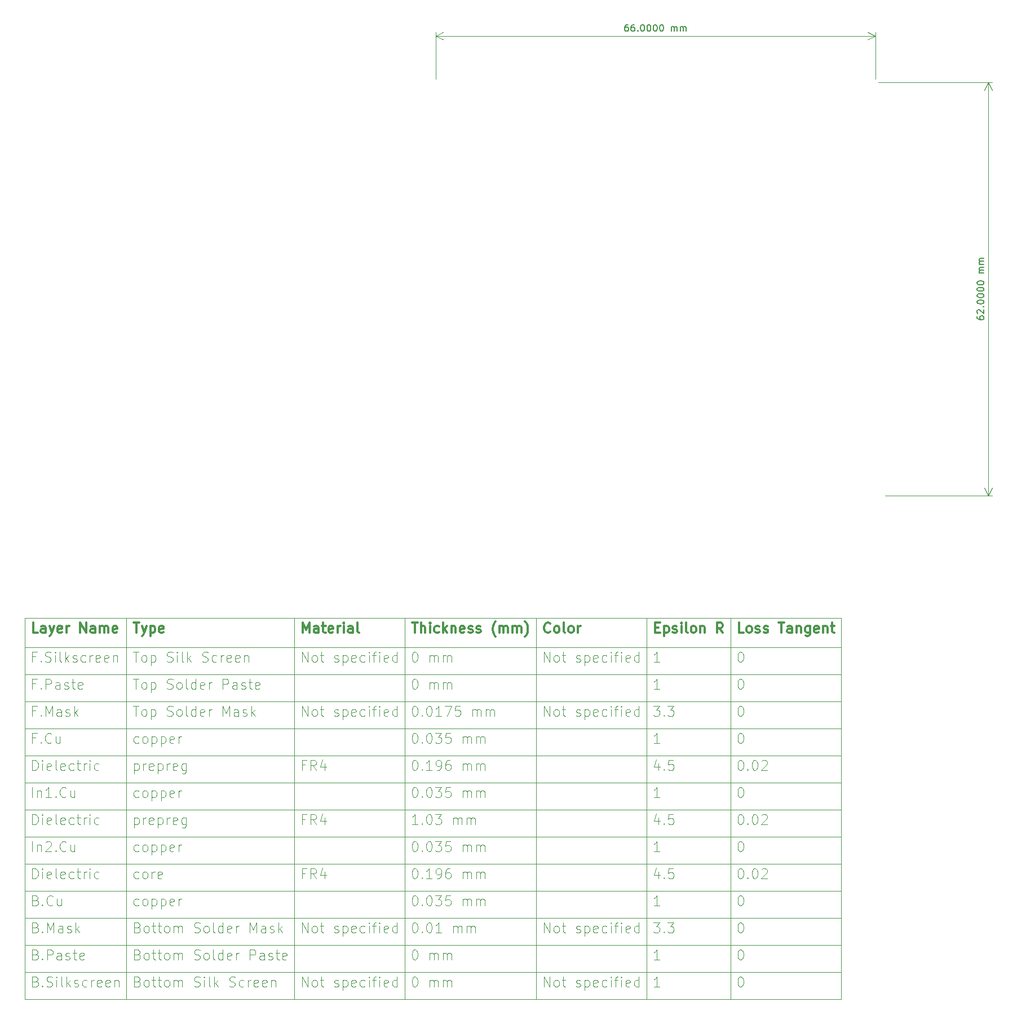
<source format=gbr>
%TF.GenerationSoftware,KiCad,Pcbnew,6.0.2+dfsg-1*%
%TF.CreationDate,2024-07-06T12:30:45+10:00*%
%TF.ProjectId,ulx3s_mixer,756c7833-735f-46d6-9978-65722e6b6963,rev?*%
%TF.SameCoordinates,Original*%
%TF.FileFunction,Other,Comment*%
%FSLAX46Y46*%
G04 Gerber Fmt 4.6, Leading zero omitted, Abs format (unit mm)*
G04 Created by KiCad (PCBNEW 6.0.2+dfsg-1) date 2024-07-06 12:30:45*
%MOMM*%
%LPD*%
G01*
G04 APERTURE LIST*
%ADD10C,0.100000*%
%ADD11C,0.300000*%
%ADD12C,0.150000*%
G04 APERTURE END LIST*
D10*
X70397857Y-158597857D02*
X69897857Y-158597857D01*
X69897857Y-159383571D02*
X69897857Y-157883571D01*
X70612143Y-157883571D01*
X72040715Y-159383571D02*
X71540715Y-158669285D01*
X71183572Y-159383571D02*
X71183572Y-157883571D01*
X71755000Y-157883571D01*
X71897857Y-157955000D01*
X71969286Y-158026428D01*
X72040715Y-158169285D01*
X72040715Y-158383571D01*
X71969286Y-158526428D01*
X71897857Y-158597857D01*
X71755000Y-158669285D01*
X71183572Y-158669285D01*
X73326429Y-158383571D02*
X73326429Y-159383571D01*
X72969286Y-157812142D02*
X72612143Y-158883571D01*
X73540715Y-158883571D01*
X70397857Y-166727857D02*
X69897857Y-166727857D01*
X69897857Y-167513571D02*
X69897857Y-166013571D01*
X70612143Y-166013571D01*
X72040715Y-167513571D02*
X71540715Y-166799285D01*
X71183572Y-167513571D02*
X71183572Y-166013571D01*
X71755000Y-166013571D01*
X71897857Y-166085000D01*
X71969286Y-166156428D01*
X72040715Y-166299285D01*
X72040715Y-166513571D01*
X71969286Y-166656428D01*
X71897857Y-166727857D01*
X71755000Y-166799285D01*
X71183572Y-166799285D01*
X73326429Y-166513571D02*
X73326429Y-167513571D01*
X72969286Y-165942142D02*
X72612143Y-167013571D01*
X73540715Y-167013571D01*
X70397857Y-150467857D02*
X69897857Y-150467857D01*
X69897857Y-151253571D02*
X69897857Y-149753571D01*
X70612143Y-149753571D01*
X72040715Y-151253571D02*
X71540715Y-150539285D01*
X71183572Y-151253571D02*
X71183572Y-149753571D01*
X71755000Y-149753571D01*
X71897857Y-149825000D01*
X71969286Y-149896428D01*
X72040715Y-150039285D01*
X72040715Y-150253571D01*
X71969286Y-150396428D01*
X71897857Y-150467857D01*
X71755000Y-150539285D01*
X71183572Y-150539285D01*
X73326429Y-150253571D02*
X73326429Y-151253571D01*
X72969286Y-149682142D02*
X72612143Y-150753571D01*
X73540715Y-150753571D01*
X29912142Y-170792857D02*
X30126428Y-170864285D01*
X30197857Y-170935714D01*
X30269285Y-171078571D01*
X30269285Y-171292857D01*
X30197857Y-171435714D01*
X30126428Y-171507142D01*
X29983571Y-171578571D01*
X29412142Y-171578571D01*
X29412142Y-170078571D01*
X29912142Y-170078571D01*
X30055000Y-170150000D01*
X30126428Y-170221428D01*
X30197857Y-170364285D01*
X30197857Y-170507142D01*
X30126428Y-170650000D01*
X30055000Y-170721428D01*
X29912142Y-170792857D01*
X29412142Y-170792857D01*
X30912142Y-171435714D02*
X30983571Y-171507142D01*
X30912142Y-171578571D01*
X30840714Y-171507142D01*
X30912142Y-171435714D01*
X30912142Y-171578571D01*
X32483571Y-171435714D02*
X32412142Y-171507142D01*
X32197857Y-171578571D01*
X32055000Y-171578571D01*
X31840714Y-171507142D01*
X31697857Y-171364285D01*
X31626428Y-171221428D01*
X31555000Y-170935714D01*
X31555000Y-170721428D01*
X31626428Y-170435714D01*
X31697857Y-170292857D01*
X31840714Y-170150000D01*
X32055000Y-170078571D01*
X32197857Y-170078571D01*
X32412142Y-170150000D01*
X32483571Y-170221428D01*
X33769285Y-170578571D02*
X33769285Y-171578571D01*
X33126428Y-170578571D02*
X33126428Y-171364285D01*
X33197857Y-171507142D01*
X33340714Y-171578571D01*
X33555000Y-171578571D01*
X33697857Y-171507142D01*
X33769285Y-171435714D01*
X69897857Y-134993571D02*
X69897857Y-133493571D01*
X70755000Y-134993571D01*
X70755000Y-133493571D01*
X71683572Y-134993571D02*
X71540715Y-134922142D01*
X71469286Y-134850714D01*
X71397857Y-134707857D01*
X71397857Y-134279285D01*
X71469286Y-134136428D01*
X71540715Y-134065000D01*
X71683572Y-133993571D01*
X71897857Y-133993571D01*
X72040715Y-134065000D01*
X72112143Y-134136428D01*
X72183572Y-134279285D01*
X72183572Y-134707857D01*
X72112143Y-134850714D01*
X72040715Y-134922142D01*
X71897857Y-134993571D01*
X71683572Y-134993571D01*
X72612143Y-133993571D02*
X73183572Y-133993571D01*
X72826429Y-133493571D02*
X72826429Y-134779285D01*
X72897857Y-134922142D01*
X73040715Y-134993571D01*
X73183572Y-134993571D01*
X74755000Y-134922142D02*
X74897857Y-134993571D01*
X75183572Y-134993571D01*
X75326429Y-134922142D01*
X75397857Y-134779285D01*
X75397857Y-134707857D01*
X75326429Y-134565000D01*
X75183572Y-134493571D01*
X74969286Y-134493571D01*
X74826429Y-134422142D01*
X74755000Y-134279285D01*
X74755000Y-134207857D01*
X74826429Y-134065000D01*
X74969286Y-133993571D01*
X75183572Y-133993571D01*
X75326429Y-134065000D01*
X76040715Y-133993571D02*
X76040715Y-135493571D01*
X76040715Y-134065000D02*
X76183572Y-133993571D01*
X76469286Y-133993571D01*
X76612143Y-134065000D01*
X76683572Y-134136428D01*
X76755000Y-134279285D01*
X76755000Y-134707857D01*
X76683572Y-134850714D01*
X76612143Y-134922142D01*
X76469286Y-134993571D01*
X76183572Y-134993571D01*
X76040715Y-134922142D01*
X77969286Y-134922142D02*
X77826429Y-134993571D01*
X77540715Y-134993571D01*
X77397857Y-134922142D01*
X77326429Y-134779285D01*
X77326429Y-134207857D01*
X77397857Y-134065000D01*
X77540715Y-133993571D01*
X77826429Y-133993571D01*
X77969286Y-134065000D01*
X78040715Y-134207857D01*
X78040715Y-134350714D01*
X77326429Y-134493571D01*
X79326429Y-134922142D02*
X79183572Y-134993571D01*
X78897857Y-134993571D01*
X78755000Y-134922142D01*
X78683572Y-134850714D01*
X78612143Y-134707857D01*
X78612143Y-134279285D01*
X78683572Y-134136428D01*
X78755000Y-134065000D01*
X78897857Y-133993571D01*
X79183572Y-133993571D01*
X79326429Y-134065000D01*
X79969286Y-134993571D02*
X79969286Y-133993571D01*
X79969286Y-133493571D02*
X79897857Y-133565000D01*
X79969286Y-133636428D01*
X80040715Y-133565000D01*
X79969286Y-133493571D01*
X79969286Y-133636428D01*
X80469286Y-133993571D02*
X81040715Y-133993571D01*
X80683572Y-134993571D02*
X80683572Y-133707857D01*
X80755000Y-133565000D01*
X80897857Y-133493571D01*
X81040715Y-133493571D01*
X81540715Y-134993571D02*
X81540715Y-133993571D01*
X81540715Y-133493571D02*
X81469286Y-133565000D01*
X81540715Y-133636428D01*
X81612143Y-133565000D01*
X81540715Y-133493571D01*
X81540715Y-133636428D01*
X82826429Y-134922142D02*
X82683572Y-134993571D01*
X82397857Y-134993571D01*
X82255000Y-134922142D01*
X82183572Y-134779285D01*
X82183572Y-134207857D01*
X82255000Y-134065000D01*
X82397857Y-133993571D01*
X82683572Y-133993571D01*
X82826429Y-134065000D01*
X82897857Y-134207857D01*
X82897857Y-134350714D01*
X82183572Y-134493571D01*
X84183572Y-134993571D02*
X84183572Y-133493571D01*
X84183572Y-134922142D02*
X84040715Y-134993571D01*
X83755000Y-134993571D01*
X83612143Y-134922142D01*
X83540715Y-134850714D01*
X83469286Y-134707857D01*
X83469286Y-134279285D01*
X83540715Y-134136428D01*
X83612143Y-134065000D01*
X83755000Y-133993571D01*
X84040715Y-133993571D01*
X84183572Y-134065000D01*
X135697857Y-145688571D02*
X135840714Y-145688571D01*
X135983571Y-145760000D01*
X136055000Y-145831428D01*
X136126428Y-145974285D01*
X136197857Y-146260000D01*
X136197857Y-146617142D01*
X136126428Y-146902857D01*
X136055000Y-147045714D01*
X135983571Y-147117142D01*
X135840714Y-147188571D01*
X135697857Y-147188571D01*
X135555000Y-147117142D01*
X135483571Y-147045714D01*
X135412142Y-146902857D01*
X135340714Y-146617142D01*
X135340714Y-146260000D01*
X135412142Y-145974285D01*
X135483571Y-145831428D01*
X135555000Y-145760000D01*
X135697857Y-145688571D01*
X45369286Y-171507142D02*
X45226428Y-171578571D01*
X44940714Y-171578571D01*
X44797857Y-171507142D01*
X44726428Y-171435714D01*
X44655000Y-171292857D01*
X44655000Y-170864285D01*
X44726428Y-170721428D01*
X44797857Y-170650000D01*
X44940714Y-170578571D01*
X45226428Y-170578571D01*
X45369286Y-170650000D01*
X46226428Y-171578571D02*
X46083571Y-171507142D01*
X46012143Y-171435714D01*
X45940714Y-171292857D01*
X45940714Y-170864285D01*
X46012143Y-170721428D01*
X46083571Y-170650000D01*
X46226428Y-170578571D01*
X46440714Y-170578571D01*
X46583571Y-170650000D01*
X46655000Y-170721428D01*
X46726428Y-170864285D01*
X46726428Y-171292857D01*
X46655000Y-171435714D01*
X46583571Y-171507142D01*
X46440714Y-171578571D01*
X46226428Y-171578571D01*
X47369286Y-170578571D02*
X47369286Y-172078571D01*
X47369286Y-170650000D02*
X47512143Y-170578571D01*
X47797857Y-170578571D01*
X47940714Y-170650000D01*
X48012143Y-170721428D01*
X48083571Y-170864285D01*
X48083571Y-171292857D01*
X48012143Y-171435714D01*
X47940714Y-171507142D01*
X47797857Y-171578571D01*
X47512143Y-171578571D01*
X47369286Y-171507142D01*
X48726428Y-170578571D02*
X48726428Y-172078571D01*
X48726428Y-170650000D02*
X48869286Y-170578571D01*
X49155000Y-170578571D01*
X49297857Y-170650000D01*
X49369286Y-170721428D01*
X49440714Y-170864285D01*
X49440714Y-171292857D01*
X49369286Y-171435714D01*
X49297857Y-171507142D01*
X49155000Y-171578571D01*
X48869286Y-171578571D01*
X48726428Y-171507142D01*
X50655000Y-171507142D02*
X50512143Y-171578571D01*
X50226428Y-171578571D01*
X50083571Y-171507142D01*
X50012143Y-171364285D01*
X50012143Y-170792857D01*
X50083571Y-170650000D01*
X50226428Y-170578571D01*
X50512143Y-170578571D01*
X50655000Y-170650000D01*
X50726428Y-170792857D01*
X50726428Y-170935714D01*
X50012143Y-171078571D01*
X51369286Y-171578571D02*
X51369286Y-170578571D01*
X51369286Y-170864285D02*
X51440714Y-170721428D01*
X51512143Y-170650000D01*
X51655000Y-170578571D01*
X51797857Y-170578571D01*
X45369286Y-167442142D02*
X45226428Y-167513571D01*
X44940714Y-167513571D01*
X44797857Y-167442142D01*
X44726428Y-167370714D01*
X44655000Y-167227857D01*
X44655000Y-166799285D01*
X44726428Y-166656428D01*
X44797857Y-166585000D01*
X44940714Y-166513571D01*
X45226428Y-166513571D01*
X45369286Y-166585000D01*
X46226428Y-167513571D02*
X46083571Y-167442142D01*
X46012143Y-167370714D01*
X45940714Y-167227857D01*
X45940714Y-166799285D01*
X46012143Y-166656428D01*
X46083571Y-166585000D01*
X46226428Y-166513571D01*
X46440714Y-166513571D01*
X46583571Y-166585000D01*
X46655000Y-166656428D01*
X46726428Y-166799285D01*
X46726428Y-167227857D01*
X46655000Y-167370714D01*
X46583571Y-167442142D01*
X46440714Y-167513571D01*
X46226428Y-167513571D01*
X47369286Y-167513571D02*
X47369286Y-166513571D01*
X47369286Y-166799285D02*
X47440714Y-166656428D01*
X47512143Y-166585000D01*
X47655000Y-166513571D01*
X47797857Y-166513571D01*
X48869286Y-167442142D02*
X48726428Y-167513571D01*
X48440714Y-167513571D01*
X48297857Y-167442142D01*
X48226428Y-167299285D01*
X48226428Y-166727857D01*
X48297857Y-166585000D01*
X48440714Y-166513571D01*
X48726428Y-166513571D01*
X48869286Y-166585000D01*
X48940714Y-166727857D01*
X48940714Y-166870714D01*
X48226428Y-167013571D01*
X44726428Y-158383571D02*
X44726428Y-159883571D01*
X44726428Y-158455000D02*
X44869286Y-158383571D01*
X45155000Y-158383571D01*
X45297857Y-158455000D01*
X45369286Y-158526428D01*
X45440714Y-158669285D01*
X45440714Y-159097857D01*
X45369286Y-159240714D01*
X45297857Y-159312142D01*
X45155000Y-159383571D01*
X44869286Y-159383571D01*
X44726428Y-159312142D01*
X46083571Y-159383571D02*
X46083571Y-158383571D01*
X46083571Y-158669285D02*
X46155000Y-158526428D01*
X46226428Y-158455000D01*
X46369286Y-158383571D01*
X46512143Y-158383571D01*
X47583571Y-159312142D02*
X47440714Y-159383571D01*
X47155000Y-159383571D01*
X47012143Y-159312142D01*
X46940714Y-159169285D01*
X46940714Y-158597857D01*
X47012143Y-158455000D01*
X47155000Y-158383571D01*
X47440714Y-158383571D01*
X47583571Y-158455000D01*
X47655000Y-158597857D01*
X47655000Y-158740714D01*
X46940714Y-158883571D01*
X48297857Y-158383571D02*
X48297857Y-159883571D01*
X48297857Y-158455000D02*
X48440714Y-158383571D01*
X48726428Y-158383571D01*
X48869286Y-158455000D01*
X48940714Y-158526428D01*
X49012143Y-158669285D01*
X49012143Y-159097857D01*
X48940714Y-159240714D01*
X48869286Y-159312142D01*
X48726428Y-159383571D01*
X48440714Y-159383571D01*
X48297857Y-159312142D01*
X49655000Y-159383571D02*
X49655000Y-158383571D01*
X49655000Y-158669285D02*
X49726428Y-158526428D01*
X49797857Y-158455000D01*
X49940714Y-158383571D01*
X50083571Y-158383571D01*
X51155000Y-159312142D02*
X51012143Y-159383571D01*
X50726428Y-159383571D01*
X50583571Y-159312142D01*
X50512143Y-159169285D01*
X50512143Y-158597857D01*
X50583571Y-158455000D01*
X50726428Y-158383571D01*
X51012143Y-158383571D01*
X51155000Y-158455000D01*
X51226428Y-158597857D01*
X51226428Y-158740714D01*
X50512143Y-158883571D01*
X52512143Y-158383571D02*
X52512143Y-159597857D01*
X52440714Y-159740714D01*
X52369286Y-159812142D01*
X52226428Y-159883571D01*
X52012143Y-159883571D01*
X51869286Y-159812142D01*
X52512143Y-159312142D02*
X52369286Y-159383571D01*
X52083571Y-159383571D01*
X51940714Y-159312142D01*
X51869286Y-159240714D01*
X51797857Y-159097857D01*
X51797857Y-158669285D01*
X51869286Y-158526428D01*
X51940714Y-158455000D01*
X52083571Y-158383571D01*
X52369286Y-158383571D01*
X52512143Y-158455000D01*
X45369286Y-155247142D02*
X45226428Y-155318571D01*
X44940714Y-155318571D01*
X44797857Y-155247142D01*
X44726428Y-155175714D01*
X44655000Y-155032857D01*
X44655000Y-154604285D01*
X44726428Y-154461428D01*
X44797857Y-154390000D01*
X44940714Y-154318571D01*
X45226428Y-154318571D01*
X45369286Y-154390000D01*
X46226428Y-155318571D02*
X46083571Y-155247142D01*
X46012143Y-155175714D01*
X45940714Y-155032857D01*
X45940714Y-154604285D01*
X46012143Y-154461428D01*
X46083571Y-154390000D01*
X46226428Y-154318571D01*
X46440714Y-154318571D01*
X46583571Y-154390000D01*
X46655000Y-154461428D01*
X46726428Y-154604285D01*
X46726428Y-155032857D01*
X46655000Y-155175714D01*
X46583571Y-155247142D01*
X46440714Y-155318571D01*
X46226428Y-155318571D01*
X47369286Y-154318571D02*
X47369286Y-155818571D01*
X47369286Y-154390000D02*
X47512143Y-154318571D01*
X47797857Y-154318571D01*
X47940714Y-154390000D01*
X48012143Y-154461428D01*
X48083571Y-154604285D01*
X48083571Y-155032857D01*
X48012143Y-155175714D01*
X47940714Y-155247142D01*
X47797857Y-155318571D01*
X47512143Y-155318571D01*
X47369286Y-155247142D01*
X48726428Y-154318571D02*
X48726428Y-155818571D01*
X48726428Y-154390000D02*
X48869286Y-154318571D01*
X49155000Y-154318571D01*
X49297857Y-154390000D01*
X49369286Y-154461428D01*
X49440714Y-154604285D01*
X49440714Y-155032857D01*
X49369286Y-155175714D01*
X49297857Y-155247142D01*
X49155000Y-155318571D01*
X48869286Y-155318571D01*
X48726428Y-155247142D01*
X50655000Y-155247142D02*
X50512143Y-155318571D01*
X50226428Y-155318571D01*
X50083571Y-155247142D01*
X50012143Y-155104285D01*
X50012143Y-154532857D01*
X50083571Y-154390000D01*
X50226428Y-154318571D01*
X50512143Y-154318571D01*
X50655000Y-154390000D01*
X50726428Y-154532857D01*
X50726428Y-154675714D01*
X50012143Y-154818571D01*
X51369286Y-155318571D02*
X51369286Y-154318571D01*
X51369286Y-154604285D02*
X51440714Y-154461428D01*
X51512143Y-154390000D01*
X51655000Y-154318571D01*
X51797857Y-154318571D01*
X44726428Y-150253571D02*
X44726428Y-151753571D01*
X44726428Y-150325000D02*
X44869286Y-150253571D01*
X45155000Y-150253571D01*
X45297857Y-150325000D01*
X45369286Y-150396428D01*
X45440714Y-150539285D01*
X45440714Y-150967857D01*
X45369286Y-151110714D01*
X45297857Y-151182142D01*
X45155000Y-151253571D01*
X44869286Y-151253571D01*
X44726428Y-151182142D01*
X46083571Y-151253571D02*
X46083571Y-150253571D01*
X46083571Y-150539285D02*
X46155000Y-150396428D01*
X46226428Y-150325000D01*
X46369286Y-150253571D01*
X46512143Y-150253571D01*
X47583571Y-151182142D02*
X47440714Y-151253571D01*
X47155000Y-151253571D01*
X47012143Y-151182142D01*
X46940714Y-151039285D01*
X46940714Y-150467857D01*
X47012143Y-150325000D01*
X47155000Y-150253571D01*
X47440714Y-150253571D01*
X47583571Y-150325000D01*
X47655000Y-150467857D01*
X47655000Y-150610714D01*
X46940714Y-150753571D01*
X48297857Y-150253571D02*
X48297857Y-151753571D01*
X48297857Y-150325000D02*
X48440714Y-150253571D01*
X48726428Y-150253571D01*
X48869286Y-150325000D01*
X48940714Y-150396428D01*
X49012143Y-150539285D01*
X49012143Y-150967857D01*
X48940714Y-151110714D01*
X48869286Y-151182142D01*
X48726428Y-151253571D01*
X48440714Y-151253571D01*
X48297857Y-151182142D01*
X49655000Y-151253571D02*
X49655000Y-150253571D01*
X49655000Y-150539285D02*
X49726428Y-150396428D01*
X49797857Y-150325000D01*
X49940714Y-150253571D01*
X50083571Y-150253571D01*
X51155000Y-151182142D02*
X51012143Y-151253571D01*
X50726428Y-151253571D01*
X50583571Y-151182142D01*
X50512143Y-151039285D01*
X50512143Y-150467857D01*
X50583571Y-150325000D01*
X50726428Y-150253571D01*
X51012143Y-150253571D01*
X51155000Y-150325000D01*
X51226428Y-150467857D01*
X51226428Y-150610714D01*
X50512143Y-150753571D01*
X52512143Y-150253571D02*
X52512143Y-151467857D01*
X52440714Y-151610714D01*
X52369286Y-151682142D01*
X52226428Y-151753571D01*
X52012143Y-151753571D01*
X51869286Y-151682142D01*
X52512143Y-151182142D02*
X52369286Y-151253571D01*
X52083571Y-151253571D01*
X51940714Y-151182142D01*
X51869286Y-151110714D01*
X51797857Y-150967857D01*
X51797857Y-150539285D01*
X51869286Y-150396428D01*
X51940714Y-150325000D01*
X52083571Y-150253571D01*
X52369286Y-150253571D01*
X52512143Y-150325000D01*
D11*
X30256428Y-130628571D02*
X29542142Y-130628571D01*
X29542142Y-129128571D01*
X31399285Y-130628571D02*
X31399285Y-129842857D01*
X31327857Y-129700000D01*
X31185000Y-129628571D01*
X30899285Y-129628571D01*
X30756428Y-129700000D01*
X31399285Y-130557142D02*
X31256428Y-130628571D01*
X30899285Y-130628571D01*
X30756428Y-130557142D01*
X30685000Y-130414285D01*
X30685000Y-130271428D01*
X30756428Y-130128571D01*
X30899285Y-130057142D01*
X31256428Y-130057142D01*
X31399285Y-129985714D01*
X31970714Y-129628571D02*
X32327857Y-130628571D01*
X32685000Y-129628571D02*
X32327857Y-130628571D01*
X32185000Y-130985714D01*
X32113571Y-131057142D01*
X31970714Y-131128571D01*
X33827857Y-130557142D02*
X33685000Y-130628571D01*
X33399285Y-130628571D01*
X33256428Y-130557142D01*
X33185000Y-130414285D01*
X33185000Y-129842857D01*
X33256428Y-129700000D01*
X33399285Y-129628571D01*
X33685000Y-129628571D01*
X33827857Y-129700000D01*
X33899285Y-129842857D01*
X33899285Y-129985714D01*
X33185000Y-130128571D01*
X34542142Y-130628571D02*
X34542142Y-129628571D01*
X34542142Y-129914285D02*
X34613571Y-129771428D01*
X34685000Y-129700000D01*
X34827857Y-129628571D01*
X34970714Y-129628571D01*
X36613571Y-130628571D02*
X36613571Y-129128571D01*
X37470714Y-130628571D01*
X37470714Y-129128571D01*
X38827857Y-130628571D02*
X38827857Y-129842857D01*
X38756428Y-129700000D01*
X38613571Y-129628571D01*
X38327857Y-129628571D01*
X38185000Y-129700000D01*
X38827857Y-130557142D02*
X38685000Y-130628571D01*
X38327857Y-130628571D01*
X38185000Y-130557142D01*
X38113571Y-130414285D01*
X38113571Y-130271428D01*
X38185000Y-130128571D01*
X38327857Y-130057142D01*
X38685000Y-130057142D01*
X38827857Y-129985714D01*
X39542142Y-130628571D02*
X39542142Y-129628571D01*
X39542142Y-129771428D02*
X39613571Y-129700000D01*
X39756428Y-129628571D01*
X39970714Y-129628571D01*
X40113571Y-129700000D01*
X40185000Y-129842857D01*
X40185000Y-130628571D01*
X40185000Y-129842857D02*
X40256428Y-129700000D01*
X40399285Y-129628571D01*
X40613571Y-129628571D01*
X40756428Y-129700000D01*
X40827857Y-129842857D01*
X40827857Y-130628571D01*
X42113571Y-130557142D02*
X41970714Y-130628571D01*
X41685000Y-130628571D01*
X41542142Y-130557142D01*
X41470714Y-130414285D01*
X41470714Y-129842857D01*
X41542142Y-129700000D01*
X41685000Y-129628571D01*
X41970714Y-129628571D01*
X42113571Y-129700000D01*
X42185000Y-129842857D01*
X42185000Y-129985714D01*
X41470714Y-130128571D01*
D10*
X45369286Y-147117142D02*
X45226428Y-147188571D01*
X44940714Y-147188571D01*
X44797857Y-147117142D01*
X44726428Y-147045714D01*
X44655000Y-146902857D01*
X44655000Y-146474285D01*
X44726428Y-146331428D01*
X44797857Y-146260000D01*
X44940714Y-146188571D01*
X45226428Y-146188571D01*
X45369286Y-146260000D01*
X46226428Y-147188571D02*
X46083571Y-147117142D01*
X46012143Y-147045714D01*
X45940714Y-146902857D01*
X45940714Y-146474285D01*
X46012143Y-146331428D01*
X46083571Y-146260000D01*
X46226428Y-146188571D01*
X46440714Y-146188571D01*
X46583571Y-146260000D01*
X46655000Y-146331428D01*
X46726428Y-146474285D01*
X46726428Y-146902857D01*
X46655000Y-147045714D01*
X46583571Y-147117142D01*
X46440714Y-147188571D01*
X46226428Y-147188571D01*
X47369286Y-146188571D02*
X47369286Y-147688571D01*
X47369286Y-146260000D02*
X47512143Y-146188571D01*
X47797857Y-146188571D01*
X47940714Y-146260000D01*
X48012143Y-146331428D01*
X48083571Y-146474285D01*
X48083571Y-146902857D01*
X48012143Y-147045714D01*
X47940714Y-147117142D01*
X47797857Y-147188571D01*
X47512143Y-147188571D01*
X47369286Y-147117142D01*
X48726428Y-146188571D02*
X48726428Y-147688571D01*
X48726428Y-146260000D02*
X48869286Y-146188571D01*
X49155000Y-146188571D01*
X49297857Y-146260000D01*
X49369286Y-146331428D01*
X49440714Y-146474285D01*
X49440714Y-146902857D01*
X49369286Y-147045714D01*
X49297857Y-147117142D01*
X49155000Y-147188571D01*
X48869286Y-147188571D01*
X48726428Y-147117142D01*
X50655000Y-147117142D02*
X50512143Y-147188571D01*
X50226428Y-147188571D01*
X50083571Y-147117142D01*
X50012143Y-146974285D01*
X50012143Y-146402857D01*
X50083571Y-146260000D01*
X50226428Y-146188571D01*
X50512143Y-146188571D01*
X50655000Y-146260000D01*
X50726428Y-146402857D01*
X50726428Y-146545714D01*
X50012143Y-146688571D01*
X51369286Y-147188571D02*
X51369286Y-146188571D01*
X51369286Y-146474285D02*
X51440714Y-146331428D01*
X51512143Y-146260000D01*
X51655000Y-146188571D01*
X51797857Y-146188571D01*
X28240000Y-185660000D02*
X150897143Y-185660000D01*
X44512143Y-137558571D02*
X45369286Y-137558571D01*
X44940714Y-139058571D02*
X44940714Y-137558571D01*
X46083571Y-139058571D02*
X45940714Y-138987142D01*
X45869286Y-138915714D01*
X45797857Y-138772857D01*
X45797857Y-138344285D01*
X45869286Y-138201428D01*
X45940714Y-138130000D01*
X46083571Y-138058571D01*
X46297857Y-138058571D01*
X46440714Y-138130000D01*
X46512143Y-138201428D01*
X46583571Y-138344285D01*
X46583571Y-138772857D01*
X46512143Y-138915714D01*
X46440714Y-138987142D01*
X46297857Y-139058571D01*
X46083571Y-139058571D01*
X47226428Y-138058571D02*
X47226428Y-139558571D01*
X47226428Y-138130000D02*
X47369286Y-138058571D01*
X47655000Y-138058571D01*
X47797857Y-138130000D01*
X47869286Y-138201428D01*
X47940714Y-138344285D01*
X47940714Y-138772857D01*
X47869286Y-138915714D01*
X47797857Y-138987142D01*
X47655000Y-139058571D01*
X47369286Y-139058571D01*
X47226428Y-138987142D01*
X49655000Y-138987142D02*
X49869286Y-139058571D01*
X50226428Y-139058571D01*
X50369286Y-138987142D01*
X50440714Y-138915714D01*
X50512143Y-138772857D01*
X50512143Y-138630000D01*
X50440714Y-138487142D01*
X50369286Y-138415714D01*
X50226428Y-138344285D01*
X49940714Y-138272857D01*
X49797857Y-138201428D01*
X49726428Y-138130000D01*
X49655000Y-137987142D01*
X49655000Y-137844285D01*
X49726428Y-137701428D01*
X49797857Y-137630000D01*
X49940714Y-137558571D01*
X50297857Y-137558571D01*
X50512143Y-137630000D01*
X51369286Y-139058571D02*
X51226428Y-138987142D01*
X51155000Y-138915714D01*
X51083571Y-138772857D01*
X51083571Y-138344285D01*
X51155000Y-138201428D01*
X51226428Y-138130000D01*
X51369286Y-138058571D01*
X51583571Y-138058571D01*
X51726428Y-138130000D01*
X51797857Y-138201428D01*
X51869286Y-138344285D01*
X51869286Y-138772857D01*
X51797857Y-138915714D01*
X51726428Y-138987142D01*
X51583571Y-139058571D01*
X51369286Y-139058571D01*
X52726428Y-139058571D02*
X52583571Y-138987142D01*
X52512143Y-138844285D01*
X52512143Y-137558571D01*
X53940714Y-139058571D02*
X53940714Y-137558571D01*
X53940714Y-138987142D02*
X53797857Y-139058571D01*
X53512143Y-139058571D01*
X53369286Y-138987142D01*
X53297857Y-138915714D01*
X53226428Y-138772857D01*
X53226428Y-138344285D01*
X53297857Y-138201428D01*
X53369286Y-138130000D01*
X53512143Y-138058571D01*
X53797857Y-138058571D01*
X53940714Y-138130000D01*
X55226428Y-138987142D02*
X55083571Y-139058571D01*
X54797857Y-139058571D01*
X54655000Y-138987142D01*
X54583571Y-138844285D01*
X54583571Y-138272857D01*
X54655000Y-138130000D01*
X54797857Y-138058571D01*
X55083571Y-138058571D01*
X55226428Y-138130000D01*
X55297857Y-138272857D01*
X55297857Y-138415714D01*
X54583571Y-138558571D01*
X55940714Y-139058571D02*
X55940714Y-138058571D01*
X55940714Y-138344285D02*
X56012143Y-138201428D01*
X56083571Y-138130000D01*
X56226428Y-138058571D01*
X56369286Y-138058571D01*
X58012143Y-139058571D02*
X58012143Y-137558571D01*
X58583571Y-137558571D01*
X58726428Y-137630000D01*
X58797857Y-137701428D01*
X58869286Y-137844285D01*
X58869286Y-138058571D01*
X58797857Y-138201428D01*
X58726428Y-138272857D01*
X58583571Y-138344285D01*
X58012143Y-138344285D01*
X60155000Y-139058571D02*
X60155000Y-138272857D01*
X60083571Y-138130000D01*
X59940714Y-138058571D01*
X59655000Y-138058571D01*
X59512143Y-138130000D01*
X60155000Y-138987142D02*
X60012143Y-139058571D01*
X59655000Y-139058571D01*
X59512143Y-138987142D01*
X59440714Y-138844285D01*
X59440714Y-138701428D01*
X59512143Y-138558571D01*
X59655000Y-138487142D01*
X60012143Y-138487142D01*
X60155000Y-138415714D01*
X60797857Y-138987142D02*
X60940714Y-139058571D01*
X61226428Y-139058571D01*
X61369286Y-138987142D01*
X61440714Y-138844285D01*
X61440714Y-138772857D01*
X61369286Y-138630000D01*
X61226428Y-138558571D01*
X61012143Y-138558571D01*
X60869286Y-138487142D01*
X60797857Y-138344285D01*
X60797857Y-138272857D01*
X60869286Y-138130000D01*
X61012143Y-138058571D01*
X61226428Y-138058571D01*
X61369286Y-138130000D01*
X61869286Y-138058571D02*
X62440714Y-138058571D01*
X62083571Y-137558571D02*
X62083571Y-138844285D01*
X62155000Y-138987142D01*
X62297857Y-139058571D01*
X62440714Y-139058571D01*
X63512143Y-138987142D02*
X63369286Y-139058571D01*
X63083571Y-139058571D01*
X62940714Y-138987142D01*
X62869286Y-138844285D01*
X62869286Y-138272857D01*
X62940714Y-138130000D01*
X63083571Y-138058571D01*
X63369286Y-138058571D01*
X63512143Y-138130000D01*
X63583571Y-138272857D01*
X63583571Y-138415714D01*
X62869286Y-138558571D01*
X28240000Y-128450000D02*
X150897143Y-128450000D01*
X29912142Y-178922857D02*
X30126428Y-178994285D01*
X30197857Y-179065714D01*
X30269285Y-179208571D01*
X30269285Y-179422857D01*
X30197857Y-179565714D01*
X30126428Y-179637142D01*
X29983571Y-179708571D01*
X29412142Y-179708571D01*
X29412142Y-178208571D01*
X29912142Y-178208571D01*
X30055000Y-178280000D01*
X30126428Y-178351428D01*
X30197857Y-178494285D01*
X30197857Y-178637142D01*
X30126428Y-178780000D01*
X30055000Y-178851428D01*
X29912142Y-178922857D01*
X29412142Y-178922857D01*
X30912142Y-179565714D02*
X30983571Y-179637142D01*
X30912142Y-179708571D01*
X30840714Y-179637142D01*
X30912142Y-179565714D01*
X30912142Y-179708571D01*
X31626428Y-179708571D02*
X31626428Y-178208571D01*
X32197857Y-178208571D01*
X32340714Y-178280000D01*
X32412142Y-178351428D01*
X32483571Y-178494285D01*
X32483571Y-178708571D01*
X32412142Y-178851428D01*
X32340714Y-178922857D01*
X32197857Y-178994285D01*
X31626428Y-178994285D01*
X33769285Y-179708571D02*
X33769285Y-178922857D01*
X33697857Y-178780000D01*
X33555000Y-178708571D01*
X33269285Y-178708571D01*
X33126428Y-178780000D01*
X33769285Y-179637142D02*
X33626428Y-179708571D01*
X33269285Y-179708571D01*
X33126428Y-179637142D01*
X33055000Y-179494285D01*
X33055000Y-179351428D01*
X33126428Y-179208571D01*
X33269285Y-179137142D01*
X33626428Y-179137142D01*
X33769285Y-179065714D01*
X34412142Y-179637142D02*
X34555000Y-179708571D01*
X34840714Y-179708571D01*
X34983571Y-179637142D01*
X35055000Y-179494285D01*
X35055000Y-179422857D01*
X34983571Y-179280000D01*
X34840714Y-179208571D01*
X34626428Y-179208571D01*
X34483571Y-179137142D01*
X34412142Y-178994285D01*
X34412142Y-178922857D01*
X34483571Y-178780000D01*
X34626428Y-178708571D01*
X34840714Y-178708571D01*
X34983571Y-178780000D01*
X35483571Y-178708571D02*
X36055000Y-178708571D01*
X35697857Y-178208571D02*
X35697857Y-179494285D01*
X35769285Y-179637142D01*
X35912142Y-179708571D01*
X36055000Y-179708571D01*
X37126428Y-179637142D02*
X36983571Y-179708571D01*
X36697857Y-179708571D01*
X36555000Y-179637142D01*
X36483571Y-179494285D01*
X36483571Y-178922857D01*
X36555000Y-178780000D01*
X36697857Y-178708571D01*
X36983571Y-178708571D01*
X37126428Y-178780000D01*
X37197857Y-178922857D01*
X37197857Y-179065714D01*
X36483571Y-179208571D01*
X134240000Y-128450000D02*
X134240000Y-185660000D01*
X29912142Y-174857857D02*
X30126428Y-174929285D01*
X30197857Y-175000714D01*
X30269285Y-175143571D01*
X30269285Y-175357857D01*
X30197857Y-175500714D01*
X30126428Y-175572142D01*
X29983571Y-175643571D01*
X29412142Y-175643571D01*
X29412142Y-174143571D01*
X29912142Y-174143571D01*
X30055000Y-174215000D01*
X30126428Y-174286428D01*
X30197857Y-174429285D01*
X30197857Y-174572142D01*
X30126428Y-174715000D01*
X30055000Y-174786428D01*
X29912142Y-174857857D01*
X29412142Y-174857857D01*
X30912142Y-175500714D02*
X30983571Y-175572142D01*
X30912142Y-175643571D01*
X30840714Y-175572142D01*
X30912142Y-175500714D01*
X30912142Y-175643571D01*
X31626428Y-175643571D02*
X31626428Y-174143571D01*
X32126428Y-175215000D01*
X32626428Y-174143571D01*
X32626428Y-175643571D01*
X33983571Y-175643571D02*
X33983571Y-174857857D01*
X33912142Y-174715000D01*
X33769285Y-174643571D01*
X33483571Y-174643571D01*
X33340714Y-174715000D01*
X33983571Y-175572142D02*
X33840714Y-175643571D01*
X33483571Y-175643571D01*
X33340714Y-175572142D01*
X33269285Y-175429285D01*
X33269285Y-175286428D01*
X33340714Y-175143571D01*
X33483571Y-175072142D01*
X33840714Y-175072142D01*
X33983571Y-175000714D01*
X34626428Y-175572142D02*
X34769285Y-175643571D01*
X35055000Y-175643571D01*
X35197857Y-175572142D01*
X35269285Y-175429285D01*
X35269285Y-175357857D01*
X35197857Y-175215000D01*
X35055000Y-175143571D01*
X34840714Y-175143571D01*
X34697857Y-175072142D01*
X34626428Y-174929285D01*
X34626428Y-174857857D01*
X34697857Y-174715000D01*
X34840714Y-174643571D01*
X35055000Y-174643571D01*
X35197857Y-174715000D01*
X35912142Y-175643571D02*
X35912142Y-174143571D01*
X36055000Y-175072142D02*
X36483571Y-175643571D01*
X36483571Y-174643571D02*
X35912142Y-175215000D01*
X29412142Y-167513571D02*
X29412142Y-166013571D01*
X29769285Y-166013571D01*
X29983571Y-166085000D01*
X30126428Y-166227857D01*
X30197857Y-166370714D01*
X30269285Y-166656428D01*
X30269285Y-166870714D01*
X30197857Y-167156428D01*
X30126428Y-167299285D01*
X29983571Y-167442142D01*
X29769285Y-167513571D01*
X29412142Y-167513571D01*
X30912142Y-167513571D02*
X30912142Y-166513571D01*
X30912142Y-166013571D02*
X30840714Y-166085000D01*
X30912142Y-166156428D01*
X30983571Y-166085000D01*
X30912142Y-166013571D01*
X30912142Y-166156428D01*
X32197857Y-167442142D02*
X32055000Y-167513571D01*
X31769285Y-167513571D01*
X31626428Y-167442142D01*
X31555000Y-167299285D01*
X31555000Y-166727857D01*
X31626428Y-166585000D01*
X31769285Y-166513571D01*
X32055000Y-166513571D01*
X32197857Y-166585000D01*
X32269285Y-166727857D01*
X32269285Y-166870714D01*
X31555000Y-167013571D01*
X33126428Y-167513571D02*
X32983571Y-167442142D01*
X32912142Y-167299285D01*
X32912142Y-166013571D01*
X34269285Y-167442142D02*
X34126428Y-167513571D01*
X33840714Y-167513571D01*
X33697857Y-167442142D01*
X33626428Y-167299285D01*
X33626428Y-166727857D01*
X33697857Y-166585000D01*
X33840714Y-166513571D01*
X34126428Y-166513571D01*
X34269285Y-166585000D01*
X34340714Y-166727857D01*
X34340714Y-166870714D01*
X33626428Y-167013571D01*
X35626428Y-167442142D02*
X35483571Y-167513571D01*
X35197857Y-167513571D01*
X35055000Y-167442142D01*
X34983571Y-167370714D01*
X34912142Y-167227857D01*
X34912142Y-166799285D01*
X34983571Y-166656428D01*
X35055000Y-166585000D01*
X35197857Y-166513571D01*
X35483571Y-166513571D01*
X35626428Y-166585000D01*
X36055000Y-166513571D02*
X36626428Y-166513571D01*
X36269285Y-166013571D02*
X36269285Y-167299285D01*
X36340714Y-167442142D01*
X36483571Y-167513571D01*
X36626428Y-167513571D01*
X37126428Y-167513571D02*
X37126428Y-166513571D01*
X37126428Y-166799285D02*
X37197857Y-166656428D01*
X37269285Y-166585000D01*
X37412142Y-166513571D01*
X37555000Y-166513571D01*
X38055000Y-167513571D02*
X38055000Y-166513571D01*
X38055000Y-166013571D02*
X37983571Y-166085000D01*
X38055000Y-166156428D01*
X38126428Y-166085000D01*
X38055000Y-166013571D01*
X38055000Y-166156428D01*
X39412142Y-167442142D02*
X39269285Y-167513571D01*
X38983571Y-167513571D01*
X38840714Y-167442142D01*
X38769285Y-167370714D01*
X38697857Y-167227857D01*
X38697857Y-166799285D01*
X38769285Y-166656428D01*
X38840714Y-166585000D01*
X38983571Y-166513571D01*
X39269285Y-166513571D01*
X39412142Y-166585000D01*
X45369286Y-163377142D02*
X45226428Y-163448571D01*
X44940714Y-163448571D01*
X44797857Y-163377142D01*
X44726428Y-163305714D01*
X44655000Y-163162857D01*
X44655000Y-162734285D01*
X44726428Y-162591428D01*
X44797857Y-162520000D01*
X44940714Y-162448571D01*
X45226428Y-162448571D01*
X45369286Y-162520000D01*
X46226428Y-163448571D02*
X46083571Y-163377142D01*
X46012143Y-163305714D01*
X45940714Y-163162857D01*
X45940714Y-162734285D01*
X46012143Y-162591428D01*
X46083571Y-162520000D01*
X46226428Y-162448571D01*
X46440714Y-162448571D01*
X46583571Y-162520000D01*
X46655000Y-162591428D01*
X46726428Y-162734285D01*
X46726428Y-163162857D01*
X46655000Y-163305714D01*
X46583571Y-163377142D01*
X46440714Y-163448571D01*
X46226428Y-163448571D01*
X47369286Y-162448571D02*
X47369286Y-163948571D01*
X47369286Y-162520000D02*
X47512143Y-162448571D01*
X47797857Y-162448571D01*
X47940714Y-162520000D01*
X48012143Y-162591428D01*
X48083571Y-162734285D01*
X48083571Y-163162857D01*
X48012143Y-163305714D01*
X47940714Y-163377142D01*
X47797857Y-163448571D01*
X47512143Y-163448571D01*
X47369286Y-163377142D01*
X48726428Y-162448571D02*
X48726428Y-163948571D01*
X48726428Y-162520000D02*
X48869286Y-162448571D01*
X49155000Y-162448571D01*
X49297857Y-162520000D01*
X49369286Y-162591428D01*
X49440714Y-162734285D01*
X49440714Y-163162857D01*
X49369286Y-163305714D01*
X49297857Y-163377142D01*
X49155000Y-163448571D01*
X48869286Y-163448571D01*
X48726428Y-163377142D01*
X50655000Y-163377142D02*
X50512143Y-163448571D01*
X50226428Y-163448571D01*
X50083571Y-163377142D01*
X50012143Y-163234285D01*
X50012143Y-162662857D01*
X50083571Y-162520000D01*
X50226428Y-162448571D01*
X50512143Y-162448571D01*
X50655000Y-162520000D01*
X50726428Y-162662857D01*
X50726428Y-162805714D01*
X50012143Y-162948571D01*
X51369286Y-163448571D02*
X51369286Y-162448571D01*
X51369286Y-162734285D02*
X51440714Y-162591428D01*
X51512143Y-162520000D01*
X51655000Y-162448571D01*
X51797857Y-162448571D01*
X69897857Y-175643571D02*
X69897857Y-174143571D01*
X70755000Y-175643571D01*
X70755000Y-174143571D01*
X71683572Y-175643571D02*
X71540715Y-175572142D01*
X71469286Y-175500714D01*
X71397857Y-175357857D01*
X71397857Y-174929285D01*
X71469286Y-174786428D01*
X71540715Y-174715000D01*
X71683572Y-174643571D01*
X71897857Y-174643571D01*
X72040715Y-174715000D01*
X72112143Y-174786428D01*
X72183572Y-174929285D01*
X72183572Y-175357857D01*
X72112143Y-175500714D01*
X72040715Y-175572142D01*
X71897857Y-175643571D01*
X71683572Y-175643571D01*
X72612143Y-174643571D02*
X73183572Y-174643571D01*
X72826429Y-174143571D02*
X72826429Y-175429285D01*
X72897857Y-175572142D01*
X73040715Y-175643571D01*
X73183572Y-175643571D01*
X74755000Y-175572142D02*
X74897857Y-175643571D01*
X75183572Y-175643571D01*
X75326429Y-175572142D01*
X75397857Y-175429285D01*
X75397857Y-175357857D01*
X75326429Y-175215000D01*
X75183572Y-175143571D01*
X74969286Y-175143571D01*
X74826429Y-175072142D01*
X74755000Y-174929285D01*
X74755000Y-174857857D01*
X74826429Y-174715000D01*
X74969286Y-174643571D01*
X75183572Y-174643571D01*
X75326429Y-174715000D01*
X76040715Y-174643571D02*
X76040715Y-176143571D01*
X76040715Y-174715000D02*
X76183572Y-174643571D01*
X76469286Y-174643571D01*
X76612143Y-174715000D01*
X76683572Y-174786428D01*
X76755000Y-174929285D01*
X76755000Y-175357857D01*
X76683572Y-175500714D01*
X76612143Y-175572142D01*
X76469286Y-175643571D01*
X76183572Y-175643571D01*
X76040715Y-175572142D01*
X77969286Y-175572142D02*
X77826429Y-175643571D01*
X77540715Y-175643571D01*
X77397857Y-175572142D01*
X77326429Y-175429285D01*
X77326429Y-174857857D01*
X77397857Y-174715000D01*
X77540715Y-174643571D01*
X77826429Y-174643571D01*
X77969286Y-174715000D01*
X78040715Y-174857857D01*
X78040715Y-175000714D01*
X77326429Y-175143571D01*
X79326429Y-175572142D02*
X79183572Y-175643571D01*
X78897857Y-175643571D01*
X78755000Y-175572142D01*
X78683572Y-175500714D01*
X78612143Y-175357857D01*
X78612143Y-174929285D01*
X78683572Y-174786428D01*
X78755000Y-174715000D01*
X78897857Y-174643571D01*
X79183572Y-174643571D01*
X79326429Y-174715000D01*
X79969286Y-175643571D02*
X79969286Y-174643571D01*
X79969286Y-174143571D02*
X79897857Y-174215000D01*
X79969286Y-174286428D01*
X80040715Y-174215000D01*
X79969286Y-174143571D01*
X79969286Y-174286428D01*
X80469286Y-174643571D02*
X81040715Y-174643571D01*
X80683572Y-175643571D02*
X80683572Y-174357857D01*
X80755000Y-174215000D01*
X80897857Y-174143571D01*
X81040715Y-174143571D01*
X81540715Y-175643571D02*
X81540715Y-174643571D01*
X81540715Y-174143571D02*
X81469286Y-174215000D01*
X81540715Y-174286428D01*
X81612143Y-174215000D01*
X81540715Y-174143571D01*
X81540715Y-174286428D01*
X82826429Y-175572142D02*
X82683572Y-175643571D01*
X82397857Y-175643571D01*
X82255000Y-175572142D01*
X82183572Y-175429285D01*
X82183572Y-174857857D01*
X82255000Y-174715000D01*
X82397857Y-174643571D01*
X82683572Y-174643571D01*
X82826429Y-174715000D01*
X82897857Y-174857857D01*
X82897857Y-175000714D01*
X82183572Y-175143571D01*
X84183572Y-175643571D02*
X84183572Y-174143571D01*
X84183572Y-175572142D02*
X84040715Y-175643571D01*
X83755000Y-175643571D01*
X83612143Y-175572142D01*
X83540715Y-175500714D01*
X83469286Y-175357857D01*
X83469286Y-174929285D01*
X83540715Y-174786428D01*
X83612143Y-174715000D01*
X83755000Y-174643571D01*
X84040715Y-174643571D01*
X84183572Y-174715000D01*
D11*
X70027857Y-130628571D02*
X70027857Y-129128571D01*
X70527857Y-130200000D01*
X71027857Y-129128571D01*
X71027857Y-130628571D01*
X72385000Y-130628571D02*
X72385000Y-129842857D01*
X72313572Y-129700000D01*
X72170715Y-129628571D01*
X71885000Y-129628571D01*
X71742143Y-129700000D01*
X72385000Y-130557142D02*
X72242143Y-130628571D01*
X71885000Y-130628571D01*
X71742143Y-130557142D01*
X71670715Y-130414285D01*
X71670715Y-130271428D01*
X71742143Y-130128571D01*
X71885000Y-130057142D01*
X72242143Y-130057142D01*
X72385000Y-129985714D01*
X72885000Y-129628571D02*
X73456429Y-129628571D01*
X73099286Y-129128571D02*
X73099286Y-130414285D01*
X73170715Y-130557142D01*
X73313572Y-130628571D01*
X73456429Y-130628571D01*
X74527857Y-130557142D02*
X74385000Y-130628571D01*
X74099286Y-130628571D01*
X73956429Y-130557142D01*
X73885000Y-130414285D01*
X73885000Y-129842857D01*
X73956429Y-129700000D01*
X74099286Y-129628571D01*
X74385000Y-129628571D01*
X74527857Y-129700000D01*
X74599286Y-129842857D01*
X74599286Y-129985714D01*
X73885000Y-130128571D01*
X75242143Y-130628571D02*
X75242143Y-129628571D01*
X75242143Y-129914285D02*
X75313572Y-129771428D01*
X75385000Y-129700000D01*
X75527857Y-129628571D01*
X75670715Y-129628571D01*
X76170715Y-130628571D02*
X76170715Y-129628571D01*
X76170715Y-129128571D02*
X76099286Y-129200000D01*
X76170715Y-129271428D01*
X76242143Y-129200000D01*
X76170715Y-129128571D01*
X76170715Y-129271428D01*
X77527857Y-130628571D02*
X77527857Y-129842857D01*
X77456429Y-129700000D01*
X77313572Y-129628571D01*
X77027857Y-129628571D01*
X76885000Y-129700000D01*
X77527857Y-130557142D02*
X77385000Y-130628571D01*
X77027857Y-130628571D01*
X76885000Y-130557142D01*
X76813572Y-130414285D01*
X76813572Y-130271428D01*
X76885000Y-130128571D01*
X77027857Y-130057142D01*
X77385000Y-130057142D01*
X77527857Y-129985714D01*
X78456429Y-130628571D02*
X78313572Y-130557142D01*
X78242143Y-130414285D01*
X78242143Y-129128571D01*
D10*
X28240000Y-181595000D02*
X150897143Y-181595000D01*
X86783572Y-133493571D02*
X86926429Y-133493571D01*
X87069286Y-133565000D01*
X87140715Y-133636428D01*
X87212143Y-133779285D01*
X87283572Y-134065000D01*
X87283572Y-134422142D01*
X87212143Y-134707857D01*
X87140715Y-134850714D01*
X87069286Y-134922142D01*
X86926429Y-134993571D01*
X86783572Y-134993571D01*
X86640715Y-134922142D01*
X86569286Y-134850714D01*
X86497857Y-134707857D01*
X86426429Y-134422142D01*
X86426429Y-134065000D01*
X86497857Y-133779285D01*
X86569286Y-133636428D01*
X86640715Y-133565000D01*
X86783572Y-133493571D01*
X89069286Y-134993571D02*
X89069286Y-133993571D01*
X89069286Y-134136428D02*
X89140715Y-134065000D01*
X89283572Y-133993571D01*
X89497857Y-133993571D01*
X89640715Y-134065000D01*
X89712143Y-134207857D01*
X89712143Y-134993571D01*
X89712143Y-134207857D02*
X89783572Y-134065000D01*
X89926429Y-133993571D01*
X90140715Y-133993571D01*
X90283572Y-134065000D01*
X90355000Y-134207857D01*
X90355000Y-134993571D01*
X91069286Y-134993571D02*
X91069286Y-133993571D01*
X91069286Y-134136428D02*
X91140715Y-134065000D01*
X91283572Y-133993571D01*
X91497857Y-133993571D01*
X91640715Y-134065000D01*
X91712143Y-134207857D01*
X91712143Y-134993571D01*
X91712143Y-134207857D02*
X91783572Y-134065000D01*
X91926429Y-133993571D01*
X92140715Y-133993571D01*
X92283572Y-134065000D01*
X92355000Y-134207857D01*
X92355000Y-134993571D01*
X106226428Y-134993571D02*
X106226428Y-133493571D01*
X107083571Y-134993571D01*
X107083571Y-133493571D01*
X108012143Y-134993571D02*
X107869286Y-134922142D01*
X107797857Y-134850714D01*
X107726428Y-134707857D01*
X107726428Y-134279285D01*
X107797857Y-134136428D01*
X107869286Y-134065000D01*
X108012143Y-133993571D01*
X108226428Y-133993571D01*
X108369286Y-134065000D01*
X108440714Y-134136428D01*
X108512143Y-134279285D01*
X108512143Y-134707857D01*
X108440714Y-134850714D01*
X108369286Y-134922142D01*
X108226428Y-134993571D01*
X108012143Y-134993571D01*
X108940714Y-133993571D02*
X109512143Y-133993571D01*
X109155000Y-133493571D02*
X109155000Y-134779285D01*
X109226428Y-134922142D01*
X109369286Y-134993571D01*
X109512143Y-134993571D01*
X111083571Y-134922142D02*
X111226428Y-134993571D01*
X111512143Y-134993571D01*
X111655000Y-134922142D01*
X111726428Y-134779285D01*
X111726428Y-134707857D01*
X111655000Y-134565000D01*
X111512143Y-134493571D01*
X111297857Y-134493571D01*
X111155000Y-134422142D01*
X111083571Y-134279285D01*
X111083571Y-134207857D01*
X111155000Y-134065000D01*
X111297857Y-133993571D01*
X111512143Y-133993571D01*
X111655000Y-134065000D01*
X112369286Y-133993571D02*
X112369286Y-135493571D01*
X112369286Y-134065000D02*
X112512143Y-133993571D01*
X112797857Y-133993571D01*
X112940714Y-134065000D01*
X113012143Y-134136428D01*
X113083571Y-134279285D01*
X113083571Y-134707857D01*
X113012143Y-134850714D01*
X112940714Y-134922142D01*
X112797857Y-134993571D01*
X112512143Y-134993571D01*
X112369286Y-134922142D01*
X114297857Y-134922142D02*
X114155000Y-134993571D01*
X113869286Y-134993571D01*
X113726428Y-134922142D01*
X113655000Y-134779285D01*
X113655000Y-134207857D01*
X113726428Y-134065000D01*
X113869286Y-133993571D01*
X114155000Y-133993571D01*
X114297857Y-134065000D01*
X114369286Y-134207857D01*
X114369286Y-134350714D01*
X113655000Y-134493571D01*
X115655000Y-134922142D02*
X115512143Y-134993571D01*
X115226428Y-134993571D01*
X115083571Y-134922142D01*
X115012143Y-134850714D01*
X114940714Y-134707857D01*
X114940714Y-134279285D01*
X115012143Y-134136428D01*
X115083571Y-134065000D01*
X115226428Y-133993571D01*
X115512143Y-133993571D01*
X115655000Y-134065000D01*
X116297857Y-134993571D02*
X116297857Y-133993571D01*
X116297857Y-133493571D02*
X116226428Y-133565000D01*
X116297857Y-133636428D01*
X116369286Y-133565000D01*
X116297857Y-133493571D01*
X116297857Y-133636428D01*
X116797857Y-133993571D02*
X117369286Y-133993571D01*
X117012143Y-134993571D02*
X117012143Y-133707857D01*
X117083571Y-133565000D01*
X117226428Y-133493571D01*
X117369286Y-133493571D01*
X117869286Y-134993571D02*
X117869286Y-133993571D01*
X117869286Y-133493571D02*
X117797857Y-133565000D01*
X117869286Y-133636428D01*
X117940714Y-133565000D01*
X117869286Y-133493571D01*
X117869286Y-133636428D01*
X119155000Y-134922142D02*
X119012143Y-134993571D01*
X118726428Y-134993571D01*
X118583571Y-134922142D01*
X118512143Y-134779285D01*
X118512143Y-134207857D01*
X118583571Y-134065000D01*
X118726428Y-133993571D01*
X119012143Y-133993571D01*
X119155000Y-134065000D01*
X119226428Y-134207857D01*
X119226428Y-134350714D01*
X118512143Y-134493571D01*
X120512143Y-134993571D02*
X120512143Y-133493571D01*
X120512143Y-134922142D02*
X120369286Y-134993571D01*
X120083571Y-134993571D01*
X119940714Y-134922142D01*
X119869286Y-134850714D01*
X119797857Y-134707857D01*
X119797857Y-134279285D01*
X119869286Y-134136428D01*
X119940714Y-134065000D01*
X120083571Y-133993571D01*
X120369286Y-133993571D01*
X120512143Y-134065000D01*
X123612143Y-134993571D02*
X122755000Y-134993571D01*
X123183571Y-134993571D02*
X123183571Y-133493571D01*
X123040714Y-133707857D01*
X122897857Y-133850714D01*
X122755000Y-133922142D01*
X29412142Y-163448571D02*
X29412142Y-161948571D01*
X30126428Y-162448571D02*
X30126428Y-163448571D01*
X30126428Y-162591428D02*
X30197857Y-162520000D01*
X30340714Y-162448571D01*
X30555000Y-162448571D01*
X30697857Y-162520000D01*
X30769285Y-162662857D01*
X30769285Y-163448571D01*
X31412142Y-162091428D02*
X31483571Y-162020000D01*
X31626428Y-161948571D01*
X31983571Y-161948571D01*
X32126428Y-162020000D01*
X32197857Y-162091428D01*
X32269285Y-162234285D01*
X32269285Y-162377142D01*
X32197857Y-162591428D01*
X31340714Y-163448571D01*
X32269285Y-163448571D01*
X32912142Y-163305714D02*
X32983571Y-163377142D01*
X32912142Y-163448571D01*
X32840714Y-163377142D01*
X32912142Y-163305714D01*
X32912142Y-163448571D01*
X34483571Y-163305714D02*
X34412142Y-163377142D01*
X34197857Y-163448571D01*
X34055000Y-163448571D01*
X33840714Y-163377142D01*
X33697857Y-163234285D01*
X33626428Y-163091428D01*
X33555000Y-162805714D01*
X33555000Y-162591428D01*
X33626428Y-162305714D01*
X33697857Y-162162857D01*
X33840714Y-162020000D01*
X34055000Y-161948571D01*
X34197857Y-161948571D01*
X34412142Y-162020000D01*
X34483571Y-162091428D01*
X35769285Y-162448571D02*
X35769285Y-163448571D01*
X35126428Y-162448571D02*
X35126428Y-163234285D01*
X35197857Y-163377142D01*
X35340714Y-163448571D01*
X35555000Y-163448571D01*
X35697857Y-163377142D01*
X35769285Y-163305714D01*
X29412142Y-155318571D02*
X29412142Y-153818571D01*
X30126428Y-154318571D02*
X30126428Y-155318571D01*
X30126428Y-154461428D02*
X30197857Y-154390000D01*
X30340714Y-154318571D01*
X30555000Y-154318571D01*
X30697857Y-154390000D01*
X30769285Y-154532857D01*
X30769285Y-155318571D01*
X32269285Y-155318571D02*
X31412142Y-155318571D01*
X31840714Y-155318571D02*
X31840714Y-153818571D01*
X31697857Y-154032857D01*
X31555000Y-154175714D01*
X31412142Y-154247142D01*
X32912142Y-155175714D02*
X32983571Y-155247142D01*
X32912142Y-155318571D01*
X32840714Y-155247142D01*
X32912142Y-155175714D01*
X32912142Y-155318571D01*
X34483571Y-155175714D02*
X34412142Y-155247142D01*
X34197857Y-155318571D01*
X34055000Y-155318571D01*
X33840714Y-155247142D01*
X33697857Y-155104285D01*
X33626428Y-154961428D01*
X33555000Y-154675714D01*
X33555000Y-154461428D01*
X33626428Y-154175714D01*
X33697857Y-154032857D01*
X33840714Y-153890000D01*
X34055000Y-153818571D01*
X34197857Y-153818571D01*
X34412142Y-153890000D01*
X34483571Y-153961428D01*
X35769285Y-154318571D02*
X35769285Y-155318571D01*
X35126428Y-154318571D02*
X35126428Y-155104285D01*
X35197857Y-155247142D01*
X35340714Y-155318571D01*
X35555000Y-155318571D01*
X35697857Y-155247142D01*
X35769285Y-155175714D01*
X45226428Y-178922857D02*
X45440714Y-178994285D01*
X45512143Y-179065714D01*
X45583571Y-179208571D01*
X45583571Y-179422857D01*
X45512143Y-179565714D01*
X45440714Y-179637142D01*
X45297857Y-179708571D01*
X44726428Y-179708571D01*
X44726428Y-178208571D01*
X45226428Y-178208571D01*
X45369286Y-178280000D01*
X45440714Y-178351428D01*
X45512143Y-178494285D01*
X45512143Y-178637142D01*
X45440714Y-178780000D01*
X45369286Y-178851428D01*
X45226428Y-178922857D01*
X44726428Y-178922857D01*
X46440714Y-179708571D02*
X46297857Y-179637142D01*
X46226428Y-179565714D01*
X46155000Y-179422857D01*
X46155000Y-178994285D01*
X46226428Y-178851428D01*
X46297857Y-178780000D01*
X46440714Y-178708571D01*
X46655000Y-178708571D01*
X46797857Y-178780000D01*
X46869286Y-178851428D01*
X46940714Y-178994285D01*
X46940714Y-179422857D01*
X46869286Y-179565714D01*
X46797857Y-179637142D01*
X46655000Y-179708571D01*
X46440714Y-179708571D01*
X47369286Y-178708571D02*
X47940714Y-178708571D01*
X47583571Y-178208571D02*
X47583571Y-179494285D01*
X47655000Y-179637142D01*
X47797857Y-179708571D01*
X47940714Y-179708571D01*
X48226428Y-178708571D02*
X48797857Y-178708571D01*
X48440714Y-178208571D02*
X48440714Y-179494285D01*
X48512143Y-179637142D01*
X48655000Y-179708571D01*
X48797857Y-179708571D01*
X49512143Y-179708571D02*
X49369286Y-179637142D01*
X49297857Y-179565714D01*
X49226428Y-179422857D01*
X49226428Y-178994285D01*
X49297857Y-178851428D01*
X49369286Y-178780000D01*
X49512143Y-178708571D01*
X49726428Y-178708571D01*
X49869286Y-178780000D01*
X49940714Y-178851428D01*
X50012143Y-178994285D01*
X50012143Y-179422857D01*
X49940714Y-179565714D01*
X49869286Y-179637142D01*
X49726428Y-179708571D01*
X49512143Y-179708571D01*
X50655000Y-179708571D02*
X50655000Y-178708571D01*
X50655000Y-178851428D02*
X50726428Y-178780000D01*
X50869286Y-178708571D01*
X51083571Y-178708571D01*
X51226428Y-178780000D01*
X51297857Y-178922857D01*
X51297857Y-179708571D01*
X51297857Y-178922857D02*
X51369286Y-178780000D01*
X51512143Y-178708571D01*
X51726428Y-178708571D01*
X51869286Y-178780000D01*
X51940714Y-178922857D01*
X51940714Y-179708571D01*
X53726428Y-179637142D02*
X53940714Y-179708571D01*
X54297857Y-179708571D01*
X54440714Y-179637142D01*
X54512143Y-179565714D01*
X54583571Y-179422857D01*
X54583571Y-179280000D01*
X54512143Y-179137142D01*
X54440714Y-179065714D01*
X54297857Y-178994285D01*
X54012143Y-178922857D01*
X53869286Y-178851428D01*
X53797857Y-178780000D01*
X53726428Y-178637142D01*
X53726428Y-178494285D01*
X53797857Y-178351428D01*
X53869286Y-178280000D01*
X54012143Y-178208571D01*
X54369286Y-178208571D01*
X54583571Y-178280000D01*
X55440714Y-179708571D02*
X55297857Y-179637142D01*
X55226428Y-179565714D01*
X55155000Y-179422857D01*
X55155000Y-178994285D01*
X55226428Y-178851428D01*
X55297857Y-178780000D01*
X55440714Y-178708571D01*
X55655000Y-178708571D01*
X55797857Y-178780000D01*
X55869286Y-178851428D01*
X55940714Y-178994285D01*
X55940714Y-179422857D01*
X55869286Y-179565714D01*
X55797857Y-179637142D01*
X55655000Y-179708571D01*
X55440714Y-179708571D01*
X56797857Y-179708571D02*
X56655000Y-179637142D01*
X56583571Y-179494285D01*
X56583571Y-178208571D01*
X58012143Y-179708571D02*
X58012143Y-178208571D01*
X58012143Y-179637142D02*
X57869286Y-179708571D01*
X57583571Y-179708571D01*
X57440714Y-179637142D01*
X57369286Y-179565714D01*
X57297857Y-179422857D01*
X57297857Y-178994285D01*
X57369286Y-178851428D01*
X57440714Y-178780000D01*
X57583571Y-178708571D01*
X57869286Y-178708571D01*
X58012143Y-178780000D01*
X59297857Y-179637142D02*
X59155000Y-179708571D01*
X58869286Y-179708571D01*
X58726428Y-179637142D01*
X58655000Y-179494285D01*
X58655000Y-178922857D01*
X58726428Y-178780000D01*
X58869286Y-178708571D01*
X59155000Y-178708571D01*
X59297857Y-178780000D01*
X59369286Y-178922857D01*
X59369286Y-179065714D01*
X58655000Y-179208571D01*
X60012143Y-179708571D02*
X60012143Y-178708571D01*
X60012143Y-178994285D02*
X60083571Y-178851428D01*
X60155000Y-178780000D01*
X60297857Y-178708571D01*
X60440714Y-178708571D01*
X62083571Y-179708571D02*
X62083571Y-178208571D01*
X62655000Y-178208571D01*
X62797857Y-178280000D01*
X62869286Y-178351428D01*
X62940714Y-178494285D01*
X62940714Y-178708571D01*
X62869286Y-178851428D01*
X62797857Y-178922857D01*
X62655000Y-178994285D01*
X62083571Y-178994285D01*
X64226428Y-179708571D02*
X64226428Y-178922857D01*
X64155000Y-178780000D01*
X64012143Y-178708571D01*
X63726428Y-178708571D01*
X63583571Y-178780000D01*
X64226428Y-179637142D02*
X64083571Y-179708571D01*
X63726428Y-179708571D01*
X63583571Y-179637142D01*
X63512143Y-179494285D01*
X63512143Y-179351428D01*
X63583571Y-179208571D01*
X63726428Y-179137142D01*
X64083571Y-179137142D01*
X64226428Y-179065714D01*
X64869286Y-179637142D02*
X65012143Y-179708571D01*
X65297857Y-179708571D01*
X65440714Y-179637142D01*
X65512143Y-179494285D01*
X65512143Y-179422857D01*
X65440714Y-179280000D01*
X65297857Y-179208571D01*
X65083571Y-179208571D01*
X64940714Y-179137142D01*
X64869286Y-178994285D01*
X64869286Y-178922857D01*
X64940714Y-178780000D01*
X65083571Y-178708571D01*
X65297857Y-178708571D01*
X65440714Y-178780000D01*
X65940714Y-178708571D02*
X66512143Y-178708571D01*
X66155000Y-178208571D02*
X66155000Y-179494285D01*
X66226428Y-179637142D01*
X66369286Y-179708571D01*
X66512143Y-179708571D01*
X67583571Y-179637142D02*
X67440714Y-179708571D01*
X67155000Y-179708571D01*
X67012143Y-179637142D01*
X66940714Y-179494285D01*
X66940714Y-178922857D01*
X67012143Y-178780000D01*
X67155000Y-178708571D01*
X67440714Y-178708571D01*
X67583571Y-178780000D01*
X67655000Y-178922857D01*
X67655000Y-179065714D01*
X66940714Y-179208571D01*
X44512143Y-141623571D02*
X45369286Y-141623571D01*
X44940714Y-143123571D02*
X44940714Y-141623571D01*
X46083571Y-143123571D02*
X45940714Y-143052142D01*
X45869286Y-142980714D01*
X45797857Y-142837857D01*
X45797857Y-142409285D01*
X45869286Y-142266428D01*
X45940714Y-142195000D01*
X46083571Y-142123571D01*
X46297857Y-142123571D01*
X46440714Y-142195000D01*
X46512143Y-142266428D01*
X46583571Y-142409285D01*
X46583571Y-142837857D01*
X46512143Y-142980714D01*
X46440714Y-143052142D01*
X46297857Y-143123571D01*
X46083571Y-143123571D01*
X47226428Y-142123571D02*
X47226428Y-143623571D01*
X47226428Y-142195000D02*
X47369286Y-142123571D01*
X47655000Y-142123571D01*
X47797857Y-142195000D01*
X47869286Y-142266428D01*
X47940714Y-142409285D01*
X47940714Y-142837857D01*
X47869286Y-142980714D01*
X47797857Y-143052142D01*
X47655000Y-143123571D01*
X47369286Y-143123571D01*
X47226428Y-143052142D01*
X49655000Y-143052142D02*
X49869286Y-143123571D01*
X50226428Y-143123571D01*
X50369286Y-143052142D01*
X50440714Y-142980714D01*
X50512143Y-142837857D01*
X50512143Y-142695000D01*
X50440714Y-142552142D01*
X50369286Y-142480714D01*
X50226428Y-142409285D01*
X49940714Y-142337857D01*
X49797857Y-142266428D01*
X49726428Y-142195000D01*
X49655000Y-142052142D01*
X49655000Y-141909285D01*
X49726428Y-141766428D01*
X49797857Y-141695000D01*
X49940714Y-141623571D01*
X50297857Y-141623571D01*
X50512143Y-141695000D01*
X51369286Y-143123571D02*
X51226428Y-143052142D01*
X51155000Y-142980714D01*
X51083571Y-142837857D01*
X51083571Y-142409285D01*
X51155000Y-142266428D01*
X51226428Y-142195000D01*
X51369286Y-142123571D01*
X51583571Y-142123571D01*
X51726428Y-142195000D01*
X51797857Y-142266428D01*
X51869286Y-142409285D01*
X51869286Y-142837857D01*
X51797857Y-142980714D01*
X51726428Y-143052142D01*
X51583571Y-143123571D01*
X51369286Y-143123571D01*
X52726428Y-143123571D02*
X52583571Y-143052142D01*
X52512143Y-142909285D01*
X52512143Y-141623571D01*
X53940714Y-143123571D02*
X53940714Y-141623571D01*
X53940714Y-143052142D02*
X53797857Y-143123571D01*
X53512143Y-143123571D01*
X53369286Y-143052142D01*
X53297857Y-142980714D01*
X53226428Y-142837857D01*
X53226428Y-142409285D01*
X53297857Y-142266428D01*
X53369286Y-142195000D01*
X53512143Y-142123571D01*
X53797857Y-142123571D01*
X53940714Y-142195000D01*
X55226428Y-143052142D02*
X55083571Y-143123571D01*
X54797857Y-143123571D01*
X54655000Y-143052142D01*
X54583571Y-142909285D01*
X54583571Y-142337857D01*
X54655000Y-142195000D01*
X54797857Y-142123571D01*
X55083571Y-142123571D01*
X55226428Y-142195000D01*
X55297857Y-142337857D01*
X55297857Y-142480714D01*
X54583571Y-142623571D01*
X55940714Y-143123571D02*
X55940714Y-142123571D01*
X55940714Y-142409285D02*
X56012143Y-142266428D01*
X56083571Y-142195000D01*
X56226428Y-142123571D01*
X56369286Y-142123571D01*
X58012143Y-143123571D02*
X58012143Y-141623571D01*
X58512143Y-142695000D01*
X59012143Y-141623571D01*
X59012143Y-143123571D01*
X60369286Y-143123571D02*
X60369286Y-142337857D01*
X60297857Y-142195000D01*
X60155000Y-142123571D01*
X59869286Y-142123571D01*
X59726428Y-142195000D01*
X60369286Y-143052142D02*
X60226428Y-143123571D01*
X59869286Y-143123571D01*
X59726428Y-143052142D01*
X59655000Y-142909285D01*
X59655000Y-142766428D01*
X59726428Y-142623571D01*
X59869286Y-142552142D01*
X60226428Y-142552142D01*
X60369286Y-142480714D01*
X61012143Y-143052142D02*
X61155000Y-143123571D01*
X61440714Y-143123571D01*
X61583571Y-143052142D01*
X61655000Y-142909285D01*
X61655000Y-142837857D01*
X61583571Y-142695000D01*
X61440714Y-142623571D01*
X61226428Y-142623571D01*
X61083571Y-142552142D01*
X61012143Y-142409285D01*
X61012143Y-142337857D01*
X61083571Y-142195000D01*
X61226428Y-142123571D01*
X61440714Y-142123571D01*
X61583571Y-142195000D01*
X62297857Y-143123571D02*
X62297857Y-141623571D01*
X62440714Y-142552142D02*
X62869286Y-143123571D01*
X62869286Y-142123571D02*
X62297857Y-142695000D01*
X86783572Y-174143571D02*
X86926429Y-174143571D01*
X87069286Y-174215000D01*
X87140715Y-174286428D01*
X87212143Y-174429285D01*
X87283572Y-174715000D01*
X87283572Y-175072142D01*
X87212143Y-175357857D01*
X87140715Y-175500714D01*
X87069286Y-175572142D01*
X86926429Y-175643571D01*
X86783572Y-175643571D01*
X86640715Y-175572142D01*
X86569286Y-175500714D01*
X86497857Y-175357857D01*
X86426429Y-175072142D01*
X86426429Y-174715000D01*
X86497857Y-174429285D01*
X86569286Y-174286428D01*
X86640715Y-174215000D01*
X86783572Y-174143571D01*
X87926429Y-175500714D02*
X87997857Y-175572142D01*
X87926429Y-175643571D01*
X87855000Y-175572142D01*
X87926429Y-175500714D01*
X87926429Y-175643571D01*
X88926429Y-174143571D02*
X89069286Y-174143571D01*
X89212143Y-174215000D01*
X89283572Y-174286428D01*
X89355000Y-174429285D01*
X89426429Y-174715000D01*
X89426429Y-175072142D01*
X89355000Y-175357857D01*
X89283572Y-175500714D01*
X89212143Y-175572142D01*
X89069286Y-175643571D01*
X88926429Y-175643571D01*
X88783572Y-175572142D01*
X88712143Y-175500714D01*
X88640715Y-175357857D01*
X88569286Y-175072142D01*
X88569286Y-174715000D01*
X88640715Y-174429285D01*
X88712143Y-174286428D01*
X88783572Y-174215000D01*
X88926429Y-174143571D01*
X90855000Y-175643571D02*
X89997857Y-175643571D01*
X90426429Y-175643571D02*
X90426429Y-174143571D01*
X90283572Y-174357857D01*
X90140715Y-174500714D01*
X89997857Y-174572142D01*
X92640715Y-175643571D02*
X92640715Y-174643571D01*
X92640715Y-174786428D02*
X92712143Y-174715000D01*
X92855000Y-174643571D01*
X93069286Y-174643571D01*
X93212143Y-174715000D01*
X93283572Y-174857857D01*
X93283572Y-175643571D01*
X93283572Y-174857857D02*
X93355000Y-174715000D01*
X93497857Y-174643571D01*
X93712143Y-174643571D01*
X93855000Y-174715000D01*
X93926429Y-174857857D01*
X93926429Y-175643571D01*
X94640715Y-175643571D02*
X94640715Y-174643571D01*
X94640715Y-174786428D02*
X94712143Y-174715000D01*
X94855000Y-174643571D01*
X95069286Y-174643571D01*
X95212143Y-174715000D01*
X95283572Y-174857857D01*
X95283572Y-175643571D01*
X95283572Y-174857857D02*
X95355000Y-174715000D01*
X95497857Y-174643571D01*
X95712143Y-174643571D01*
X95855000Y-174715000D01*
X95926429Y-174857857D01*
X95926429Y-175643571D01*
X28240000Y-157205000D02*
X150897143Y-157205000D01*
X28240000Y-161270000D02*
X150897143Y-161270000D01*
X28240000Y-177530000D02*
X150897143Y-177530000D01*
X135697857Y-166013571D02*
X135840714Y-166013571D01*
X135983571Y-166085000D01*
X136055000Y-166156428D01*
X136126428Y-166299285D01*
X136197857Y-166585000D01*
X136197857Y-166942142D01*
X136126428Y-167227857D01*
X136055000Y-167370714D01*
X135983571Y-167442142D01*
X135840714Y-167513571D01*
X135697857Y-167513571D01*
X135555000Y-167442142D01*
X135483571Y-167370714D01*
X135412142Y-167227857D01*
X135340714Y-166942142D01*
X135340714Y-166585000D01*
X135412142Y-166299285D01*
X135483571Y-166156428D01*
X135555000Y-166085000D01*
X135697857Y-166013571D01*
X136840714Y-167370714D02*
X136912142Y-167442142D01*
X136840714Y-167513571D01*
X136769285Y-167442142D01*
X136840714Y-167370714D01*
X136840714Y-167513571D01*
X137840714Y-166013571D02*
X137983571Y-166013571D01*
X138126428Y-166085000D01*
X138197857Y-166156428D01*
X138269285Y-166299285D01*
X138340714Y-166585000D01*
X138340714Y-166942142D01*
X138269285Y-167227857D01*
X138197857Y-167370714D01*
X138126428Y-167442142D01*
X137983571Y-167513571D01*
X137840714Y-167513571D01*
X137697857Y-167442142D01*
X137626428Y-167370714D01*
X137555000Y-167227857D01*
X137483571Y-166942142D01*
X137483571Y-166585000D01*
X137555000Y-166299285D01*
X137626428Y-166156428D01*
X137697857Y-166085000D01*
X137840714Y-166013571D01*
X138912142Y-166156428D02*
X138983571Y-166085000D01*
X139126428Y-166013571D01*
X139483571Y-166013571D01*
X139626428Y-166085000D01*
X139697857Y-166156428D01*
X139769285Y-166299285D01*
X139769285Y-166442142D01*
X139697857Y-166656428D01*
X138840714Y-167513571D01*
X139769285Y-167513571D01*
X28240000Y-136880000D02*
X150897143Y-136880000D01*
X28240000Y-132815000D02*
X150897143Y-132815000D01*
X28240000Y-128450000D02*
X28240000Y-185660000D01*
X28240000Y-140945000D02*
X150897143Y-140945000D01*
X44512143Y-133493571D02*
X45369286Y-133493571D01*
X44940714Y-134993571D02*
X44940714Y-133493571D01*
X46083571Y-134993571D02*
X45940714Y-134922142D01*
X45869286Y-134850714D01*
X45797857Y-134707857D01*
X45797857Y-134279285D01*
X45869286Y-134136428D01*
X45940714Y-134065000D01*
X46083571Y-133993571D01*
X46297857Y-133993571D01*
X46440714Y-134065000D01*
X46512143Y-134136428D01*
X46583571Y-134279285D01*
X46583571Y-134707857D01*
X46512143Y-134850714D01*
X46440714Y-134922142D01*
X46297857Y-134993571D01*
X46083571Y-134993571D01*
X47226428Y-133993571D02*
X47226428Y-135493571D01*
X47226428Y-134065000D02*
X47369286Y-133993571D01*
X47655000Y-133993571D01*
X47797857Y-134065000D01*
X47869286Y-134136428D01*
X47940714Y-134279285D01*
X47940714Y-134707857D01*
X47869286Y-134850714D01*
X47797857Y-134922142D01*
X47655000Y-134993571D01*
X47369286Y-134993571D01*
X47226428Y-134922142D01*
X49655000Y-134922142D02*
X49869286Y-134993571D01*
X50226428Y-134993571D01*
X50369286Y-134922142D01*
X50440714Y-134850714D01*
X50512143Y-134707857D01*
X50512143Y-134565000D01*
X50440714Y-134422142D01*
X50369286Y-134350714D01*
X50226428Y-134279285D01*
X49940714Y-134207857D01*
X49797857Y-134136428D01*
X49726428Y-134065000D01*
X49655000Y-133922142D01*
X49655000Y-133779285D01*
X49726428Y-133636428D01*
X49797857Y-133565000D01*
X49940714Y-133493571D01*
X50297857Y-133493571D01*
X50512143Y-133565000D01*
X51155000Y-134993571D02*
X51155000Y-133993571D01*
X51155000Y-133493571D02*
X51083571Y-133565000D01*
X51155000Y-133636428D01*
X51226428Y-133565000D01*
X51155000Y-133493571D01*
X51155000Y-133636428D01*
X52083571Y-134993571D02*
X51940714Y-134922142D01*
X51869286Y-134779285D01*
X51869286Y-133493571D01*
X52655000Y-134993571D02*
X52655000Y-133493571D01*
X52797857Y-134422142D02*
X53226428Y-134993571D01*
X53226428Y-133993571D02*
X52655000Y-134565000D01*
X54940714Y-134922142D02*
X55155000Y-134993571D01*
X55512143Y-134993571D01*
X55655000Y-134922142D01*
X55726428Y-134850714D01*
X55797857Y-134707857D01*
X55797857Y-134565000D01*
X55726428Y-134422142D01*
X55655000Y-134350714D01*
X55512143Y-134279285D01*
X55226428Y-134207857D01*
X55083571Y-134136428D01*
X55012143Y-134065000D01*
X54940714Y-133922142D01*
X54940714Y-133779285D01*
X55012143Y-133636428D01*
X55083571Y-133565000D01*
X55226428Y-133493571D01*
X55583571Y-133493571D01*
X55797857Y-133565000D01*
X57083571Y-134922142D02*
X56940714Y-134993571D01*
X56655000Y-134993571D01*
X56512143Y-134922142D01*
X56440714Y-134850714D01*
X56369286Y-134707857D01*
X56369286Y-134279285D01*
X56440714Y-134136428D01*
X56512143Y-134065000D01*
X56655000Y-133993571D01*
X56940714Y-133993571D01*
X57083571Y-134065000D01*
X57726428Y-134993571D02*
X57726428Y-133993571D01*
X57726428Y-134279285D02*
X57797857Y-134136428D01*
X57869286Y-134065000D01*
X58012143Y-133993571D01*
X58155000Y-133993571D01*
X59226428Y-134922142D02*
X59083571Y-134993571D01*
X58797857Y-134993571D01*
X58655000Y-134922142D01*
X58583571Y-134779285D01*
X58583571Y-134207857D01*
X58655000Y-134065000D01*
X58797857Y-133993571D01*
X59083571Y-133993571D01*
X59226428Y-134065000D01*
X59297857Y-134207857D01*
X59297857Y-134350714D01*
X58583571Y-134493571D01*
X60512143Y-134922142D02*
X60369286Y-134993571D01*
X60083571Y-134993571D01*
X59940714Y-134922142D01*
X59869286Y-134779285D01*
X59869286Y-134207857D01*
X59940714Y-134065000D01*
X60083571Y-133993571D01*
X60369286Y-133993571D01*
X60512143Y-134065000D01*
X60583571Y-134207857D01*
X60583571Y-134350714D01*
X59869286Y-134493571D01*
X61226428Y-133993571D02*
X61226428Y-134993571D01*
X61226428Y-134136428D02*
X61297857Y-134065000D01*
X61440714Y-133993571D01*
X61655000Y-133993571D01*
X61797857Y-134065000D01*
X61869286Y-134207857D01*
X61869286Y-134993571D01*
X29912142Y-182987857D02*
X30126428Y-183059285D01*
X30197857Y-183130714D01*
X30269285Y-183273571D01*
X30269285Y-183487857D01*
X30197857Y-183630714D01*
X30126428Y-183702142D01*
X29983571Y-183773571D01*
X29412142Y-183773571D01*
X29412142Y-182273571D01*
X29912142Y-182273571D01*
X30055000Y-182345000D01*
X30126428Y-182416428D01*
X30197857Y-182559285D01*
X30197857Y-182702142D01*
X30126428Y-182845000D01*
X30055000Y-182916428D01*
X29912142Y-182987857D01*
X29412142Y-182987857D01*
X30912142Y-183630714D02*
X30983571Y-183702142D01*
X30912142Y-183773571D01*
X30840714Y-183702142D01*
X30912142Y-183630714D01*
X30912142Y-183773571D01*
X31555000Y-183702142D02*
X31769285Y-183773571D01*
X32126428Y-183773571D01*
X32269285Y-183702142D01*
X32340714Y-183630714D01*
X32412142Y-183487857D01*
X32412142Y-183345000D01*
X32340714Y-183202142D01*
X32269285Y-183130714D01*
X32126428Y-183059285D01*
X31840714Y-182987857D01*
X31697857Y-182916428D01*
X31626428Y-182845000D01*
X31555000Y-182702142D01*
X31555000Y-182559285D01*
X31626428Y-182416428D01*
X31697857Y-182345000D01*
X31840714Y-182273571D01*
X32197857Y-182273571D01*
X32412142Y-182345000D01*
X33055000Y-183773571D02*
X33055000Y-182773571D01*
X33055000Y-182273571D02*
X32983571Y-182345000D01*
X33055000Y-182416428D01*
X33126428Y-182345000D01*
X33055000Y-182273571D01*
X33055000Y-182416428D01*
X33983571Y-183773571D02*
X33840714Y-183702142D01*
X33769285Y-183559285D01*
X33769285Y-182273571D01*
X34555000Y-183773571D02*
X34555000Y-182273571D01*
X34697857Y-183202142D02*
X35126428Y-183773571D01*
X35126428Y-182773571D02*
X34555000Y-183345000D01*
X35697857Y-183702142D02*
X35840714Y-183773571D01*
X36126428Y-183773571D01*
X36269285Y-183702142D01*
X36340714Y-183559285D01*
X36340714Y-183487857D01*
X36269285Y-183345000D01*
X36126428Y-183273571D01*
X35912142Y-183273571D01*
X35769285Y-183202142D01*
X35697857Y-183059285D01*
X35697857Y-182987857D01*
X35769285Y-182845000D01*
X35912142Y-182773571D01*
X36126428Y-182773571D01*
X36269285Y-182845000D01*
X37626428Y-183702142D02*
X37483571Y-183773571D01*
X37197857Y-183773571D01*
X37055000Y-183702142D01*
X36983571Y-183630714D01*
X36912142Y-183487857D01*
X36912142Y-183059285D01*
X36983571Y-182916428D01*
X37055000Y-182845000D01*
X37197857Y-182773571D01*
X37483571Y-182773571D01*
X37626428Y-182845000D01*
X38269285Y-183773571D02*
X38269285Y-182773571D01*
X38269285Y-183059285D02*
X38340714Y-182916428D01*
X38412142Y-182845000D01*
X38555000Y-182773571D01*
X38697857Y-182773571D01*
X39769285Y-183702142D02*
X39626428Y-183773571D01*
X39340714Y-183773571D01*
X39197857Y-183702142D01*
X39126428Y-183559285D01*
X39126428Y-182987857D01*
X39197857Y-182845000D01*
X39340714Y-182773571D01*
X39626428Y-182773571D01*
X39769285Y-182845000D01*
X39840714Y-182987857D01*
X39840714Y-183130714D01*
X39126428Y-183273571D01*
X41055000Y-183702142D02*
X40912142Y-183773571D01*
X40626428Y-183773571D01*
X40483571Y-183702142D01*
X40412142Y-183559285D01*
X40412142Y-182987857D01*
X40483571Y-182845000D01*
X40626428Y-182773571D01*
X40912142Y-182773571D01*
X41055000Y-182845000D01*
X41126428Y-182987857D01*
X41126428Y-183130714D01*
X40412142Y-183273571D01*
X41769285Y-182773571D02*
X41769285Y-183773571D01*
X41769285Y-182916428D02*
X41840714Y-182845000D01*
X41983571Y-182773571D01*
X42197857Y-182773571D01*
X42340714Y-182845000D01*
X42412142Y-182987857D01*
X42412142Y-183773571D01*
X43554286Y-128450000D02*
X43554286Y-185660000D01*
X69897857Y-143123571D02*
X69897857Y-141623571D01*
X70755000Y-143123571D01*
X70755000Y-141623571D01*
X71683572Y-143123571D02*
X71540715Y-143052142D01*
X71469286Y-142980714D01*
X71397857Y-142837857D01*
X71397857Y-142409285D01*
X71469286Y-142266428D01*
X71540715Y-142195000D01*
X71683572Y-142123571D01*
X71897857Y-142123571D01*
X72040715Y-142195000D01*
X72112143Y-142266428D01*
X72183572Y-142409285D01*
X72183572Y-142837857D01*
X72112143Y-142980714D01*
X72040715Y-143052142D01*
X71897857Y-143123571D01*
X71683572Y-143123571D01*
X72612143Y-142123571D02*
X73183572Y-142123571D01*
X72826429Y-141623571D02*
X72826429Y-142909285D01*
X72897857Y-143052142D01*
X73040715Y-143123571D01*
X73183572Y-143123571D01*
X74755000Y-143052142D02*
X74897857Y-143123571D01*
X75183572Y-143123571D01*
X75326429Y-143052142D01*
X75397857Y-142909285D01*
X75397857Y-142837857D01*
X75326429Y-142695000D01*
X75183572Y-142623571D01*
X74969286Y-142623571D01*
X74826429Y-142552142D01*
X74755000Y-142409285D01*
X74755000Y-142337857D01*
X74826429Y-142195000D01*
X74969286Y-142123571D01*
X75183572Y-142123571D01*
X75326429Y-142195000D01*
X76040715Y-142123571D02*
X76040715Y-143623571D01*
X76040715Y-142195000D02*
X76183572Y-142123571D01*
X76469286Y-142123571D01*
X76612143Y-142195000D01*
X76683572Y-142266428D01*
X76755000Y-142409285D01*
X76755000Y-142837857D01*
X76683572Y-142980714D01*
X76612143Y-143052142D01*
X76469286Y-143123571D01*
X76183572Y-143123571D01*
X76040715Y-143052142D01*
X77969286Y-143052142D02*
X77826429Y-143123571D01*
X77540715Y-143123571D01*
X77397857Y-143052142D01*
X77326429Y-142909285D01*
X77326429Y-142337857D01*
X77397857Y-142195000D01*
X77540715Y-142123571D01*
X77826429Y-142123571D01*
X77969286Y-142195000D01*
X78040715Y-142337857D01*
X78040715Y-142480714D01*
X77326429Y-142623571D01*
X79326429Y-143052142D02*
X79183572Y-143123571D01*
X78897857Y-143123571D01*
X78755000Y-143052142D01*
X78683572Y-142980714D01*
X78612143Y-142837857D01*
X78612143Y-142409285D01*
X78683572Y-142266428D01*
X78755000Y-142195000D01*
X78897857Y-142123571D01*
X79183572Y-142123571D01*
X79326429Y-142195000D01*
X79969286Y-143123571D02*
X79969286Y-142123571D01*
X79969286Y-141623571D02*
X79897857Y-141695000D01*
X79969286Y-141766428D01*
X80040715Y-141695000D01*
X79969286Y-141623571D01*
X79969286Y-141766428D01*
X80469286Y-142123571D02*
X81040715Y-142123571D01*
X80683572Y-143123571D02*
X80683572Y-141837857D01*
X80755000Y-141695000D01*
X80897857Y-141623571D01*
X81040715Y-141623571D01*
X81540715Y-143123571D02*
X81540715Y-142123571D01*
X81540715Y-141623571D02*
X81469286Y-141695000D01*
X81540715Y-141766428D01*
X81612143Y-141695000D01*
X81540715Y-141623571D01*
X81540715Y-141766428D01*
X82826429Y-143052142D02*
X82683572Y-143123571D01*
X82397857Y-143123571D01*
X82255000Y-143052142D01*
X82183572Y-142909285D01*
X82183572Y-142337857D01*
X82255000Y-142195000D01*
X82397857Y-142123571D01*
X82683572Y-142123571D01*
X82826429Y-142195000D01*
X82897857Y-142337857D01*
X82897857Y-142480714D01*
X82183572Y-142623571D01*
X84183572Y-143123571D02*
X84183572Y-141623571D01*
X84183572Y-143052142D02*
X84040715Y-143123571D01*
X83755000Y-143123571D01*
X83612143Y-143052142D01*
X83540715Y-142980714D01*
X83469286Y-142837857D01*
X83469286Y-142409285D01*
X83540715Y-142266428D01*
X83612143Y-142195000D01*
X83755000Y-142123571D01*
X84040715Y-142123571D01*
X84183572Y-142195000D01*
X122683571Y-174143571D02*
X123612143Y-174143571D01*
X123112143Y-174715000D01*
X123326428Y-174715000D01*
X123469286Y-174786428D01*
X123540714Y-174857857D01*
X123612143Y-175000714D01*
X123612143Y-175357857D01*
X123540714Y-175500714D01*
X123469286Y-175572142D01*
X123326428Y-175643571D01*
X122897857Y-175643571D01*
X122755000Y-175572142D01*
X122683571Y-175500714D01*
X124255000Y-175500714D02*
X124326428Y-175572142D01*
X124255000Y-175643571D01*
X124183571Y-175572142D01*
X124255000Y-175500714D01*
X124255000Y-175643571D01*
X124826428Y-174143571D02*
X125755000Y-174143571D01*
X125255000Y-174715000D01*
X125469286Y-174715000D01*
X125612143Y-174786428D01*
X125683571Y-174857857D01*
X125755000Y-175000714D01*
X125755000Y-175357857D01*
X125683571Y-175500714D01*
X125612143Y-175572142D01*
X125469286Y-175643571D01*
X125040714Y-175643571D01*
X124897857Y-175572142D01*
X124826428Y-175500714D01*
X29412142Y-159383571D02*
X29412142Y-157883571D01*
X29769285Y-157883571D01*
X29983571Y-157955000D01*
X30126428Y-158097857D01*
X30197857Y-158240714D01*
X30269285Y-158526428D01*
X30269285Y-158740714D01*
X30197857Y-159026428D01*
X30126428Y-159169285D01*
X29983571Y-159312142D01*
X29769285Y-159383571D01*
X29412142Y-159383571D01*
X30912142Y-159383571D02*
X30912142Y-158383571D01*
X30912142Y-157883571D02*
X30840714Y-157955000D01*
X30912142Y-158026428D01*
X30983571Y-157955000D01*
X30912142Y-157883571D01*
X30912142Y-158026428D01*
X32197857Y-159312142D02*
X32055000Y-159383571D01*
X31769285Y-159383571D01*
X31626428Y-159312142D01*
X31555000Y-159169285D01*
X31555000Y-158597857D01*
X31626428Y-158455000D01*
X31769285Y-158383571D01*
X32055000Y-158383571D01*
X32197857Y-158455000D01*
X32269285Y-158597857D01*
X32269285Y-158740714D01*
X31555000Y-158883571D01*
X33126428Y-159383571D02*
X32983571Y-159312142D01*
X32912142Y-159169285D01*
X32912142Y-157883571D01*
X34269285Y-159312142D02*
X34126428Y-159383571D01*
X33840714Y-159383571D01*
X33697857Y-159312142D01*
X33626428Y-159169285D01*
X33626428Y-158597857D01*
X33697857Y-158455000D01*
X33840714Y-158383571D01*
X34126428Y-158383571D01*
X34269285Y-158455000D01*
X34340714Y-158597857D01*
X34340714Y-158740714D01*
X33626428Y-158883571D01*
X35626428Y-159312142D02*
X35483571Y-159383571D01*
X35197857Y-159383571D01*
X35055000Y-159312142D01*
X34983571Y-159240714D01*
X34912142Y-159097857D01*
X34912142Y-158669285D01*
X34983571Y-158526428D01*
X35055000Y-158455000D01*
X35197857Y-158383571D01*
X35483571Y-158383571D01*
X35626428Y-158455000D01*
X36055000Y-158383571D02*
X36626428Y-158383571D01*
X36269285Y-157883571D02*
X36269285Y-159169285D01*
X36340714Y-159312142D01*
X36483571Y-159383571D01*
X36626428Y-159383571D01*
X37126428Y-159383571D02*
X37126428Y-158383571D01*
X37126428Y-158669285D02*
X37197857Y-158526428D01*
X37269285Y-158455000D01*
X37412142Y-158383571D01*
X37555000Y-158383571D01*
X38055000Y-159383571D02*
X38055000Y-158383571D01*
X38055000Y-157883571D02*
X37983571Y-157955000D01*
X38055000Y-158026428D01*
X38126428Y-157955000D01*
X38055000Y-157883571D01*
X38055000Y-158026428D01*
X39412142Y-159312142D02*
X39269285Y-159383571D01*
X38983571Y-159383571D01*
X38840714Y-159312142D01*
X38769285Y-159240714D01*
X38697857Y-159097857D01*
X38697857Y-158669285D01*
X38769285Y-158526428D01*
X38840714Y-158455000D01*
X38983571Y-158383571D01*
X39269285Y-158383571D01*
X39412142Y-158455000D01*
X29412142Y-151253571D02*
X29412142Y-149753571D01*
X29769285Y-149753571D01*
X29983571Y-149825000D01*
X30126428Y-149967857D01*
X30197857Y-150110714D01*
X30269285Y-150396428D01*
X30269285Y-150610714D01*
X30197857Y-150896428D01*
X30126428Y-151039285D01*
X29983571Y-151182142D01*
X29769285Y-151253571D01*
X29412142Y-151253571D01*
X30912142Y-151253571D02*
X30912142Y-150253571D01*
X30912142Y-149753571D02*
X30840714Y-149825000D01*
X30912142Y-149896428D01*
X30983571Y-149825000D01*
X30912142Y-149753571D01*
X30912142Y-149896428D01*
X32197857Y-151182142D02*
X32055000Y-151253571D01*
X31769285Y-151253571D01*
X31626428Y-151182142D01*
X31555000Y-151039285D01*
X31555000Y-150467857D01*
X31626428Y-150325000D01*
X31769285Y-150253571D01*
X32055000Y-150253571D01*
X32197857Y-150325000D01*
X32269285Y-150467857D01*
X32269285Y-150610714D01*
X31555000Y-150753571D01*
X33126428Y-151253571D02*
X32983571Y-151182142D01*
X32912142Y-151039285D01*
X32912142Y-149753571D01*
X34269285Y-151182142D02*
X34126428Y-151253571D01*
X33840714Y-151253571D01*
X33697857Y-151182142D01*
X33626428Y-151039285D01*
X33626428Y-150467857D01*
X33697857Y-150325000D01*
X33840714Y-150253571D01*
X34126428Y-150253571D01*
X34269285Y-150325000D01*
X34340714Y-150467857D01*
X34340714Y-150610714D01*
X33626428Y-150753571D01*
X35626428Y-151182142D02*
X35483571Y-151253571D01*
X35197857Y-151253571D01*
X35055000Y-151182142D01*
X34983571Y-151110714D01*
X34912142Y-150967857D01*
X34912142Y-150539285D01*
X34983571Y-150396428D01*
X35055000Y-150325000D01*
X35197857Y-150253571D01*
X35483571Y-150253571D01*
X35626428Y-150325000D01*
X36055000Y-150253571D02*
X36626428Y-150253571D01*
X36269285Y-149753571D02*
X36269285Y-151039285D01*
X36340714Y-151182142D01*
X36483571Y-151253571D01*
X36626428Y-151253571D01*
X37126428Y-151253571D02*
X37126428Y-150253571D01*
X37126428Y-150539285D02*
X37197857Y-150396428D01*
X37269285Y-150325000D01*
X37412142Y-150253571D01*
X37555000Y-150253571D01*
X38055000Y-151253571D02*
X38055000Y-150253571D01*
X38055000Y-149753571D02*
X37983571Y-149825000D01*
X38055000Y-149896428D01*
X38126428Y-149825000D01*
X38055000Y-149753571D01*
X38055000Y-149896428D01*
X39412142Y-151182142D02*
X39269285Y-151253571D01*
X38983571Y-151253571D01*
X38840714Y-151182142D01*
X38769285Y-151110714D01*
X38697857Y-150967857D01*
X38697857Y-150539285D01*
X38769285Y-150396428D01*
X38840714Y-150325000D01*
X38983571Y-150253571D01*
X39269285Y-150253571D01*
X39412142Y-150325000D01*
X123469286Y-158383571D02*
X123469286Y-159383571D01*
X123112143Y-157812142D02*
X122755000Y-158883571D01*
X123683571Y-158883571D01*
X124255000Y-159240714D02*
X124326428Y-159312142D01*
X124255000Y-159383571D01*
X124183571Y-159312142D01*
X124255000Y-159240714D01*
X124255000Y-159383571D01*
X125683571Y-157883571D02*
X124969286Y-157883571D01*
X124897857Y-158597857D01*
X124969286Y-158526428D01*
X125112143Y-158455000D01*
X125469286Y-158455000D01*
X125612143Y-158526428D01*
X125683571Y-158597857D01*
X125755000Y-158740714D01*
X125755000Y-159097857D01*
X125683571Y-159240714D01*
X125612143Y-159312142D01*
X125469286Y-159383571D01*
X125112143Y-159383571D01*
X124969286Y-159312142D01*
X124897857Y-159240714D01*
X135697857Y-161948571D02*
X135840714Y-161948571D01*
X135983571Y-162020000D01*
X136055000Y-162091428D01*
X136126428Y-162234285D01*
X136197857Y-162520000D01*
X136197857Y-162877142D01*
X136126428Y-163162857D01*
X136055000Y-163305714D01*
X135983571Y-163377142D01*
X135840714Y-163448571D01*
X135697857Y-163448571D01*
X135555000Y-163377142D01*
X135483571Y-163305714D01*
X135412142Y-163162857D01*
X135340714Y-162877142D01*
X135340714Y-162520000D01*
X135412142Y-162234285D01*
X135483571Y-162091428D01*
X135555000Y-162020000D01*
X135697857Y-161948571D01*
X28240000Y-173465000D02*
X150897143Y-173465000D01*
X29912142Y-134207857D02*
X29412142Y-134207857D01*
X29412142Y-134993571D02*
X29412142Y-133493571D01*
X30126428Y-133493571D01*
X30697857Y-134850714D02*
X30769285Y-134922142D01*
X30697857Y-134993571D01*
X30626428Y-134922142D01*
X30697857Y-134850714D01*
X30697857Y-134993571D01*
X31340714Y-134922142D02*
X31555000Y-134993571D01*
X31912142Y-134993571D01*
X32055000Y-134922142D01*
X32126428Y-134850714D01*
X32197857Y-134707857D01*
X32197857Y-134565000D01*
X32126428Y-134422142D01*
X32055000Y-134350714D01*
X31912142Y-134279285D01*
X31626428Y-134207857D01*
X31483571Y-134136428D01*
X31412142Y-134065000D01*
X31340714Y-133922142D01*
X31340714Y-133779285D01*
X31412142Y-133636428D01*
X31483571Y-133565000D01*
X31626428Y-133493571D01*
X31983571Y-133493571D01*
X32197857Y-133565000D01*
X32840714Y-134993571D02*
X32840714Y-133993571D01*
X32840714Y-133493571D02*
X32769285Y-133565000D01*
X32840714Y-133636428D01*
X32912142Y-133565000D01*
X32840714Y-133493571D01*
X32840714Y-133636428D01*
X33769285Y-134993571D02*
X33626428Y-134922142D01*
X33555000Y-134779285D01*
X33555000Y-133493571D01*
X34340714Y-134993571D02*
X34340714Y-133493571D01*
X34483571Y-134422142D02*
X34912142Y-134993571D01*
X34912142Y-133993571D02*
X34340714Y-134565000D01*
X35483571Y-134922142D02*
X35626428Y-134993571D01*
X35912142Y-134993571D01*
X36055000Y-134922142D01*
X36126428Y-134779285D01*
X36126428Y-134707857D01*
X36055000Y-134565000D01*
X35912142Y-134493571D01*
X35697857Y-134493571D01*
X35555000Y-134422142D01*
X35483571Y-134279285D01*
X35483571Y-134207857D01*
X35555000Y-134065000D01*
X35697857Y-133993571D01*
X35912142Y-133993571D01*
X36055000Y-134065000D01*
X37412142Y-134922142D02*
X37269285Y-134993571D01*
X36983571Y-134993571D01*
X36840714Y-134922142D01*
X36769285Y-134850714D01*
X36697857Y-134707857D01*
X36697857Y-134279285D01*
X36769285Y-134136428D01*
X36840714Y-134065000D01*
X36983571Y-133993571D01*
X37269285Y-133993571D01*
X37412142Y-134065000D01*
X38055000Y-134993571D02*
X38055000Y-133993571D01*
X38055000Y-134279285D02*
X38126428Y-134136428D01*
X38197857Y-134065000D01*
X38340714Y-133993571D01*
X38483571Y-133993571D01*
X39555000Y-134922142D02*
X39412142Y-134993571D01*
X39126428Y-134993571D01*
X38983571Y-134922142D01*
X38912142Y-134779285D01*
X38912142Y-134207857D01*
X38983571Y-134065000D01*
X39126428Y-133993571D01*
X39412142Y-133993571D01*
X39555000Y-134065000D01*
X39626428Y-134207857D01*
X39626428Y-134350714D01*
X38912142Y-134493571D01*
X40840714Y-134922142D02*
X40697857Y-134993571D01*
X40412142Y-134993571D01*
X40269285Y-134922142D01*
X40197857Y-134779285D01*
X40197857Y-134207857D01*
X40269285Y-134065000D01*
X40412142Y-133993571D01*
X40697857Y-133993571D01*
X40840714Y-134065000D01*
X40912142Y-134207857D01*
X40912142Y-134350714D01*
X40197857Y-134493571D01*
X41555000Y-133993571D02*
X41555000Y-134993571D01*
X41555000Y-134136428D02*
X41626428Y-134065000D01*
X41769285Y-133993571D01*
X41983571Y-133993571D01*
X42126428Y-134065000D01*
X42197857Y-134207857D01*
X42197857Y-134993571D01*
X28240000Y-169400000D02*
X150897143Y-169400000D01*
X69897857Y-183773571D02*
X69897857Y-182273571D01*
X70755000Y-183773571D01*
X70755000Y-182273571D01*
X71683572Y-183773571D02*
X71540715Y-183702142D01*
X71469286Y-183630714D01*
X71397857Y-183487857D01*
X71397857Y-183059285D01*
X71469286Y-182916428D01*
X71540715Y-182845000D01*
X71683572Y-182773571D01*
X71897857Y-182773571D01*
X72040715Y-182845000D01*
X72112143Y-182916428D01*
X72183572Y-183059285D01*
X72183572Y-183487857D01*
X72112143Y-183630714D01*
X72040715Y-183702142D01*
X71897857Y-183773571D01*
X71683572Y-183773571D01*
X72612143Y-182773571D02*
X73183572Y-182773571D01*
X72826429Y-182273571D02*
X72826429Y-183559285D01*
X72897857Y-183702142D01*
X73040715Y-183773571D01*
X73183572Y-183773571D01*
X74755000Y-183702142D02*
X74897857Y-183773571D01*
X75183572Y-183773571D01*
X75326429Y-183702142D01*
X75397857Y-183559285D01*
X75397857Y-183487857D01*
X75326429Y-183345000D01*
X75183572Y-183273571D01*
X74969286Y-183273571D01*
X74826429Y-183202142D01*
X74755000Y-183059285D01*
X74755000Y-182987857D01*
X74826429Y-182845000D01*
X74969286Y-182773571D01*
X75183572Y-182773571D01*
X75326429Y-182845000D01*
X76040715Y-182773571D02*
X76040715Y-184273571D01*
X76040715Y-182845000D02*
X76183572Y-182773571D01*
X76469286Y-182773571D01*
X76612143Y-182845000D01*
X76683572Y-182916428D01*
X76755000Y-183059285D01*
X76755000Y-183487857D01*
X76683572Y-183630714D01*
X76612143Y-183702142D01*
X76469286Y-183773571D01*
X76183572Y-183773571D01*
X76040715Y-183702142D01*
X77969286Y-183702142D02*
X77826429Y-183773571D01*
X77540715Y-183773571D01*
X77397857Y-183702142D01*
X77326429Y-183559285D01*
X77326429Y-182987857D01*
X77397857Y-182845000D01*
X77540715Y-182773571D01*
X77826429Y-182773571D01*
X77969286Y-182845000D01*
X78040715Y-182987857D01*
X78040715Y-183130714D01*
X77326429Y-183273571D01*
X79326429Y-183702142D02*
X79183572Y-183773571D01*
X78897857Y-183773571D01*
X78755000Y-183702142D01*
X78683572Y-183630714D01*
X78612143Y-183487857D01*
X78612143Y-183059285D01*
X78683572Y-182916428D01*
X78755000Y-182845000D01*
X78897857Y-182773571D01*
X79183572Y-182773571D01*
X79326429Y-182845000D01*
X79969286Y-183773571D02*
X79969286Y-182773571D01*
X79969286Y-182273571D02*
X79897857Y-182345000D01*
X79969286Y-182416428D01*
X80040715Y-182345000D01*
X79969286Y-182273571D01*
X79969286Y-182416428D01*
X80469286Y-182773571D02*
X81040715Y-182773571D01*
X80683572Y-183773571D02*
X80683572Y-182487857D01*
X80755000Y-182345000D01*
X80897857Y-182273571D01*
X81040715Y-182273571D01*
X81540715Y-183773571D02*
X81540715Y-182773571D01*
X81540715Y-182273571D02*
X81469286Y-182345000D01*
X81540715Y-182416428D01*
X81612143Y-182345000D01*
X81540715Y-182273571D01*
X81540715Y-182416428D01*
X82826429Y-183702142D02*
X82683572Y-183773571D01*
X82397857Y-183773571D01*
X82255000Y-183702142D01*
X82183572Y-183559285D01*
X82183572Y-182987857D01*
X82255000Y-182845000D01*
X82397857Y-182773571D01*
X82683572Y-182773571D01*
X82826429Y-182845000D01*
X82897857Y-182987857D01*
X82897857Y-183130714D01*
X82183572Y-183273571D01*
X84183572Y-183773571D02*
X84183572Y-182273571D01*
X84183572Y-183702142D02*
X84040715Y-183773571D01*
X83755000Y-183773571D01*
X83612143Y-183702142D01*
X83540715Y-183630714D01*
X83469286Y-183487857D01*
X83469286Y-183059285D01*
X83540715Y-182916428D01*
X83612143Y-182845000D01*
X83755000Y-182773571D01*
X84040715Y-182773571D01*
X84183572Y-182845000D01*
X86783572Y-178208571D02*
X86926429Y-178208571D01*
X87069286Y-178280000D01*
X87140715Y-178351428D01*
X87212143Y-178494285D01*
X87283572Y-178780000D01*
X87283572Y-179137142D01*
X87212143Y-179422857D01*
X87140715Y-179565714D01*
X87069286Y-179637142D01*
X86926429Y-179708571D01*
X86783572Y-179708571D01*
X86640715Y-179637142D01*
X86569286Y-179565714D01*
X86497857Y-179422857D01*
X86426429Y-179137142D01*
X86426429Y-178780000D01*
X86497857Y-178494285D01*
X86569286Y-178351428D01*
X86640715Y-178280000D01*
X86783572Y-178208571D01*
X89069286Y-179708571D02*
X89069286Y-178708571D01*
X89069286Y-178851428D02*
X89140715Y-178780000D01*
X89283572Y-178708571D01*
X89497857Y-178708571D01*
X89640715Y-178780000D01*
X89712143Y-178922857D01*
X89712143Y-179708571D01*
X89712143Y-178922857D02*
X89783572Y-178780000D01*
X89926429Y-178708571D01*
X90140715Y-178708571D01*
X90283572Y-178780000D01*
X90355000Y-178922857D01*
X90355000Y-179708571D01*
X91069286Y-179708571D02*
X91069286Y-178708571D01*
X91069286Y-178851428D02*
X91140715Y-178780000D01*
X91283572Y-178708571D01*
X91497857Y-178708571D01*
X91640715Y-178780000D01*
X91712143Y-178922857D01*
X91712143Y-179708571D01*
X91712143Y-178922857D02*
X91783572Y-178780000D01*
X91926429Y-178708571D01*
X92140715Y-178708571D01*
X92283572Y-178780000D01*
X92355000Y-178922857D01*
X92355000Y-179708571D01*
X28240000Y-145010000D02*
X150897143Y-145010000D01*
X28240000Y-165335000D02*
X150897143Y-165335000D01*
X123612143Y-183773571D02*
X122755000Y-183773571D01*
X123183571Y-183773571D02*
X123183571Y-182273571D01*
X123040714Y-182487857D01*
X122897857Y-182630714D01*
X122755000Y-182702142D01*
X85325715Y-128450000D02*
X85325715Y-185660000D01*
X121654286Y-128450000D02*
X121654286Y-185660000D01*
X28240000Y-153140000D02*
X150897143Y-153140000D01*
X68725715Y-128450000D02*
X68725715Y-185660000D01*
X105054286Y-128450000D02*
X105054286Y-185660000D01*
X86783572Y-170078571D02*
X86926429Y-170078571D01*
X87069286Y-170150000D01*
X87140715Y-170221428D01*
X87212143Y-170364285D01*
X87283572Y-170650000D01*
X87283572Y-171007142D01*
X87212143Y-171292857D01*
X87140715Y-171435714D01*
X87069286Y-171507142D01*
X86926429Y-171578571D01*
X86783572Y-171578571D01*
X86640715Y-171507142D01*
X86569286Y-171435714D01*
X86497857Y-171292857D01*
X86426429Y-171007142D01*
X86426429Y-170650000D01*
X86497857Y-170364285D01*
X86569286Y-170221428D01*
X86640715Y-170150000D01*
X86783572Y-170078571D01*
X87926429Y-171435714D02*
X87997857Y-171507142D01*
X87926429Y-171578571D01*
X87855000Y-171507142D01*
X87926429Y-171435714D01*
X87926429Y-171578571D01*
X88926429Y-170078571D02*
X89069286Y-170078571D01*
X89212143Y-170150000D01*
X89283572Y-170221428D01*
X89355000Y-170364285D01*
X89426429Y-170650000D01*
X89426429Y-171007142D01*
X89355000Y-171292857D01*
X89283572Y-171435714D01*
X89212143Y-171507142D01*
X89069286Y-171578571D01*
X88926429Y-171578571D01*
X88783572Y-171507142D01*
X88712143Y-171435714D01*
X88640715Y-171292857D01*
X88569286Y-171007142D01*
X88569286Y-170650000D01*
X88640715Y-170364285D01*
X88712143Y-170221428D01*
X88783572Y-170150000D01*
X88926429Y-170078571D01*
X89926429Y-170078571D02*
X90855000Y-170078571D01*
X90355000Y-170650000D01*
X90569286Y-170650000D01*
X90712143Y-170721428D01*
X90783572Y-170792857D01*
X90855000Y-170935714D01*
X90855000Y-171292857D01*
X90783572Y-171435714D01*
X90712143Y-171507142D01*
X90569286Y-171578571D01*
X90140715Y-171578571D01*
X89997857Y-171507142D01*
X89926429Y-171435714D01*
X92212143Y-170078571D02*
X91497857Y-170078571D01*
X91426429Y-170792857D01*
X91497857Y-170721428D01*
X91640715Y-170650000D01*
X91997857Y-170650000D01*
X92140715Y-170721428D01*
X92212143Y-170792857D01*
X92283572Y-170935714D01*
X92283572Y-171292857D01*
X92212143Y-171435714D01*
X92140715Y-171507142D01*
X91997857Y-171578571D01*
X91640715Y-171578571D01*
X91497857Y-171507142D01*
X91426429Y-171435714D01*
X94069286Y-171578571D02*
X94069286Y-170578571D01*
X94069286Y-170721428D02*
X94140715Y-170650000D01*
X94283572Y-170578571D01*
X94497857Y-170578571D01*
X94640715Y-170650000D01*
X94712143Y-170792857D01*
X94712143Y-171578571D01*
X94712143Y-170792857D02*
X94783572Y-170650000D01*
X94926429Y-170578571D01*
X95140715Y-170578571D01*
X95283572Y-170650000D01*
X95355000Y-170792857D01*
X95355000Y-171578571D01*
X96069286Y-171578571D02*
X96069286Y-170578571D01*
X96069286Y-170721428D02*
X96140715Y-170650000D01*
X96283572Y-170578571D01*
X96497857Y-170578571D01*
X96640715Y-170650000D01*
X96712143Y-170792857D01*
X96712143Y-171578571D01*
X96712143Y-170792857D02*
X96783572Y-170650000D01*
X96926429Y-170578571D01*
X97140715Y-170578571D01*
X97283572Y-170650000D01*
X97355000Y-170792857D01*
X97355000Y-171578571D01*
X45226428Y-174857857D02*
X45440714Y-174929285D01*
X45512143Y-175000714D01*
X45583571Y-175143571D01*
X45583571Y-175357857D01*
X45512143Y-175500714D01*
X45440714Y-175572142D01*
X45297857Y-175643571D01*
X44726428Y-175643571D01*
X44726428Y-174143571D01*
X45226428Y-174143571D01*
X45369286Y-174215000D01*
X45440714Y-174286428D01*
X45512143Y-174429285D01*
X45512143Y-174572142D01*
X45440714Y-174715000D01*
X45369286Y-174786428D01*
X45226428Y-174857857D01*
X44726428Y-174857857D01*
X46440714Y-175643571D02*
X46297857Y-175572142D01*
X46226428Y-175500714D01*
X46155000Y-175357857D01*
X46155000Y-174929285D01*
X46226428Y-174786428D01*
X46297857Y-174715000D01*
X46440714Y-174643571D01*
X46655000Y-174643571D01*
X46797857Y-174715000D01*
X46869286Y-174786428D01*
X46940714Y-174929285D01*
X46940714Y-175357857D01*
X46869286Y-175500714D01*
X46797857Y-175572142D01*
X46655000Y-175643571D01*
X46440714Y-175643571D01*
X47369286Y-174643571D02*
X47940714Y-174643571D01*
X47583571Y-174143571D02*
X47583571Y-175429285D01*
X47655000Y-175572142D01*
X47797857Y-175643571D01*
X47940714Y-175643571D01*
X48226428Y-174643571D02*
X48797857Y-174643571D01*
X48440714Y-174143571D02*
X48440714Y-175429285D01*
X48512143Y-175572142D01*
X48655000Y-175643571D01*
X48797857Y-175643571D01*
X49512143Y-175643571D02*
X49369286Y-175572142D01*
X49297857Y-175500714D01*
X49226428Y-175357857D01*
X49226428Y-174929285D01*
X49297857Y-174786428D01*
X49369286Y-174715000D01*
X49512143Y-174643571D01*
X49726428Y-174643571D01*
X49869286Y-174715000D01*
X49940714Y-174786428D01*
X50012143Y-174929285D01*
X50012143Y-175357857D01*
X49940714Y-175500714D01*
X49869286Y-175572142D01*
X49726428Y-175643571D01*
X49512143Y-175643571D01*
X50655000Y-175643571D02*
X50655000Y-174643571D01*
X50655000Y-174786428D02*
X50726428Y-174715000D01*
X50869286Y-174643571D01*
X51083571Y-174643571D01*
X51226428Y-174715000D01*
X51297857Y-174857857D01*
X51297857Y-175643571D01*
X51297857Y-174857857D02*
X51369286Y-174715000D01*
X51512143Y-174643571D01*
X51726428Y-174643571D01*
X51869286Y-174715000D01*
X51940714Y-174857857D01*
X51940714Y-175643571D01*
X53726428Y-175572142D02*
X53940714Y-175643571D01*
X54297857Y-175643571D01*
X54440714Y-175572142D01*
X54512143Y-175500714D01*
X54583571Y-175357857D01*
X54583571Y-175215000D01*
X54512143Y-175072142D01*
X54440714Y-175000714D01*
X54297857Y-174929285D01*
X54012143Y-174857857D01*
X53869286Y-174786428D01*
X53797857Y-174715000D01*
X53726428Y-174572142D01*
X53726428Y-174429285D01*
X53797857Y-174286428D01*
X53869286Y-174215000D01*
X54012143Y-174143571D01*
X54369286Y-174143571D01*
X54583571Y-174215000D01*
X55440714Y-175643571D02*
X55297857Y-175572142D01*
X55226428Y-175500714D01*
X55155000Y-175357857D01*
X55155000Y-174929285D01*
X55226428Y-174786428D01*
X55297857Y-174715000D01*
X55440714Y-174643571D01*
X55655000Y-174643571D01*
X55797857Y-174715000D01*
X55869286Y-174786428D01*
X55940714Y-174929285D01*
X55940714Y-175357857D01*
X55869286Y-175500714D01*
X55797857Y-175572142D01*
X55655000Y-175643571D01*
X55440714Y-175643571D01*
X56797857Y-175643571D02*
X56655000Y-175572142D01*
X56583571Y-175429285D01*
X56583571Y-174143571D01*
X58012143Y-175643571D02*
X58012143Y-174143571D01*
X58012143Y-175572142D02*
X57869286Y-175643571D01*
X57583571Y-175643571D01*
X57440714Y-175572142D01*
X57369286Y-175500714D01*
X57297857Y-175357857D01*
X57297857Y-174929285D01*
X57369286Y-174786428D01*
X57440714Y-174715000D01*
X57583571Y-174643571D01*
X57869286Y-174643571D01*
X58012143Y-174715000D01*
X59297857Y-175572142D02*
X59155000Y-175643571D01*
X58869286Y-175643571D01*
X58726428Y-175572142D01*
X58655000Y-175429285D01*
X58655000Y-174857857D01*
X58726428Y-174715000D01*
X58869286Y-174643571D01*
X59155000Y-174643571D01*
X59297857Y-174715000D01*
X59369286Y-174857857D01*
X59369286Y-175000714D01*
X58655000Y-175143571D01*
X60012143Y-175643571D02*
X60012143Y-174643571D01*
X60012143Y-174929285D02*
X60083571Y-174786428D01*
X60155000Y-174715000D01*
X60297857Y-174643571D01*
X60440714Y-174643571D01*
X62083571Y-175643571D02*
X62083571Y-174143571D01*
X62583571Y-175215000D01*
X63083571Y-174143571D01*
X63083571Y-175643571D01*
X64440714Y-175643571D02*
X64440714Y-174857857D01*
X64369286Y-174715000D01*
X64226428Y-174643571D01*
X63940714Y-174643571D01*
X63797857Y-174715000D01*
X64440714Y-175572142D02*
X64297857Y-175643571D01*
X63940714Y-175643571D01*
X63797857Y-175572142D01*
X63726428Y-175429285D01*
X63726428Y-175286428D01*
X63797857Y-175143571D01*
X63940714Y-175072142D01*
X64297857Y-175072142D01*
X64440714Y-175000714D01*
X65083571Y-175572142D02*
X65226428Y-175643571D01*
X65512143Y-175643571D01*
X65655000Y-175572142D01*
X65726428Y-175429285D01*
X65726428Y-175357857D01*
X65655000Y-175215000D01*
X65512143Y-175143571D01*
X65297857Y-175143571D01*
X65155000Y-175072142D01*
X65083571Y-174929285D01*
X65083571Y-174857857D01*
X65155000Y-174715000D01*
X65297857Y-174643571D01*
X65512143Y-174643571D01*
X65655000Y-174715000D01*
X66369286Y-175643571D02*
X66369286Y-174143571D01*
X66512143Y-175072142D02*
X66940714Y-175643571D01*
X66940714Y-174643571D02*
X66369286Y-175215000D01*
X28240000Y-149075000D02*
X150897143Y-149075000D01*
X135697857Y-133493571D02*
X135840714Y-133493571D01*
X135983571Y-133565000D01*
X136055000Y-133636428D01*
X136126428Y-133779285D01*
X136197857Y-134065000D01*
X136197857Y-134422142D01*
X136126428Y-134707857D01*
X136055000Y-134850714D01*
X135983571Y-134922142D01*
X135840714Y-134993571D01*
X135697857Y-134993571D01*
X135555000Y-134922142D01*
X135483571Y-134850714D01*
X135412142Y-134707857D01*
X135340714Y-134422142D01*
X135340714Y-134065000D01*
X135412142Y-133779285D01*
X135483571Y-133636428D01*
X135555000Y-133565000D01*
X135697857Y-133493571D01*
X150897143Y-128450000D02*
X150897143Y-185660000D01*
X45226428Y-182987857D02*
X45440714Y-183059285D01*
X45512143Y-183130714D01*
X45583571Y-183273571D01*
X45583571Y-183487857D01*
X45512143Y-183630714D01*
X45440714Y-183702142D01*
X45297857Y-183773571D01*
X44726428Y-183773571D01*
X44726428Y-182273571D01*
X45226428Y-182273571D01*
X45369286Y-182345000D01*
X45440714Y-182416428D01*
X45512143Y-182559285D01*
X45512143Y-182702142D01*
X45440714Y-182845000D01*
X45369286Y-182916428D01*
X45226428Y-182987857D01*
X44726428Y-182987857D01*
X46440714Y-183773571D02*
X46297857Y-183702142D01*
X46226428Y-183630714D01*
X46155000Y-183487857D01*
X46155000Y-183059285D01*
X46226428Y-182916428D01*
X46297857Y-182845000D01*
X46440714Y-182773571D01*
X46655000Y-182773571D01*
X46797857Y-182845000D01*
X46869286Y-182916428D01*
X46940714Y-183059285D01*
X46940714Y-183487857D01*
X46869286Y-183630714D01*
X46797857Y-183702142D01*
X46655000Y-183773571D01*
X46440714Y-183773571D01*
X47369286Y-182773571D02*
X47940714Y-182773571D01*
X47583571Y-182273571D02*
X47583571Y-183559285D01*
X47655000Y-183702142D01*
X47797857Y-183773571D01*
X47940714Y-183773571D01*
X48226428Y-182773571D02*
X48797857Y-182773571D01*
X48440714Y-182273571D02*
X48440714Y-183559285D01*
X48512143Y-183702142D01*
X48655000Y-183773571D01*
X48797857Y-183773571D01*
X49512143Y-183773571D02*
X49369286Y-183702142D01*
X49297857Y-183630714D01*
X49226428Y-183487857D01*
X49226428Y-183059285D01*
X49297857Y-182916428D01*
X49369286Y-182845000D01*
X49512143Y-182773571D01*
X49726428Y-182773571D01*
X49869286Y-182845000D01*
X49940714Y-182916428D01*
X50012143Y-183059285D01*
X50012143Y-183487857D01*
X49940714Y-183630714D01*
X49869286Y-183702142D01*
X49726428Y-183773571D01*
X49512143Y-183773571D01*
X50655000Y-183773571D02*
X50655000Y-182773571D01*
X50655000Y-182916428D02*
X50726428Y-182845000D01*
X50869286Y-182773571D01*
X51083571Y-182773571D01*
X51226428Y-182845000D01*
X51297857Y-182987857D01*
X51297857Y-183773571D01*
X51297857Y-182987857D02*
X51369286Y-182845000D01*
X51512143Y-182773571D01*
X51726428Y-182773571D01*
X51869286Y-182845000D01*
X51940714Y-182987857D01*
X51940714Y-183773571D01*
X53726428Y-183702142D02*
X53940714Y-183773571D01*
X54297857Y-183773571D01*
X54440714Y-183702142D01*
X54512143Y-183630714D01*
X54583571Y-183487857D01*
X54583571Y-183345000D01*
X54512143Y-183202142D01*
X54440714Y-183130714D01*
X54297857Y-183059285D01*
X54012143Y-182987857D01*
X53869286Y-182916428D01*
X53797857Y-182845000D01*
X53726428Y-182702142D01*
X53726428Y-182559285D01*
X53797857Y-182416428D01*
X53869286Y-182345000D01*
X54012143Y-182273571D01*
X54369286Y-182273571D01*
X54583571Y-182345000D01*
X55226428Y-183773571D02*
X55226428Y-182773571D01*
X55226428Y-182273571D02*
X55155000Y-182345000D01*
X55226428Y-182416428D01*
X55297857Y-182345000D01*
X55226428Y-182273571D01*
X55226428Y-182416428D01*
X56155000Y-183773571D02*
X56012143Y-183702142D01*
X55940714Y-183559285D01*
X55940714Y-182273571D01*
X56726428Y-183773571D02*
X56726428Y-182273571D01*
X56869286Y-183202142D02*
X57297857Y-183773571D01*
X57297857Y-182773571D02*
X56726428Y-183345000D01*
X59012143Y-183702142D02*
X59226428Y-183773571D01*
X59583571Y-183773571D01*
X59726428Y-183702142D01*
X59797857Y-183630714D01*
X59869286Y-183487857D01*
X59869286Y-183345000D01*
X59797857Y-183202142D01*
X59726428Y-183130714D01*
X59583571Y-183059285D01*
X59297857Y-182987857D01*
X59155000Y-182916428D01*
X59083571Y-182845000D01*
X59012143Y-182702142D01*
X59012143Y-182559285D01*
X59083571Y-182416428D01*
X59155000Y-182345000D01*
X59297857Y-182273571D01*
X59655000Y-182273571D01*
X59869286Y-182345000D01*
X61155000Y-183702142D02*
X61012143Y-183773571D01*
X60726428Y-183773571D01*
X60583571Y-183702142D01*
X60512143Y-183630714D01*
X60440714Y-183487857D01*
X60440714Y-183059285D01*
X60512143Y-182916428D01*
X60583571Y-182845000D01*
X60726428Y-182773571D01*
X61012143Y-182773571D01*
X61155000Y-182845000D01*
X61797857Y-183773571D02*
X61797857Y-182773571D01*
X61797857Y-183059285D02*
X61869286Y-182916428D01*
X61940714Y-182845000D01*
X62083571Y-182773571D01*
X62226428Y-182773571D01*
X63297857Y-183702142D02*
X63155000Y-183773571D01*
X62869286Y-183773571D01*
X62726428Y-183702142D01*
X62655000Y-183559285D01*
X62655000Y-182987857D01*
X62726428Y-182845000D01*
X62869286Y-182773571D01*
X63155000Y-182773571D01*
X63297857Y-182845000D01*
X63369286Y-182987857D01*
X63369286Y-183130714D01*
X62655000Y-183273571D01*
X64583571Y-183702142D02*
X64440714Y-183773571D01*
X64155000Y-183773571D01*
X64012143Y-183702142D01*
X63940714Y-183559285D01*
X63940714Y-182987857D01*
X64012143Y-182845000D01*
X64155000Y-182773571D01*
X64440714Y-182773571D01*
X64583571Y-182845000D01*
X64655000Y-182987857D01*
X64655000Y-183130714D01*
X63940714Y-183273571D01*
X65297857Y-182773571D02*
X65297857Y-183773571D01*
X65297857Y-182916428D02*
X65369286Y-182845000D01*
X65512143Y-182773571D01*
X65726428Y-182773571D01*
X65869286Y-182845000D01*
X65940714Y-182987857D01*
X65940714Y-183773571D01*
X29912142Y-142337857D02*
X29412142Y-142337857D01*
X29412142Y-143123571D02*
X29412142Y-141623571D01*
X30126428Y-141623571D01*
X30697857Y-142980714D02*
X30769285Y-143052142D01*
X30697857Y-143123571D01*
X30626428Y-143052142D01*
X30697857Y-142980714D01*
X30697857Y-143123571D01*
X31412142Y-143123571D02*
X31412142Y-141623571D01*
X31912142Y-142695000D01*
X32412142Y-141623571D01*
X32412142Y-143123571D01*
X33769285Y-143123571D02*
X33769285Y-142337857D01*
X33697857Y-142195000D01*
X33555000Y-142123571D01*
X33269285Y-142123571D01*
X33126428Y-142195000D01*
X33769285Y-143052142D02*
X33626428Y-143123571D01*
X33269285Y-143123571D01*
X33126428Y-143052142D01*
X33055000Y-142909285D01*
X33055000Y-142766428D01*
X33126428Y-142623571D01*
X33269285Y-142552142D01*
X33626428Y-142552142D01*
X33769285Y-142480714D01*
X34412142Y-143052142D02*
X34555000Y-143123571D01*
X34840714Y-143123571D01*
X34983571Y-143052142D01*
X35055000Y-142909285D01*
X35055000Y-142837857D01*
X34983571Y-142695000D01*
X34840714Y-142623571D01*
X34626428Y-142623571D01*
X34483571Y-142552142D01*
X34412142Y-142409285D01*
X34412142Y-142337857D01*
X34483571Y-142195000D01*
X34626428Y-142123571D01*
X34840714Y-142123571D01*
X34983571Y-142195000D01*
X35697857Y-143123571D02*
X35697857Y-141623571D01*
X35840714Y-142552142D02*
X36269285Y-143123571D01*
X36269285Y-142123571D02*
X35697857Y-142695000D01*
D11*
X44642143Y-129128571D02*
X45499286Y-129128571D01*
X45070714Y-130628571D02*
X45070714Y-129128571D01*
X45856428Y-129628571D02*
X46213571Y-130628571D01*
X46570714Y-129628571D02*
X46213571Y-130628571D01*
X46070714Y-130985714D01*
X45999286Y-131057142D01*
X45856428Y-131128571D01*
X47142143Y-129628571D02*
X47142143Y-131128571D01*
X47142143Y-129700000D02*
X47285000Y-129628571D01*
X47570714Y-129628571D01*
X47713571Y-129700000D01*
X47785000Y-129771428D01*
X47856428Y-129914285D01*
X47856428Y-130342857D01*
X47785000Y-130485714D01*
X47713571Y-130557142D01*
X47570714Y-130628571D01*
X47285000Y-130628571D01*
X47142143Y-130557142D01*
X49070714Y-130557142D02*
X48927857Y-130628571D01*
X48642143Y-130628571D01*
X48499286Y-130557142D01*
X48427857Y-130414285D01*
X48427857Y-129842857D01*
X48499286Y-129700000D01*
X48642143Y-129628571D01*
X48927857Y-129628571D01*
X49070714Y-129700000D01*
X49142143Y-129842857D01*
X49142143Y-129985714D01*
X48427857Y-130128571D01*
D10*
X29912142Y-138272857D02*
X29412142Y-138272857D01*
X29412142Y-139058571D02*
X29412142Y-137558571D01*
X30126428Y-137558571D01*
X30697857Y-138915714D02*
X30769285Y-138987142D01*
X30697857Y-139058571D01*
X30626428Y-138987142D01*
X30697857Y-138915714D01*
X30697857Y-139058571D01*
X31412142Y-139058571D02*
X31412142Y-137558571D01*
X31983571Y-137558571D01*
X32126428Y-137630000D01*
X32197857Y-137701428D01*
X32269285Y-137844285D01*
X32269285Y-138058571D01*
X32197857Y-138201428D01*
X32126428Y-138272857D01*
X31983571Y-138344285D01*
X31412142Y-138344285D01*
X33555000Y-139058571D02*
X33555000Y-138272857D01*
X33483571Y-138130000D01*
X33340714Y-138058571D01*
X33055000Y-138058571D01*
X32912142Y-138130000D01*
X33555000Y-138987142D02*
X33412142Y-139058571D01*
X33055000Y-139058571D01*
X32912142Y-138987142D01*
X32840714Y-138844285D01*
X32840714Y-138701428D01*
X32912142Y-138558571D01*
X33055000Y-138487142D01*
X33412142Y-138487142D01*
X33555000Y-138415714D01*
X34197857Y-138987142D02*
X34340714Y-139058571D01*
X34626428Y-139058571D01*
X34769285Y-138987142D01*
X34840714Y-138844285D01*
X34840714Y-138772857D01*
X34769285Y-138630000D01*
X34626428Y-138558571D01*
X34412142Y-138558571D01*
X34269285Y-138487142D01*
X34197857Y-138344285D01*
X34197857Y-138272857D01*
X34269285Y-138130000D01*
X34412142Y-138058571D01*
X34626428Y-138058571D01*
X34769285Y-138130000D01*
X35269285Y-138058571D02*
X35840714Y-138058571D01*
X35483571Y-137558571D02*
X35483571Y-138844285D01*
X35555000Y-138987142D01*
X35697857Y-139058571D01*
X35840714Y-139058571D01*
X36912142Y-138987142D02*
X36769285Y-139058571D01*
X36483571Y-139058571D01*
X36340714Y-138987142D01*
X36269285Y-138844285D01*
X36269285Y-138272857D01*
X36340714Y-138130000D01*
X36483571Y-138058571D01*
X36769285Y-138058571D01*
X36912142Y-138130000D01*
X36983571Y-138272857D01*
X36983571Y-138415714D01*
X36269285Y-138558571D01*
X29912142Y-146402857D02*
X29412142Y-146402857D01*
X29412142Y-147188571D02*
X29412142Y-145688571D01*
X30126428Y-145688571D01*
X30697857Y-147045714D02*
X30769285Y-147117142D01*
X30697857Y-147188571D01*
X30626428Y-147117142D01*
X30697857Y-147045714D01*
X30697857Y-147188571D01*
X32269285Y-147045714D02*
X32197857Y-147117142D01*
X31983571Y-147188571D01*
X31840714Y-147188571D01*
X31626428Y-147117142D01*
X31483571Y-146974285D01*
X31412142Y-146831428D01*
X31340714Y-146545714D01*
X31340714Y-146331428D01*
X31412142Y-146045714D01*
X31483571Y-145902857D01*
X31626428Y-145760000D01*
X31840714Y-145688571D01*
X31983571Y-145688571D01*
X32197857Y-145760000D01*
X32269285Y-145831428D01*
X33555000Y-146188571D02*
X33555000Y-147188571D01*
X32912142Y-146188571D02*
X32912142Y-146974285D01*
X32983571Y-147117142D01*
X33126428Y-147188571D01*
X33340714Y-147188571D01*
X33483571Y-147117142D01*
X33555000Y-147045714D01*
X135697857Y-149753571D02*
X135840714Y-149753571D01*
X135983571Y-149825000D01*
X136055000Y-149896428D01*
X136126428Y-150039285D01*
X136197857Y-150325000D01*
X136197857Y-150682142D01*
X136126428Y-150967857D01*
X136055000Y-151110714D01*
X135983571Y-151182142D01*
X135840714Y-151253571D01*
X135697857Y-151253571D01*
X135555000Y-151182142D01*
X135483571Y-151110714D01*
X135412142Y-150967857D01*
X135340714Y-150682142D01*
X135340714Y-150325000D01*
X135412142Y-150039285D01*
X135483571Y-149896428D01*
X135555000Y-149825000D01*
X135697857Y-149753571D01*
X136840714Y-151110714D02*
X136912142Y-151182142D01*
X136840714Y-151253571D01*
X136769285Y-151182142D01*
X136840714Y-151110714D01*
X136840714Y-151253571D01*
X137840714Y-149753571D02*
X137983571Y-149753571D01*
X138126428Y-149825000D01*
X138197857Y-149896428D01*
X138269285Y-150039285D01*
X138340714Y-150325000D01*
X138340714Y-150682142D01*
X138269285Y-150967857D01*
X138197857Y-151110714D01*
X138126428Y-151182142D01*
X137983571Y-151253571D01*
X137840714Y-151253571D01*
X137697857Y-151182142D01*
X137626428Y-151110714D01*
X137555000Y-150967857D01*
X137483571Y-150682142D01*
X137483571Y-150325000D01*
X137555000Y-150039285D01*
X137626428Y-149896428D01*
X137697857Y-149825000D01*
X137840714Y-149753571D01*
X138912142Y-149896428D02*
X138983571Y-149825000D01*
X139126428Y-149753571D01*
X139483571Y-149753571D01*
X139626428Y-149825000D01*
X139697857Y-149896428D01*
X139769285Y-150039285D01*
X139769285Y-150182142D01*
X139697857Y-150396428D01*
X138840714Y-151253571D01*
X139769285Y-151253571D01*
X123612143Y-147188571D02*
X122755000Y-147188571D01*
X123183571Y-147188571D02*
X123183571Y-145688571D01*
X123040714Y-145902857D01*
X122897857Y-146045714D01*
X122755000Y-146117142D01*
D11*
X86413572Y-129128571D02*
X87270715Y-129128571D01*
X86842143Y-130628571D02*
X86842143Y-129128571D01*
X87770715Y-130628571D02*
X87770715Y-129128571D01*
X88413572Y-130628571D02*
X88413572Y-129842857D01*
X88342143Y-129700000D01*
X88199286Y-129628571D01*
X87985000Y-129628571D01*
X87842143Y-129700000D01*
X87770715Y-129771428D01*
X89127857Y-130628571D02*
X89127857Y-129628571D01*
X89127857Y-129128571D02*
X89056429Y-129200000D01*
X89127857Y-129271428D01*
X89199286Y-129200000D01*
X89127857Y-129128571D01*
X89127857Y-129271428D01*
X90485000Y-130557142D02*
X90342143Y-130628571D01*
X90056429Y-130628571D01*
X89913572Y-130557142D01*
X89842143Y-130485714D01*
X89770715Y-130342857D01*
X89770715Y-129914285D01*
X89842143Y-129771428D01*
X89913572Y-129700000D01*
X90056429Y-129628571D01*
X90342143Y-129628571D01*
X90485000Y-129700000D01*
X91127857Y-130628571D02*
X91127857Y-129128571D01*
X91270715Y-130057142D02*
X91699286Y-130628571D01*
X91699286Y-129628571D02*
X91127857Y-130200000D01*
X92342143Y-129628571D02*
X92342143Y-130628571D01*
X92342143Y-129771428D02*
X92413572Y-129700000D01*
X92556429Y-129628571D01*
X92770715Y-129628571D01*
X92913572Y-129700000D01*
X92985000Y-129842857D01*
X92985000Y-130628571D01*
X94270715Y-130557142D02*
X94127857Y-130628571D01*
X93842143Y-130628571D01*
X93699286Y-130557142D01*
X93627857Y-130414285D01*
X93627857Y-129842857D01*
X93699286Y-129700000D01*
X93842143Y-129628571D01*
X94127857Y-129628571D01*
X94270715Y-129700000D01*
X94342143Y-129842857D01*
X94342143Y-129985714D01*
X93627857Y-130128571D01*
X94913572Y-130557142D02*
X95056429Y-130628571D01*
X95342143Y-130628571D01*
X95485000Y-130557142D01*
X95556429Y-130414285D01*
X95556429Y-130342857D01*
X95485000Y-130200000D01*
X95342143Y-130128571D01*
X95127857Y-130128571D01*
X94985000Y-130057142D01*
X94913572Y-129914285D01*
X94913572Y-129842857D01*
X94985000Y-129700000D01*
X95127857Y-129628571D01*
X95342143Y-129628571D01*
X95485000Y-129700000D01*
X96127857Y-130557142D02*
X96270715Y-130628571D01*
X96556429Y-130628571D01*
X96699286Y-130557142D01*
X96770715Y-130414285D01*
X96770715Y-130342857D01*
X96699286Y-130200000D01*
X96556429Y-130128571D01*
X96342143Y-130128571D01*
X96199286Y-130057142D01*
X96127857Y-129914285D01*
X96127857Y-129842857D01*
X96199286Y-129700000D01*
X96342143Y-129628571D01*
X96556429Y-129628571D01*
X96699286Y-129700000D01*
X98985000Y-131200000D02*
X98913572Y-131128571D01*
X98770715Y-130914285D01*
X98699286Y-130771428D01*
X98627857Y-130557142D01*
X98556429Y-130200000D01*
X98556429Y-129914285D01*
X98627857Y-129557142D01*
X98699286Y-129342857D01*
X98770715Y-129200000D01*
X98913572Y-128985714D01*
X98985000Y-128914285D01*
X99556429Y-130628571D02*
X99556429Y-129628571D01*
X99556429Y-129771428D02*
X99627857Y-129700000D01*
X99770715Y-129628571D01*
X99985000Y-129628571D01*
X100127857Y-129700000D01*
X100199286Y-129842857D01*
X100199286Y-130628571D01*
X100199286Y-129842857D02*
X100270715Y-129700000D01*
X100413572Y-129628571D01*
X100627857Y-129628571D01*
X100770715Y-129700000D01*
X100842143Y-129842857D01*
X100842143Y-130628571D01*
X101556429Y-130628571D02*
X101556429Y-129628571D01*
X101556429Y-129771428D02*
X101627857Y-129700000D01*
X101770715Y-129628571D01*
X101985000Y-129628571D01*
X102127857Y-129700000D01*
X102199286Y-129842857D01*
X102199286Y-130628571D01*
X102199286Y-129842857D02*
X102270715Y-129700000D01*
X102413572Y-129628571D01*
X102627857Y-129628571D01*
X102770715Y-129700000D01*
X102842143Y-129842857D01*
X102842143Y-130628571D01*
X103413572Y-131200000D02*
X103485000Y-131128571D01*
X103627857Y-130914285D01*
X103699286Y-130771428D01*
X103770715Y-130557142D01*
X103842143Y-130200000D01*
X103842143Y-129914285D01*
X103770715Y-129557142D01*
X103699286Y-129342857D01*
X103627857Y-129200000D01*
X103485000Y-128985714D01*
X103413572Y-128914285D01*
D10*
X122683571Y-141623571D02*
X123612143Y-141623571D01*
X123112143Y-142195000D01*
X123326428Y-142195000D01*
X123469286Y-142266428D01*
X123540714Y-142337857D01*
X123612143Y-142480714D01*
X123612143Y-142837857D01*
X123540714Y-142980714D01*
X123469286Y-143052142D01*
X123326428Y-143123571D01*
X122897857Y-143123571D01*
X122755000Y-143052142D01*
X122683571Y-142980714D01*
X124255000Y-142980714D02*
X124326428Y-143052142D01*
X124255000Y-143123571D01*
X124183571Y-143052142D01*
X124255000Y-142980714D01*
X124255000Y-143123571D01*
X124826428Y-141623571D02*
X125755000Y-141623571D01*
X125255000Y-142195000D01*
X125469286Y-142195000D01*
X125612143Y-142266428D01*
X125683571Y-142337857D01*
X125755000Y-142480714D01*
X125755000Y-142837857D01*
X125683571Y-142980714D01*
X125612143Y-143052142D01*
X125469286Y-143123571D01*
X125040714Y-143123571D01*
X124897857Y-143052142D01*
X124826428Y-142980714D01*
X86783572Y-137558571D02*
X86926429Y-137558571D01*
X87069286Y-137630000D01*
X87140715Y-137701428D01*
X87212143Y-137844285D01*
X87283572Y-138130000D01*
X87283572Y-138487142D01*
X87212143Y-138772857D01*
X87140715Y-138915714D01*
X87069286Y-138987142D01*
X86926429Y-139058571D01*
X86783572Y-139058571D01*
X86640715Y-138987142D01*
X86569286Y-138915714D01*
X86497857Y-138772857D01*
X86426429Y-138487142D01*
X86426429Y-138130000D01*
X86497857Y-137844285D01*
X86569286Y-137701428D01*
X86640715Y-137630000D01*
X86783572Y-137558571D01*
X89069286Y-139058571D02*
X89069286Y-138058571D01*
X89069286Y-138201428D02*
X89140715Y-138130000D01*
X89283572Y-138058571D01*
X89497857Y-138058571D01*
X89640715Y-138130000D01*
X89712143Y-138272857D01*
X89712143Y-139058571D01*
X89712143Y-138272857D02*
X89783572Y-138130000D01*
X89926429Y-138058571D01*
X90140715Y-138058571D01*
X90283572Y-138130000D01*
X90355000Y-138272857D01*
X90355000Y-139058571D01*
X91069286Y-139058571D02*
X91069286Y-138058571D01*
X91069286Y-138201428D02*
X91140715Y-138130000D01*
X91283572Y-138058571D01*
X91497857Y-138058571D01*
X91640715Y-138130000D01*
X91712143Y-138272857D01*
X91712143Y-139058571D01*
X91712143Y-138272857D02*
X91783572Y-138130000D01*
X91926429Y-138058571D01*
X92140715Y-138058571D01*
X92283572Y-138130000D01*
X92355000Y-138272857D01*
X92355000Y-139058571D01*
X86783572Y-141623571D02*
X86926429Y-141623571D01*
X87069286Y-141695000D01*
X87140715Y-141766428D01*
X87212143Y-141909285D01*
X87283572Y-142195000D01*
X87283572Y-142552142D01*
X87212143Y-142837857D01*
X87140715Y-142980714D01*
X87069286Y-143052142D01*
X86926429Y-143123571D01*
X86783572Y-143123571D01*
X86640715Y-143052142D01*
X86569286Y-142980714D01*
X86497857Y-142837857D01*
X86426429Y-142552142D01*
X86426429Y-142195000D01*
X86497857Y-141909285D01*
X86569286Y-141766428D01*
X86640715Y-141695000D01*
X86783572Y-141623571D01*
X87926429Y-142980714D02*
X87997857Y-143052142D01*
X87926429Y-143123571D01*
X87855000Y-143052142D01*
X87926429Y-142980714D01*
X87926429Y-143123571D01*
X88926429Y-141623571D02*
X89069286Y-141623571D01*
X89212143Y-141695000D01*
X89283572Y-141766428D01*
X89355000Y-141909285D01*
X89426429Y-142195000D01*
X89426429Y-142552142D01*
X89355000Y-142837857D01*
X89283572Y-142980714D01*
X89212143Y-143052142D01*
X89069286Y-143123571D01*
X88926429Y-143123571D01*
X88783572Y-143052142D01*
X88712143Y-142980714D01*
X88640715Y-142837857D01*
X88569286Y-142552142D01*
X88569286Y-142195000D01*
X88640715Y-141909285D01*
X88712143Y-141766428D01*
X88783572Y-141695000D01*
X88926429Y-141623571D01*
X90855000Y-143123571D02*
X89997857Y-143123571D01*
X90426429Y-143123571D02*
X90426429Y-141623571D01*
X90283572Y-141837857D01*
X90140715Y-141980714D01*
X89997857Y-142052142D01*
X91355000Y-141623571D02*
X92355000Y-141623571D01*
X91712143Y-143123571D01*
X93640715Y-141623571D02*
X92926429Y-141623571D01*
X92855000Y-142337857D01*
X92926429Y-142266428D01*
X93069286Y-142195000D01*
X93426429Y-142195000D01*
X93569286Y-142266428D01*
X93640715Y-142337857D01*
X93712143Y-142480714D01*
X93712143Y-142837857D01*
X93640715Y-142980714D01*
X93569286Y-143052142D01*
X93426429Y-143123571D01*
X93069286Y-143123571D01*
X92926429Y-143052142D01*
X92855000Y-142980714D01*
X95497857Y-143123571D02*
X95497857Y-142123571D01*
X95497857Y-142266428D02*
X95569286Y-142195000D01*
X95712143Y-142123571D01*
X95926429Y-142123571D01*
X96069286Y-142195000D01*
X96140715Y-142337857D01*
X96140715Y-143123571D01*
X96140715Y-142337857D02*
X96212143Y-142195000D01*
X96355000Y-142123571D01*
X96569286Y-142123571D01*
X96712143Y-142195000D01*
X96783572Y-142337857D01*
X96783572Y-143123571D01*
X97497857Y-143123571D02*
X97497857Y-142123571D01*
X97497857Y-142266428D02*
X97569286Y-142195000D01*
X97712143Y-142123571D01*
X97926429Y-142123571D01*
X98069286Y-142195000D01*
X98140715Y-142337857D01*
X98140715Y-143123571D01*
X98140715Y-142337857D02*
X98212143Y-142195000D01*
X98355000Y-142123571D01*
X98569286Y-142123571D01*
X98712143Y-142195000D01*
X98783572Y-142337857D01*
X98783572Y-143123571D01*
X135697857Y-170078571D02*
X135840714Y-170078571D01*
X135983571Y-170150000D01*
X136055000Y-170221428D01*
X136126428Y-170364285D01*
X136197857Y-170650000D01*
X136197857Y-171007142D01*
X136126428Y-171292857D01*
X136055000Y-171435714D01*
X135983571Y-171507142D01*
X135840714Y-171578571D01*
X135697857Y-171578571D01*
X135555000Y-171507142D01*
X135483571Y-171435714D01*
X135412142Y-171292857D01*
X135340714Y-171007142D01*
X135340714Y-170650000D01*
X135412142Y-170364285D01*
X135483571Y-170221428D01*
X135555000Y-170150000D01*
X135697857Y-170078571D01*
X86783572Y-145688571D02*
X86926429Y-145688571D01*
X87069286Y-145760000D01*
X87140715Y-145831428D01*
X87212143Y-145974285D01*
X87283572Y-146260000D01*
X87283572Y-146617142D01*
X87212143Y-146902857D01*
X87140715Y-147045714D01*
X87069286Y-147117142D01*
X86926429Y-147188571D01*
X86783572Y-147188571D01*
X86640715Y-147117142D01*
X86569286Y-147045714D01*
X86497857Y-146902857D01*
X86426429Y-146617142D01*
X86426429Y-146260000D01*
X86497857Y-145974285D01*
X86569286Y-145831428D01*
X86640715Y-145760000D01*
X86783572Y-145688571D01*
X87926429Y-147045714D02*
X87997857Y-147117142D01*
X87926429Y-147188571D01*
X87855000Y-147117142D01*
X87926429Y-147045714D01*
X87926429Y-147188571D01*
X88926429Y-145688571D02*
X89069286Y-145688571D01*
X89212143Y-145760000D01*
X89283572Y-145831428D01*
X89355000Y-145974285D01*
X89426429Y-146260000D01*
X89426429Y-146617142D01*
X89355000Y-146902857D01*
X89283572Y-147045714D01*
X89212143Y-147117142D01*
X89069286Y-147188571D01*
X88926429Y-147188571D01*
X88783572Y-147117142D01*
X88712143Y-147045714D01*
X88640715Y-146902857D01*
X88569286Y-146617142D01*
X88569286Y-146260000D01*
X88640715Y-145974285D01*
X88712143Y-145831428D01*
X88783572Y-145760000D01*
X88926429Y-145688571D01*
X89926429Y-145688571D02*
X90855000Y-145688571D01*
X90355000Y-146260000D01*
X90569286Y-146260000D01*
X90712143Y-146331428D01*
X90783572Y-146402857D01*
X90855000Y-146545714D01*
X90855000Y-146902857D01*
X90783572Y-147045714D01*
X90712143Y-147117142D01*
X90569286Y-147188571D01*
X90140715Y-147188571D01*
X89997857Y-147117142D01*
X89926429Y-147045714D01*
X92212143Y-145688571D02*
X91497857Y-145688571D01*
X91426429Y-146402857D01*
X91497857Y-146331428D01*
X91640715Y-146260000D01*
X91997857Y-146260000D01*
X92140715Y-146331428D01*
X92212143Y-146402857D01*
X92283572Y-146545714D01*
X92283572Y-146902857D01*
X92212143Y-147045714D01*
X92140715Y-147117142D01*
X91997857Y-147188571D01*
X91640715Y-147188571D01*
X91497857Y-147117142D01*
X91426429Y-147045714D01*
X94069286Y-147188571D02*
X94069286Y-146188571D01*
X94069286Y-146331428D02*
X94140715Y-146260000D01*
X94283572Y-146188571D01*
X94497857Y-146188571D01*
X94640715Y-146260000D01*
X94712143Y-146402857D01*
X94712143Y-147188571D01*
X94712143Y-146402857D02*
X94783572Y-146260000D01*
X94926429Y-146188571D01*
X95140715Y-146188571D01*
X95283572Y-146260000D01*
X95355000Y-146402857D01*
X95355000Y-147188571D01*
X96069286Y-147188571D02*
X96069286Y-146188571D01*
X96069286Y-146331428D02*
X96140715Y-146260000D01*
X96283572Y-146188571D01*
X96497857Y-146188571D01*
X96640715Y-146260000D01*
X96712143Y-146402857D01*
X96712143Y-147188571D01*
X96712143Y-146402857D02*
X96783572Y-146260000D01*
X96926429Y-146188571D01*
X97140715Y-146188571D01*
X97283572Y-146260000D01*
X97355000Y-146402857D01*
X97355000Y-147188571D01*
D11*
X136256428Y-130628571D02*
X135542142Y-130628571D01*
X135542142Y-129128571D01*
X136970714Y-130628571D02*
X136827857Y-130557142D01*
X136756428Y-130485714D01*
X136685000Y-130342857D01*
X136685000Y-129914285D01*
X136756428Y-129771428D01*
X136827857Y-129700000D01*
X136970714Y-129628571D01*
X137185000Y-129628571D01*
X137327857Y-129700000D01*
X137399285Y-129771428D01*
X137470714Y-129914285D01*
X137470714Y-130342857D01*
X137399285Y-130485714D01*
X137327857Y-130557142D01*
X137185000Y-130628571D01*
X136970714Y-130628571D01*
X138042142Y-130557142D02*
X138185000Y-130628571D01*
X138470714Y-130628571D01*
X138613571Y-130557142D01*
X138685000Y-130414285D01*
X138685000Y-130342857D01*
X138613571Y-130200000D01*
X138470714Y-130128571D01*
X138256428Y-130128571D01*
X138113571Y-130057142D01*
X138042142Y-129914285D01*
X138042142Y-129842857D01*
X138113571Y-129700000D01*
X138256428Y-129628571D01*
X138470714Y-129628571D01*
X138613571Y-129700000D01*
X139256428Y-130557142D02*
X139399285Y-130628571D01*
X139685000Y-130628571D01*
X139827857Y-130557142D01*
X139899285Y-130414285D01*
X139899285Y-130342857D01*
X139827857Y-130200000D01*
X139685000Y-130128571D01*
X139470714Y-130128571D01*
X139327857Y-130057142D01*
X139256428Y-129914285D01*
X139256428Y-129842857D01*
X139327857Y-129700000D01*
X139470714Y-129628571D01*
X139685000Y-129628571D01*
X139827857Y-129700000D01*
X141470714Y-129128571D02*
X142327857Y-129128571D01*
X141899285Y-130628571D02*
X141899285Y-129128571D01*
X143470714Y-130628571D02*
X143470714Y-129842857D01*
X143399285Y-129700000D01*
X143256428Y-129628571D01*
X142970714Y-129628571D01*
X142827857Y-129700000D01*
X143470714Y-130557142D02*
X143327857Y-130628571D01*
X142970714Y-130628571D01*
X142827857Y-130557142D01*
X142756428Y-130414285D01*
X142756428Y-130271428D01*
X142827857Y-130128571D01*
X142970714Y-130057142D01*
X143327857Y-130057142D01*
X143470714Y-129985714D01*
X144185000Y-129628571D02*
X144185000Y-130628571D01*
X144185000Y-129771428D02*
X144256428Y-129700000D01*
X144399285Y-129628571D01*
X144613571Y-129628571D01*
X144756428Y-129700000D01*
X144827857Y-129842857D01*
X144827857Y-130628571D01*
X146185000Y-129628571D02*
X146185000Y-130842857D01*
X146113571Y-130985714D01*
X146042142Y-131057142D01*
X145899285Y-131128571D01*
X145685000Y-131128571D01*
X145542142Y-131057142D01*
X146185000Y-130557142D02*
X146042142Y-130628571D01*
X145756428Y-130628571D01*
X145613571Y-130557142D01*
X145542142Y-130485714D01*
X145470714Y-130342857D01*
X145470714Y-129914285D01*
X145542142Y-129771428D01*
X145613571Y-129700000D01*
X145756428Y-129628571D01*
X146042142Y-129628571D01*
X146185000Y-129700000D01*
X147470714Y-130557142D02*
X147327857Y-130628571D01*
X147042142Y-130628571D01*
X146899285Y-130557142D01*
X146827857Y-130414285D01*
X146827857Y-129842857D01*
X146899285Y-129700000D01*
X147042142Y-129628571D01*
X147327857Y-129628571D01*
X147470714Y-129700000D01*
X147542142Y-129842857D01*
X147542142Y-129985714D01*
X146827857Y-130128571D01*
X148185000Y-129628571D02*
X148185000Y-130628571D01*
X148185000Y-129771428D02*
X148256428Y-129700000D01*
X148399285Y-129628571D01*
X148613571Y-129628571D01*
X148756428Y-129700000D01*
X148827857Y-129842857D01*
X148827857Y-130628571D01*
X149327857Y-129628571D02*
X149899285Y-129628571D01*
X149542142Y-129128571D02*
X149542142Y-130414285D01*
X149613571Y-130557142D01*
X149756428Y-130628571D01*
X149899285Y-130628571D01*
D10*
X86783572Y-149753571D02*
X86926429Y-149753571D01*
X87069286Y-149825000D01*
X87140715Y-149896428D01*
X87212143Y-150039285D01*
X87283572Y-150325000D01*
X87283572Y-150682142D01*
X87212143Y-150967857D01*
X87140715Y-151110714D01*
X87069286Y-151182142D01*
X86926429Y-151253571D01*
X86783572Y-151253571D01*
X86640715Y-151182142D01*
X86569286Y-151110714D01*
X86497857Y-150967857D01*
X86426429Y-150682142D01*
X86426429Y-150325000D01*
X86497857Y-150039285D01*
X86569286Y-149896428D01*
X86640715Y-149825000D01*
X86783572Y-149753571D01*
X87926429Y-151110714D02*
X87997857Y-151182142D01*
X87926429Y-151253571D01*
X87855000Y-151182142D01*
X87926429Y-151110714D01*
X87926429Y-151253571D01*
X89426429Y-151253571D02*
X88569286Y-151253571D01*
X88997857Y-151253571D02*
X88997857Y-149753571D01*
X88855000Y-149967857D01*
X88712143Y-150110714D01*
X88569286Y-150182142D01*
X90140715Y-151253571D02*
X90426429Y-151253571D01*
X90569286Y-151182142D01*
X90640715Y-151110714D01*
X90783572Y-150896428D01*
X90855000Y-150610714D01*
X90855000Y-150039285D01*
X90783572Y-149896428D01*
X90712143Y-149825000D01*
X90569286Y-149753571D01*
X90283572Y-149753571D01*
X90140715Y-149825000D01*
X90069286Y-149896428D01*
X89997857Y-150039285D01*
X89997857Y-150396428D01*
X90069286Y-150539285D01*
X90140715Y-150610714D01*
X90283572Y-150682142D01*
X90569286Y-150682142D01*
X90712143Y-150610714D01*
X90783572Y-150539285D01*
X90855000Y-150396428D01*
X92140715Y-149753571D02*
X91855000Y-149753571D01*
X91712143Y-149825000D01*
X91640715Y-149896428D01*
X91497857Y-150110714D01*
X91426429Y-150396428D01*
X91426429Y-150967857D01*
X91497857Y-151110714D01*
X91569286Y-151182142D01*
X91712143Y-151253571D01*
X91997857Y-151253571D01*
X92140715Y-151182142D01*
X92212143Y-151110714D01*
X92283572Y-150967857D01*
X92283572Y-150610714D01*
X92212143Y-150467857D01*
X92140715Y-150396428D01*
X91997857Y-150325000D01*
X91712143Y-150325000D01*
X91569286Y-150396428D01*
X91497857Y-150467857D01*
X91426429Y-150610714D01*
X94069286Y-151253571D02*
X94069286Y-150253571D01*
X94069286Y-150396428D02*
X94140715Y-150325000D01*
X94283572Y-150253571D01*
X94497857Y-150253571D01*
X94640715Y-150325000D01*
X94712143Y-150467857D01*
X94712143Y-151253571D01*
X94712143Y-150467857D02*
X94783572Y-150325000D01*
X94926429Y-150253571D01*
X95140715Y-150253571D01*
X95283572Y-150325000D01*
X95355000Y-150467857D01*
X95355000Y-151253571D01*
X96069286Y-151253571D02*
X96069286Y-150253571D01*
X96069286Y-150396428D02*
X96140715Y-150325000D01*
X96283572Y-150253571D01*
X96497857Y-150253571D01*
X96640715Y-150325000D01*
X96712143Y-150467857D01*
X96712143Y-151253571D01*
X96712143Y-150467857D02*
X96783572Y-150325000D01*
X96926429Y-150253571D01*
X97140715Y-150253571D01*
X97283572Y-150325000D01*
X97355000Y-150467857D01*
X97355000Y-151253571D01*
X86783572Y-153818571D02*
X86926429Y-153818571D01*
X87069286Y-153890000D01*
X87140715Y-153961428D01*
X87212143Y-154104285D01*
X87283572Y-154390000D01*
X87283572Y-154747142D01*
X87212143Y-155032857D01*
X87140715Y-155175714D01*
X87069286Y-155247142D01*
X86926429Y-155318571D01*
X86783572Y-155318571D01*
X86640715Y-155247142D01*
X86569286Y-155175714D01*
X86497857Y-155032857D01*
X86426429Y-154747142D01*
X86426429Y-154390000D01*
X86497857Y-154104285D01*
X86569286Y-153961428D01*
X86640715Y-153890000D01*
X86783572Y-153818571D01*
X87926429Y-155175714D02*
X87997857Y-155247142D01*
X87926429Y-155318571D01*
X87855000Y-155247142D01*
X87926429Y-155175714D01*
X87926429Y-155318571D01*
X88926429Y-153818571D02*
X89069286Y-153818571D01*
X89212143Y-153890000D01*
X89283572Y-153961428D01*
X89355000Y-154104285D01*
X89426429Y-154390000D01*
X89426429Y-154747142D01*
X89355000Y-155032857D01*
X89283572Y-155175714D01*
X89212143Y-155247142D01*
X89069286Y-155318571D01*
X88926429Y-155318571D01*
X88783572Y-155247142D01*
X88712143Y-155175714D01*
X88640715Y-155032857D01*
X88569286Y-154747142D01*
X88569286Y-154390000D01*
X88640715Y-154104285D01*
X88712143Y-153961428D01*
X88783572Y-153890000D01*
X88926429Y-153818571D01*
X89926429Y-153818571D02*
X90855000Y-153818571D01*
X90355000Y-154390000D01*
X90569286Y-154390000D01*
X90712143Y-154461428D01*
X90783572Y-154532857D01*
X90855000Y-154675714D01*
X90855000Y-155032857D01*
X90783572Y-155175714D01*
X90712143Y-155247142D01*
X90569286Y-155318571D01*
X90140715Y-155318571D01*
X89997857Y-155247142D01*
X89926429Y-155175714D01*
X92212143Y-153818571D02*
X91497857Y-153818571D01*
X91426429Y-154532857D01*
X91497857Y-154461428D01*
X91640715Y-154390000D01*
X91997857Y-154390000D01*
X92140715Y-154461428D01*
X92212143Y-154532857D01*
X92283572Y-154675714D01*
X92283572Y-155032857D01*
X92212143Y-155175714D01*
X92140715Y-155247142D01*
X91997857Y-155318571D01*
X91640715Y-155318571D01*
X91497857Y-155247142D01*
X91426429Y-155175714D01*
X94069286Y-155318571D02*
X94069286Y-154318571D01*
X94069286Y-154461428D02*
X94140715Y-154390000D01*
X94283572Y-154318571D01*
X94497857Y-154318571D01*
X94640715Y-154390000D01*
X94712143Y-154532857D01*
X94712143Y-155318571D01*
X94712143Y-154532857D02*
X94783572Y-154390000D01*
X94926429Y-154318571D01*
X95140715Y-154318571D01*
X95283572Y-154390000D01*
X95355000Y-154532857D01*
X95355000Y-155318571D01*
X96069286Y-155318571D02*
X96069286Y-154318571D01*
X96069286Y-154461428D02*
X96140715Y-154390000D01*
X96283572Y-154318571D01*
X96497857Y-154318571D01*
X96640715Y-154390000D01*
X96712143Y-154532857D01*
X96712143Y-155318571D01*
X96712143Y-154532857D02*
X96783572Y-154390000D01*
X96926429Y-154318571D01*
X97140715Y-154318571D01*
X97283572Y-154390000D01*
X97355000Y-154532857D01*
X97355000Y-155318571D01*
X123612143Y-155318571D02*
X122755000Y-155318571D01*
X123183571Y-155318571D02*
X123183571Y-153818571D01*
X123040714Y-154032857D01*
X122897857Y-154175714D01*
X122755000Y-154247142D01*
X87283572Y-159383571D02*
X86426429Y-159383571D01*
X86855000Y-159383571D02*
X86855000Y-157883571D01*
X86712143Y-158097857D01*
X86569286Y-158240714D01*
X86426429Y-158312142D01*
X87926429Y-159240714D02*
X87997857Y-159312142D01*
X87926429Y-159383571D01*
X87855000Y-159312142D01*
X87926429Y-159240714D01*
X87926429Y-159383571D01*
X88926429Y-157883571D02*
X89069286Y-157883571D01*
X89212143Y-157955000D01*
X89283572Y-158026428D01*
X89355000Y-158169285D01*
X89426429Y-158455000D01*
X89426429Y-158812142D01*
X89355000Y-159097857D01*
X89283572Y-159240714D01*
X89212143Y-159312142D01*
X89069286Y-159383571D01*
X88926429Y-159383571D01*
X88783572Y-159312142D01*
X88712143Y-159240714D01*
X88640715Y-159097857D01*
X88569286Y-158812142D01*
X88569286Y-158455000D01*
X88640715Y-158169285D01*
X88712143Y-158026428D01*
X88783572Y-157955000D01*
X88926429Y-157883571D01*
X89926429Y-157883571D02*
X90855000Y-157883571D01*
X90355000Y-158455000D01*
X90569286Y-158455000D01*
X90712143Y-158526428D01*
X90783572Y-158597857D01*
X90855000Y-158740714D01*
X90855000Y-159097857D01*
X90783572Y-159240714D01*
X90712143Y-159312142D01*
X90569286Y-159383571D01*
X90140715Y-159383571D01*
X89997857Y-159312142D01*
X89926429Y-159240714D01*
X92640715Y-159383571D02*
X92640715Y-158383571D01*
X92640715Y-158526428D02*
X92712143Y-158455000D01*
X92855000Y-158383571D01*
X93069286Y-158383571D01*
X93212143Y-158455000D01*
X93283572Y-158597857D01*
X93283572Y-159383571D01*
X93283572Y-158597857D02*
X93355000Y-158455000D01*
X93497857Y-158383571D01*
X93712143Y-158383571D01*
X93855000Y-158455000D01*
X93926429Y-158597857D01*
X93926429Y-159383571D01*
X94640715Y-159383571D02*
X94640715Y-158383571D01*
X94640715Y-158526428D02*
X94712143Y-158455000D01*
X94855000Y-158383571D01*
X95069286Y-158383571D01*
X95212143Y-158455000D01*
X95283572Y-158597857D01*
X95283572Y-159383571D01*
X95283572Y-158597857D02*
X95355000Y-158455000D01*
X95497857Y-158383571D01*
X95712143Y-158383571D01*
X95855000Y-158455000D01*
X95926429Y-158597857D01*
X95926429Y-159383571D01*
X123612143Y-163448571D02*
X122755000Y-163448571D01*
X123183571Y-163448571D02*
X123183571Y-161948571D01*
X123040714Y-162162857D01*
X122897857Y-162305714D01*
X122755000Y-162377142D01*
X86783572Y-161948571D02*
X86926429Y-161948571D01*
X87069286Y-162020000D01*
X87140715Y-162091428D01*
X87212143Y-162234285D01*
X87283572Y-162520000D01*
X87283572Y-162877142D01*
X87212143Y-163162857D01*
X87140715Y-163305714D01*
X87069286Y-163377142D01*
X86926429Y-163448571D01*
X86783572Y-163448571D01*
X86640715Y-163377142D01*
X86569286Y-163305714D01*
X86497857Y-163162857D01*
X86426429Y-162877142D01*
X86426429Y-162520000D01*
X86497857Y-162234285D01*
X86569286Y-162091428D01*
X86640715Y-162020000D01*
X86783572Y-161948571D01*
X87926429Y-163305714D02*
X87997857Y-163377142D01*
X87926429Y-163448571D01*
X87855000Y-163377142D01*
X87926429Y-163305714D01*
X87926429Y-163448571D01*
X88926429Y-161948571D02*
X89069286Y-161948571D01*
X89212143Y-162020000D01*
X89283572Y-162091428D01*
X89355000Y-162234285D01*
X89426429Y-162520000D01*
X89426429Y-162877142D01*
X89355000Y-163162857D01*
X89283572Y-163305714D01*
X89212143Y-163377142D01*
X89069286Y-163448571D01*
X88926429Y-163448571D01*
X88783572Y-163377142D01*
X88712143Y-163305714D01*
X88640715Y-163162857D01*
X88569286Y-162877142D01*
X88569286Y-162520000D01*
X88640715Y-162234285D01*
X88712143Y-162091428D01*
X88783572Y-162020000D01*
X88926429Y-161948571D01*
X89926429Y-161948571D02*
X90855000Y-161948571D01*
X90355000Y-162520000D01*
X90569286Y-162520000D01*
X90712143Y-162591428D01*
X90783572Y-162662857D01*
X90855000Y-162805714D01*
X90855000Y-163162857D01*
X90783572Y-163305714D01*
X90712143Y-163377142D01*
X90569286Y-163448571D01*
X90140715Y-163448571D01*
X89997857Y-163377142D01*
X89926429Y-163305714D01*
X92212143Y-161948571D02*
X91497857Y-161948571D01*
X91426429Y-162662857D01*
X91497857Y-162591428D01*
X91640715Y-162520000D01*
X91997857Y-162520000D01*
X92140715Y-162591428D01*
X92212143Y-162662857D01*
X92283572Y-162805714D01*
X92283572Y-163162857D01*
X92212143Y-163305714D01*
X92140715Y-163377142D01*
X91997857Y-163448571D01*
X91640715Y-163448571D01*
X91497857Y-163377142D01*
X91426429Y-163305714D01*
X94069286Y-163448571D02*
X94069286Y-162448571D01*
X94069286Y-162591428D02*
X94140715Y-162520000D01*
X94283572Y-162448571D01*
X94497857Y-162448571D01*
X94640715Y-162520000D01*
X94712143Y-162662857D01*
X94712143Y-163448571D01*
X94712143Y-162662857D02*
X94783572Y-162520000D01*
X94926429Y-162448571D01*
X95140715Y-162448571D01*
X95283572Y-162520000D01*
X95355000Y-162662857D01*
X95355000Y-163448571D01*
X96069286Y-163448571D02*
X96069286Y-162448571D01*
X96069286Y-162591428D02*
X96140715Y-162520000D01*
X96283572Y-162448571D01*
X96497857Y-162448571D01*
X96640715Y-162520000D01*
X96712143Y-162662857D01*
X96712143Y-163448571D01*
X96712143Y-162662857D02*
X96783572Y-162520000D01*
X96926429Y-162448571D01*
X97140715Y-162448571D01*
X97283572Y-162520000D01*
X97355000Y-162662857D01*
X97355000Y-163448571D01*
X135697857Y-157883571D02*
X135840714Y-157883571D01*
X135983571Y-157955000D01*
X136055000Y-158026428D01*
X136126428Y-158169285D01*
X136197857Y-158455000D01*
X136197857Y-158812142D01*
X136126428Y-159097857D01*
X136055000Y-159240714D01*
X135983571Y-159312142D01*
X135840714Y-159383571D01*
X135697857Y-159383571D01*
X135555000Y-159312142D01*
X135483571Y-159240714D01*
X135412142Y-159097857D01*
X135340714Y-158812142D01*
X135340714Y-158455000D01*
X135412142Y-158169285D01*
X135483571Y-158026428D01*
X135555000Y-157955000D01*
X135697857Y-157883571D01*
X136840714Y-159240714D02*
X136912142Y-159312142D01*
X136840714Y-159383571D01*
X136769285Y-159312142D01*
X136840714Y-159240714D01*
X136840714Y-159383571D01*
X137840714Y-157883571D02*
X137983571Y-157883571D01*
X138126428Y-157955000D01*
X138197857Y-158026428D01*
X138269285Y-158169285D01*
X138340714Y-158455000D01*
X138340714Y-158812142D01*
X138269285Y-159097857D01*
X138197857Y-159240714D01*
X138126428Y-159312142D01*
X137983571Y-159383571D01*
X137840714Y-159383571D01*
X137697857Y-159312142D01*
X137626428Y-159240714D01*
X137555000Y-159097857D01*
X137483571Y-158812142D01*
X137483571Y-158455000D01*
X137555000Y-158169285D01*
X137626428Y-158026428D01*
X137697857Y-157955000D01*
X137840714Y-157883571D01*
X138912142Y-158026428D02*
X138983571Y-157955000D01*
X139126428Y-157883571D01*
X139483571Y-157883571D01*
X139626428Y-157955000D01*
X139697857Y-158026428D01*
X139769285Y-158169285D01*
X139769285Y-158312142D01*
X139697857Y-158526428D01*
X138840714Y-159383571D01*
X139769285Y-159383571D01*
X86783572Y-166013571D02*
X86926429Y-166013571D01*
X87069286Y-166085000D01*
X87140715Y-166156428D01*
X87212143Y-166299285D01*
X87283572Y-166585000D01*
X87283572Y-166942142D01*
X87212143Y-167227857D01*
X87140715Y-167370714D01*
X87069286Y-167442142D01*
X86926429Y-167513571D01*
X86783572Y-167513571D01*
X86640715Y-167442142D01*
X86569286Y-167370714D01*
X86497857Y-167227857D01*
X86426429Y-166942142D01*
X86426429Y-166585000D01*
X86497857Y-166299285D01*
X86569286Y-166156428D01*
X86640715Y-166085000D01*
X86783572Y-166013571D01*
X87926429Y-167370714D02*
X87997857Y-167442142D01*
X87926429Y-167513571D01*
X87855000Y-167442142D01*
X87926429Y-167370714D01*
X87926429Y-167513571D01*
X89426429Y-167513571D02*
X88569286Y-167513571D01*
X88997857Y-167513571D02*
X88997857Y-166013571D01*
X88855000Y-166227857D01*
X88712143Y-166370714D01*
X88569286Y-166442142D01*
X90140715Y-167513571D02*
X90426429Y-167513571D01*
X90569286Y-167442142D01*
X90640715Y-167370714D01*
X90783572Y-167156428D01*
X90855000Y-166870714D01*
X90855000Y-166299285D01*
X90783572Y-166156428D01*
X90712143Y-166085000D01*
X90569286Y-166013571D01*
X90283572Y-166013571D01*
X90140715Y-166085000D01*
X90069286Y-166156428D01*
X89997857Y-166299285D01*
X89997857Y-166656428D01*
X90069286Y-166799285D01*
X90140715Y-166870714D01*
X90283572Y-166942142D01*
X90569286Y-166942142D01*
X90712143Y-166870714D01*
X90783572Y-166799285D01*
X90855000Y-166656428D01*
X92140715Y-166013571D02*
X91855000Y-166013571D01*
X91712143Y-166085000D01*
X91640715Y-166156428D01*
X91497857Y-166370714D01*
X91426429Y-166656428D01*
X91426429Y-167227857D01*
X91497857Y-167370714D01*
X91569286Y-167442142D01*
X91712143Y-167513571D01*
X91997857Y-167513571D01*
X92140715Y-167442142D01*
X92212143Y-167370714D01*
X92283572Y-167227857D01*
X92283572Y-166870714D01*
X92212143Y-166727857D01*
X92140715Y-166656428D01*
X91997857Y-166585000D01*
X91712143Y-166585000D01*
X91569286Y-166656428D01*
X91497857Y-166727857D01*
X91426429Y-166870714D01*
X94069286Y-167513571D02*
X94069286Y-166513571D01*
X94069286Y-166656428D02*
X94140715Y-166585000D01*
X94283572Y-166513571D01*
X94497857Y-166513571D01*
X94640715Y-166585000D01*
X94712143Y-166727857D01*
X94712143Y-167513571D01*
X94712143Y-166727857D02*
X94783572Y-166585000D01*
X94926429Y-166513571D01*
X95140715Y-166513571D01*
X95283572Y-166585000D01*
X95355000Y-166727857D01*
X95355000Y-167513571D01*
X96069286Y-167513571D02*
X96069286Y-166513571D01*
X96069286Y-166656428D02*
X96140715Y-166585000D01*
X96283572Y-166513571D01*
X96497857Y-166513571D01*
X96640715Y-166585000D01*
X96712143Y-166727857D01*
X96712143Y-167513571D01*
X96712143Y-166727857D02*
X96783572Y-166585000D01*
X96926429Y-166513571D01*
X97140715Y-166513571D01*
X97283572Y-166585000D01*
X97355000Y-166727857D01*
X97355000Y-167513571D01*
X86783572Y-182273571D02*
X86926429Y-182273571D01*
X87069286Y-182345000D01*
X87140715Y-182416428D01*
X87212143Y-182559285D01*
X87283572Y-182845000D01*
X87283572Y-183202142D01*
X87212143Y-183487857D01*
X87140715Y-183630714D01*
X87069286Y-183702142D01*
X86926429Y-183773571D01*
X86783572Y-183773571D01*
X86640715Y-183702142D01*
X86569286Y-183630714D01*
X86497857Y-183487857D01*
X86426429Y-183202142D01*
X86426429Y-182845000D01*
X86497857Y-182559285D01*
X86569286Y-182416428D01*
X86640715Y-182345000D01*
X86783572Y-182273571D01*
X89069286Y-183773571D02*
X89069286Y-182773571D01*
X89069286Y-182916428D02*
X89140715Y-182845000D01*
X89283572Y-182773571D01*
X89497857Y-182773571D01*
X89640715Y-182845000D01*
X89712143Y-182987857D01*
X89712143Y-183773571D01*
X89712143Y-182987857D02*
X89783572Y-182845000D01*
X89926429Y-182773571D01*
X90140715Y-182773571D01*
X90283572Y-182845000D01*
X90355000Y-182987857D01*
X90355000Y-183773571D01*
X91069286Y-183773571D02*
X91069286Y-182773571D01*
X91069286Y-182916428D02*
X91140715Y-182845000D01*
X91283572Y-182773571D01*
X91497857Y-182773571D01*
X91640715Y-182845000D01*
X91712143Y-182987857D01*
X91712143Y-183773571D01*
X91712143Y-182987857D02*
X91783572Y-182845000D01*
X91926429Y-182773571D01*
X92140715Y-182773571D01*
X92283572Y-182845000D01*
X92355000Y-182987857D01*
X92355000Y-183773571D01*
D11*
X107213571Y-130485714D02*
X107142143Y-130557142D01*
X106927857Y-130628571D01*
X106785000Y-130628571D01*
X106570714Y-130557142D01*
X106427857Y-130414285D01*
X106356428Y-130271428D01*
X106285000Y-129985714D01*
X106285000Y-129771428D01*
X106356428Y-129485714D01*
X106427857Y-129342857D01*
X106570714Y-129200000D01*
X106785000Y-129128571D01*
X106927857Y-129128571D01*
X107142143Y-129200000D01*
X107213571Y-129271428D01*
X108070714Y-130628571D02*
X107927857Y-130557142D01*
X107856428Y-130485714D01*
X107785000Y-130342857D01*
X107785000Y-129914285D01*
X107856428Y-129771428D01*
X107927857Y-129700000D01*
X108070714Y-129628571D01*
X108285000Y-129628571D01*
X108427857Y-129700000D01*
X108499286Y-129771428D01*
X108570714Y-129914285D01*
X108570714Y-130342857D01*
X108499286Y-130485714D01*
X108427857Y-130557142D01*
X108285000Y-130628571D01*
X108070714Y-130628571D01*
X109427857Y-130628571D02*
X109285000Y-130557142D01*
X109213571Y-130414285D01*
X109213571Y-129128571D01*
X110213571Y-130628571D02*
X110070714Y-130557142D01*
X109999286Y-130485714D01*
X109927857Y-130342857D01*
X109927857Y-129914285D01*
X109999286Y-129771428D01*
X110070714Y-129700000D01*
X110213571Y-129628571D01*
X110427857Y-129628571D01*
X110570714Y-129700000D01*
X110642143Y-129771428D01*
X110713571Y-129914285D01*
X110713571Y-130342857D01*
X110642143Y-130485714D01*
X110570714Y-130557142D01*
X110427857Y-130628571D01*
X110213571Y-130628571D01*
X111356428Y-130628571D02*
X111356428Y-129628571D01*
X111356428Y-129914285D02*
X111427857Y-129771428D01*
X111499286Y-129700000D01*
X111642143Y-129628571D01*
X111785000Y-129628571D01*
D10*
X135697857Y-174143571D02*
X135840714Y-174143571D01*
X135983571Y-174215000D01*
X136055000Y-174286428D01*
X136126428Y-174429285D01*
X136197857Y-174715000D01*
X136197857Y-175072142D01*
X136126428Y-175357857D01*
X136055000Y-175500714D01*
X135983571Y-175572142D01*
X135840714Y-175643571D01*
X135697857Y-175643571D01*
X135555000Y-175572142D01*
X135483571Y-175500714D01*
X135412142Y-175357857D01*
X135340714Y-175072142D01*
X135340714Y-174715000D01*
X135412142Y-174429285D01*
X135483571Y-174286428D01*
X135555000Y-174215000D01*
X135697857Y-174143571D01*
X106226428Y-143123571D02*
X106226428Y-141623571D01*
X107083571Y-143123571D01*
X107083571Y-141623571D01*
X108012143Y-143123571D02*
X107869286Y-143052142D01*
X107797857Y-142980714D01*
X107726428Y-142837857D01*
X107726428Y-142409285D01*
X107797857Y-142266428D01*
X107869286Y-142195000D01*
X108012143Y-142123571D01*
X108226428Y-142123571D01*
X108369286Y-142195000D01*
X108440714Y-142266428D01*
X108512143Y-142409285D01*
X108512143Y-142837857D01*
X108440714Y-142980714D01*
X108369286Y-143052142D01*
X108226428Y-143123571D01*
X108012143Y-143123571D01*
X108940714Y-142123571D02*
X109512143Y-142123571D01*
X109155000Y-141623571D02*
X109155000Y-142909285D01*
X109226428Y-143052142D01*
X109369286Y-143123571D01*
X109512143Y-143123571D01*
X111083571Y-143052142D02*
X111226428Y-143123571D01*
X111512143Y-143123571D01*
X111655000Y-143052142D01*
X111726428Y-142909285D01*
X111726428Y-142837857D01*
X111655000Y-142695000D01*
X111512143Y-142623571D01*
X111297857Y-142623571D01*
X111155000Y-142552142D01*
X111083571Y-142409285D01*
X111083571Y-142337857D01*
X111155000Y-142195000D01*
X111297857Y-142123571D01*
X111512143Y-142123571D01*
X111655000Y-142195000D01*
X112369286Y-142123571D02*
X112369286Y-143623571D01*
X112369286Y-142195000D02*
X112512143Y-142123571D01*
X112797857Y-142123571D01*
X112940714Y-142195000D01*
X113012143Y-142266428D01*
X113083571Y-142409285D01*
X113083571Y-142837857D01*
X113012143Y-142980714D01*
X112940714Y-143052142D01*
X112797857Y-143123571D01*
X112512143Y-143123571D01*
X112369286Y-143052142D01*
X114297857Y-143052142D02*
X114155000Y-143123571D01*
X113869286Y-143123571D01*
X113726428Y-143052142D01*
X113655000Y-142909285D01*
X113655000Y-142337857D01*
X113726428Y-142195000D01*
X113869286Y-142123571D01*
X114155000Y-142123571D01*
X114297857Y-142195000D01*
X114369286Y-142337857D01*
X114369286Y-142480714D01*
X113655000Y-142623571D01*
X115655000Y-143052142D02*
X115512143Y-143123571D01*
X115226428Y-143123571D01*
X115083571Y-143052142D01*
X115012143Y-142980714D01*
X114940714Y-142837857D01*
X114940714Y-142409285D01*
X115012143Y-142266428D01*
X115083571Y-142195000D01*
X115226428Y-142123571D01*
X115512143Y-142123571D01*
X115655000Y-142195000D01*
X116297857Y-143123571D02*
X116297857Y-142123571D01*
X116297857Y-141623571D02*
X116226428Y-141695000D01*
X116297857Y-141766428D01*
X116369286Y-141695000D01*
X116297857Y-141623571D01*
X116297857Y-141766428D01*
X116797857Y-142123571D02*
X117369286Y-142123571D01*
X117012143Y-143123571D02*
X117012143Y-141837857D01*
X117083571Y-141695000D01*
X117226428Y-141623571D01*
X117369286Y-141623571D01*
X117869286Y-143123571D02*
X117869286Y-142123571D01*
X117869286Y-141623571D02*
X117797857Y-141695000D01*
X117869286Y-141766428D01*
X117940714Y-141695000D01*
X117869286Y-141623571D01*
X117869286Y-141766428D01*
X119155000Y-143052142D02*
X119012143Y-143123571D01*
X118726428Y-143123571D01*
X118583571Y-143052142D01*
X118512143Y-142909285D01*
X118512143Y-142337857D01*
X118583571Y-142195000D01*
X118726428Y-142123571D01*
X119012143Y-142123571D01*
X119155000Y-142195000D01*
X119226428Y-142337857D01*
X119226428Y-142480714D01*
X118512143Y-142623571D01*
X120512143Y-143123571D02*
X120512143Y-141623571D01*
X120512143Y-143052142D02*
X120369286Y-143123571D01*
X120083571Y-143123571D01*
X119940714Y-143052142D01*
X119869286Y-142980714D01*
X119797857Y-142837857D01*
X119797857Y-142409285D01*
X119869286Y-142266428D01*
X119940714Y-142195000D01*
X120083571Y-142123571D01*
X120369286Y-142123571D01*
X120512143Y-142195000D01*
X123469286Y-150253571D02*
X123469286Y-151253571D01*
X123112143Y-149682142D02*
X122755000Y-150753571D01*
X123683571Y-150753571D01*
X124255000Y-151110714D02*
X124326428Y-151182142D01*
X124255000Y-151253571D01*
X124183571Y-151182142D01*
X124255000Y-151110714D01*
X124255000Y-151253571D01*
X125683571Y-149753571D02*
X124969286Y-149753571D01*
X124897857Y-150467857D01*
X124969286Y-150396428D01*
X125112143Y-150325000D01*
X125469286Y-150325000D01*
X125612143Y-150396428D01*
X125683571Y-150467857D01*
X125755000Y-150610714D01*
X125755000Y-150967857D01*
X125683571Y-151110714D01*
X125612143Y-151182142D01*
X125469286Y-151253571D01*
X125112143Y-151253571D01*
X124969286Y-151182142D01*
X124897857Y-151110714D01*
X135697857Y-141623571D02*
X135840714Y-141623571D01*
X135983571Y-141695000D01*
X136055000Y-141766428D01*
X136126428Y-141909285D01*
X136197857Y-142195000D01*
X136197857Y-142552142D01*
X136126428Y-142837857D01*
X136055000Y-142980714D01*
X135983571Y-143052142D01*
X135840714Y-143123571D01*
X135697857Y-143123571D01*
X135555000Y-143052142D01*
X135483571Y-142980714D01*
X135412142Y-142837857D01*
X135340714Y-142552142D01*
X135340714Y-142195000D01*
X135412142Y-141909285D01*
X135483571Y-141766428D01*
X135555000Y-141695000D01*
X135697857Y-141623571D01*
X106226428Y-175643571D02*
X106226428Y-174143571D01*
X107083571Y-175643571D01*
X107083571Y-174143571D01*
X108012143Y-175643571D02*
X107869286Y-175572142D01*
X107797857Y-175500714D01*
X107726428Y-175357857D01*
X107726428Y-174929285D01*
X107797857Y-174786428D01*
X107869286Y-174715000D01*
X108012143Y-174643571D01*
X108226428Y-174643571D01*
X108369286Y-174715000D01*
X108440714Y-174786428D01*
X108512143Y-174929285D01*
X108512143Y-175357857D01*
X108440714Y-175500714D01*
X108369286Y-175572142D01*
X108226428Y-175643571D01*
X108012143Y-175643571D01*
X108940714Y-174643571D02*
X109512143Y-174643571D01*
X109155000Y-174143571D02*
X109155000Y-175429285D01*
X109226428Y-175572142D01*
X109369286Y-175643571D01*
X109512143Y-175643571D01*
X111083571Y-175572142D02*
X111226428Y-175643571D01*
X111512143Y-175643571D01*
X111655000Y-175572142D01*
X111726428Y-175429285D01*
X111726428Y-175357857D01*
X111655000Y-175215000D01*
X111512143Y-175143571D01*
X111297857Y-175143571D01*
X111155000Y-175072142D01*
X111083571Y-174929285D01*
X111083571Y-174857857D01*
X111155000Y-174715000D01*
X111297857Y-174643571D01*
X111512143Y-174643571D01*
X111655000Y-174715000D01*
X112369286Y-174643571D02*
X112369286Y-176143571D01*
X112369286Y-174715000D02*
X112512143Y-174643571D01*
X112797857Y-174643571D01*
X112940714Y-174715000D01*
X113012143Y-174786428D01*
X113083571Y-174929285D01*
X113083571Y-175357857D01*
X113012143Y-175500714D01*
X112940714Y-175572142D01*
X112797857Y-175643571D01*
X112512143Y-175643571D01*
X112369286Y-175572142D01*
X114297857Y-175572142D02*
X114155000Y-175643571D01*
X113869286Y-175643571D01*
X113726428Y-175572142D01*
X113655000Y-175429285D01*
X113655000Y-174857857D01*
X113726428Y-174715000D01*
X113869286Y-174643571D01*
X114155000Y-174643571D01*
X114297857Y-174715000D01*
X114369286Y-174857857D01*
X114369286Y-175000714D01*
X113655000Y-175143571D01*
X115655000Y-175572142D02*
X115512143Y-175643571D01*
X115226428Y-175643571D01*
X115083571Y-175572142D01*
X115012143Y-175500714D01*
X114940714Y-175357857D01*
X114940714Y-174929285D01*
X115012143Y-174786428D01*
X115083571Y-174715000D01*
X115226428Y-174643571D01*
X115512143Y-174643571D01*
X115655000Y-174715000D01*
X116297857Y-175643571D02*
X116297857Y-174643571D01*
X116297857Y-174143571D02*
X116226428Y-174215000D01*
X116297857Y-174286428D01*
X116369286Y-174215000D01*
X116297857Y-174143571D01*
X116297857Y-174286428D01*
X116797857Y-174643571D02*
X117369286Y-174643571D01*
X117012143Y-175643571D02*
X117012143Y-174357857D01*
X117083571Y-174215000D01*
X117226428Y-174143571D01*
X117369286Y-174143571D01*
X117869286Y-175643571D02*
X117869286Y-174643571D01*
X117869286Y-174143571D02*
X117797857Y-174215000D01*
X117869286Y-174286428D01*
X117940714Y-174215000D01*
X117869286Y-174143571D01*
X117869286Y-174286428D01*
X119155000Y-175572142D02*
X119012143Y-175643571D01*
X118726428Y-175643571D01*
X118583571Y-175572142D01*
X118512143Y-175429285D01*
X118512143Y-174857857D01*
X118583571Y-174715000D01*
X118726428Y-174643571D01*
X119012143Y-174643571D01*
X119155000Y-174715000D01*
X119226428Y-174857857D01*
X119226428Y-175000714D01*
X118512143Y-175143571D01*
X120512143Y-175643571D02*
X120512143Y-174143571D01*
X120512143Y-175572142D02*
X120369286Y-175643571D01*
X120083571Y-175643571D01*
X119940714Y-175572142D01*
X119869286Y-175500714D01*
X119797857Y-175357857D01*
X119797857Y-174929285D01*
X119869286Y-174786428D01*
X119940714Y-174715000D01*
X120083571Y-174643571D01*
X120369286Y-174643571D01*
X120512143Y-174715000D01*
X106226428Y-183773571D02*
X106226428Y-182273571D01*
X107083571Y-183773571D01*
X107083571Y-182273571D01*
X108012143Y-183773571D02*
X107869286Y-183702142D01*
X107797857Y-183630714D01*
X107726428Y-183487857D01*
X107726428Y-183059285D01*
X107797857Y-182916428D01*
X107869286Y-182845000D01*
X108012143Y-182773571D01*
X108226428Y-182773571D01*
X108369286Y-182845000D01*
X108440714Y-182916428D01*
X108512143Y-183059285D01*
X108512143Y-183487857D01*
X108440714Y-183630714D01*
X108369286Y-183702142D01*
X108226428Y-183773571D01*
X108012143Y-183773571D01*
X108940714Y-182773571D02*
X109512143Y-182773571D01*
X109155000Y-182273571D02*
X109155000Y-183559285D01*
X109226428Y-183702142D01*
X109369286Y-183773571D01*
X109512143Y-183773571D01*
X111083571Y-183702142D02*
X111226428Y-183773571D01*
X111512143Y-183773571D01*
X111655000Y-183702142D01*
X111726428Y-183559285D01*
X111726428Y-183487857D01*
X111655000Y-183345000D01*
X111512143Y-183273571D01*
X111297857Y-183273571D01*
X111155000Y-183202142D01*
X111083571Y-183059285D01*
X111083571Y-182987857D01*
X111155000Y-182845000D01*
X111297857Y-182773571D01*
X111512143Y-182773571D01*
X111655000Y-182845000D01*
X112369286Y-182773571D02*
X112369286Y-184273571D01*
X112369286Y-182845000D02*
X112512143Y-182773571D01*
X112797857Y-182773571D01*
X112940714Y-182845000D01*
X113012143Y-182916428D01*
X113083571Y-183059285D01*
X113083571Y-183487857D01*
X113012143Y-183630714D01*
X112940714Y-183702142D01*
X112797857Y-183773571D01*
X112512143Y-183773571D01*
X112369286Y-183702142D01*
X114297857Y-183702142D02*
X114155000Y-183773571D01*
X113869286Y-183773571D01*
X113726428Y-183702142D01*
X113655000Y-183559285D01*
X113655000Y-182987857D01*
X113726428Y-182845000D01*
X113869286Y-182773571D01*
X114155000Y-182773571D01*
X114297857Y-182845000D01*
X114369286Y-182987857D01*
X114369286Y-183130714D01*
X113655000Y-183273571D01*
X115655000Y-183702142D02*
X115512143Y-183773571D01*
X115226428Y-183773571D01*
X115083571Y-183702142D01*
X115012143Y-183630714D01*
X114940714Y-183487857D01*
X114940714Y-183059285D01*
X115012143Y-182916428D01*
X115083571Y-182845000D01*
X115226428Y-182773571D01*
X115512143Y-182773571D01*
X115655000Y-182845000D01*
X116297857Y-183773571D02*
X116297857Y-182773571D01*
X116297857Y-182273571D02*
X116226428Y-182345000D01*
X116297857Y-182416428D01*
X116369286Y-182345000D01*
X116297857Y-182273571D01*
X116297857Y-182416428D01*
X116797857Y-182773571D02*
X117369286Y-182773571D01*
X117012143Y-183773571D02*
X117012143Y-182487857D01*
X117083571Y-182345000D01*
X117226428Y-182273571D01*
X117369286Y-182273571D01*
X117869286Y-183773571D02*
X117869286Y-182773571D01*
X117869286Y-182273571D02*
X117797857Y-182345000D01*
X117869286Y-182416428D01*
X117940714Y-182345000D01*
X117869286Y-182273571D01*
X117869286Y-182416428D01*
X119155000Y-183702142D02*
X119012143Y-183773571D01*
X118726428Y-183773571D01*
X118583571Y-183702142D01*
X118512143Y-183559285D01*
X118512143Y-182987857D01*
X118583571Y-182845000D01*
X118726428Y-182773571D01*
X119012143Y-182773571D01*
X119155000Y-182845000D01*
X119226428Y-182987857D01*
X119226428Y-183130714D01*
X118512143Y-183273571D01*
X120512143Y-183773571D02*
X120512143Y-182273571D01*
X120512143Y-183702142D02*
X120369286Y-183773571D01*
X120083571Y-183773571D01*
X119940714Y-183702142D01*
X119869286Y-183630714D01*
X119797857Y-183487857D01*
X119797857Y-183059285D01*
X119869286Y-182916428D01*
X119940714Y-182845000D01*
X120083571Y-182773571D01*
X120369286Y-182773571D01*
X120512143Y-182845000D01*
D11*
X122956428Y-129842857D02*
X123456428Y-129842857D01*
X123670714Y-130628571D02*
X122956428Y-130628571D01*
X122956428Y-129128571D01*
X123670714Y-129128571D01*
X124313571Y-129628571D02*
X124313571Y-131128571D01*
X124313571Y-129700000D02*
X124456428Y-129628571D01*
X124742143Y-129628571D01*
X124885000Y-129700000D01*
X124956428Y-129771428D01*
X125027857Y-129914285D01*
X125027857Y-130342857D01*
X124956428Y-130485714D01*
X124885000Y-130557142D01*
X124742143Y-130628571D01*
X124456428Y-130628571D01*
X124313571Y-130557142D01*
X125599286Y-130557142D02*
X125742143Y-130628571D01*
X126027857Y-130628571D01*
X126170714Y-130557142D01*
X126242143Y-130414285D01*
X126242143Y-130342857D01*
X126170714Y-130200000D01*
X126027857Y-130128571D01*
X125813571Y-130128571D01*
X125670714Y-130057142D01*
X125599286Y-129914285D01*
X125599286Y-129842857D01*
X125670714Y-129700000D01*
X125813571Y-129628571D01*
X126027857Y-129628571D01*
X126170714Y-129700000D01*
X126885000Y-130628571D02*
X126885000Y-129628571D01*
X126885000Y-129128571D02*
X126813571Y-129200000D01*
X126885000Y-129271428D01*
X126956428Y-129200000D01*
X126885000Y-129128571D01*
X126885000Y-129271428D01*
X127813571Y-130628571D02*
X127670714Y-130557142D01*
X127599286Y-130414285D01*
X127599286Y-129128571D01*
X128599286Y-130628571D02*
X128456428Y-130557142D01*
X128385000Y-130485714D01*
X128313571Y-130342857D01*
X128313571Y-129914285D01*
X128385000Y-129771428D01*
X128456428Y-129700000D01*
X128599286Y-129628571D01*
X128813571Y-129628571D01*
X128956428Y-129700000D01*
X129027857Y-129771428D01*
X129099286Y-129914285D01*
X129099286Y-130342857D01*
X129027857Y-130485714D01*
X128956428Y-130557142D01*
X128813571Y-130628571D01*
X128599286Y-130628571D01*
X129742143Y-129628571D02*
X129742143Y-130628571D01*
X129742143Y-129771428D02*
X129813571Y-129700000D01*
X129956428Y-129628571D01*
X130170714Y-129628571D01*
X130313571Y-129700000D01*
X130385000Y-129842857D01*
X130385000Y-130628571D01*
X133099286Y-130628571D02*
X132599286Y-129914285D01*
X132242143Y-130628571D02*
X132242143Y-129128571D01*
X132813571Y-129128571D01*
X132956428Y-129200000D01*
X133027857Y-129271428D01*
X133099286Y-129414285D01*
X133099286Y-129628571D01*
X133027857Y-129771428D01*
X132956428Y-129842857D01*
X132813571Y-129914285D01*
X132242143Y-129914285D01*
D10*
X123612143Y-139058571D02*
X122755000Y-139058571D01*
X123183571Y-139058571D02*
X123183571Y-137558571D01*
X123040714Y-137772857D01*
X122897857Y-137915714D01*
X122755000Y-137987142D01*
X123469286Y-166513571D02*
X123469286Y-167513571D01*
X123112143Y-165942142D02*
X122755000Y-167013571D01*
X123683571Y-167013571D01*
X124255000Y-167370714D02*
X124326428Y-167442142D01*
X124255000Y-167513571D01*
X124183571Y-167442142D01*
X124255000Y-167370714D01*
X124255000Y-167513571D01*
X125683571Y-166013571D02*
X124969286Y-166013571D01*
X124897857Y-166727857D01*
X124969286Y-166656428D01*
X125112143Y-166585000D01*
X125469286Y-166585000D01*
X125612143Y-166656428D01*
X125683571Y-166727857D01*
X125755000Y-166870714D01*
X125755000Y-167227857D01*
X125683571Y-167370714D01*
X125612143Y-167442142D01*
X125469286Y-167513571D01*
X125112143Y-167513571D01*
X124969286Y-167442142D01*
X124897857Y-167370714D01*
X123612143Y-171578571D02*
X122755000Y-171578571D01*
X123183571Y-171578571D02*
X123183571Y-170078571D01*
X123040714Y-170292857D01*
X122897857Y-170435714D01*
X122755000Y-170507142D01*
X123612143Y-179708571D02*
X122755000Y-179708571D01*
X123183571Y-179708571D02*
X123183571Y-178208571D01*
X123040714Y-178422857D01*
X122897857Y-178565714D01*
X122755000Y-178637142D01*
X135697857Y-137558571D02*
X135840714Y-137558571D01*
X135983571Y-137630000D01*
X136055000Y-137701428D01*
X136126428Y-137844285D01*
X136197857Y-138130000D01*
X136197857Y-138487142D01*
X136126428Y-138772857D01*
X136055000Y-138915714D01*
X135983571Y-138987142D01*
X135840714Y-139058571D01*
X135697857Y-139058571D01*
X135555000Y-138987142D01*
X135483571Y-138915714D01*
X135412142Y-138772857D01*
X135340714Y-138487142D01*
X135340714Y-138130000D01*
X135412142Y-137844285D01*
X135483571Y-137701428D01*
X135555000Y-137630000D01*
X135697857Y-137558571D01*
X135697857Y-153818571D02*
X135840714Y-153818571D01*
X135983571Y-153890000D01*
X136055000Y-153961428D01*
X136126428Y-154104285D01*
X136197857Y-154390000D01*
X136197857Y-154747142D01*
X136126428Y-155032857D01*
X136055000Y-155175714D01*
X135983571Y-155247142D01*
X135840714Y-155318571D01*
X135697857Y-155318571D01*
X135555000Y-155247142D01*
X135483571Y-155175714D01*
X135412142Y-155032857D01*
X135340714Y-154747142D01*
X135340714Y-154390000D01*
X135412142Y-154104285D01*
X135483571Y-153961428D01*
X135555000Y-153890000D01*
X135697857Y-153818571D01*
X135697857Y-178208571D02*
X135840714Y-178208571D01*
X135983571Y-178280000D01*
X136055000Y-178351428D01*
X136126428Y-178494285D01*
X136197857Y-178780000D01*
X136197857Y-179137142D01*
X136126428Y-179422857D01*
X136055000Y-179565714D01*
X135983571Y-179637142D01*
X135840714Y-179708571D01*
X135697857Y-179708571D01*
X135555000Y-179637142D01*
X135483571Y-179565714D01*
X135412142Y-179422857D01*
X135340714Y-179137142D01*
X135340714Y-178780000D01*
X135412142Y-178494285D01*
X135483571Y-178351428D01*
X135555000Y-178280000D01*
X135697857Y-178208571D01*
X135697857Y-182273571D02*
X135840714Y-182273571D01*
X135983571Y-182345000D01*
X136055000Y-182416428D01*
X136126428Y-182559285D01*
X136197857Y-182845000D01*
X136197857Y-183202142D01*
X136126428Y-183487857D01*
X136055000Y-183630714D01*
X135983571Y-183702142D01*
X135840714Y-183773571D01*
X135697857Y-183773571D01*
X135555000Y-183702142D01*
X135483571Y-183630714D01*
X135412142Y-183487857D01*
X135340714Y-183202142D01*
X135340714Y-182845000D01*
X135412142Y-182559285D01*
X135483571Y-182416428D01*
X135555000Y-182345000D01*
X135697857Y-182273571D01*
D12*
X118857142Y-39302380D02*
X118666666Y-39302380D01*
X118571428Y-39350000D01*
X118523809Y-39397619D01*
X118428571Y-39540476D01*
X118380952Y-39730952D01*
X118380952Y-40111904D01*
X118428571Y-40207142D01*
X118476190Y-40254761D01*
X118571428Y-40302380D01*
X118761904Y-40302380D01*
X118857142Y-40254761D01*
X118904761Y-40207142D01*
X118952380Y-40111904D01*
X118952380Y-39873809D01*
X118904761Y-39778571D01*
X118857142Y-39730952D01*
X118761904Y-39683333D01*
X118571428Y-39683333D01*
X118476190Y-39730952D01*
X118428571Y-39778571D01*
X118380952Y-39873809D01*
X119809523Y-39302380D02*
X119619047Y-39302380D01*
X119523809Y-39350000D01*
X119476190Y-39397619D01*
X119380952Y-39540476D01*
X119333333Y-39730952D01*
X119333333Y-40111904D01*
X119380952Y-40207142D01*
X119428571Y-40254761D01*
X119523809Y-40302380D01*
X119714285Y-40302380D01*
X119809523Y-40254761D01*
X119857142Y-40207142D01*
X119904761Y-40111904D01*
X119904761Y-39873809D01*
X119857142Y-39778571D01*
X119809523Y-39730952D01*
X119714285Y-39683333D01*
X119523809Y-39683333D01*
X119428571Y-39730952D01*
X119380952Y-39778571D01*
X119333333Y-39873809D01*
X120333333Y-40207142D02*
X120380952Y-40254761D01*
X120333333Y-40302380D01*
X120285714Y-40254761D01*
X120333333Y-40207142D01*
X120333333Y-40302380D01*
X121000000Y-39302380D02*
X121095238Y-39302380D01*
X121190476Y-39350000D01*
X121238095Y-39397619D01*
X121285714Y-39492857D01*
X121333333Y-39683333D01*
X121333333Y-39921428D01*
X121285714Y-40111904D01*
X121238095Y-40207142D01*
X121190476Y-40254761D01*
X121095238Y-40302380D01*
X121000000Y-40302380D01*
X120904761Y-40254761D01*
X120857142Y-40207142D01*
X120809523Y-40111904D01*
X120761904Y-39921428D01*
X120761904Y-39683333D01*
X120809523Y-39492857D01*
X120857142Y-39397619D01*
X120904761Y-39350000D01*
X121000000Y-39302380D01*
X121952380Y-39302380D02*
X122047619Y-39302380D01*
X122142857Y-39350000D01*
X122190476Y-39397619D01*
X122238095Y-39492857D01*
X122285714Y-39683333D01*
X122285714Y-39921428D01*
X122238095Y-40111904D01*
X122190476Y-40207142D01*
X122142857Y-40254761D01*
X122047619Y-40302380D01*
X121952380Y-40302380D01*
X121857142Y-40254761D01*
X121809523Y-40207142D01*
X121761904Y-40111904D01*
X121714285Y-39921428D01*
X121714285Y-39683333D01*
X121761904Y-39492857D01*
X121809523Y-39397619D01*
X121857142Y-39350000D01*
X121952380Y-39302380D01*
X122904761Y-39302380D02*
X123000000Y-39302380D01*
X123095238Y-39350000D01*
X123142857Y-39397619D01*
X123190476Y-39492857D01*
X123238095Y-39683333D01*
X123238095Y-39921428D01*
X123190476Y-40111904D01*
X123142857Y-40207142D01*
X123095238Y-40254761D01*
X123000000Y-40302380D01*
X122904761Y-40302380D01*
X122809523Y-40254761D01*
X122761904Y-40207142D01*
X122714285Y-40111904D01*
X122666666Y-39921428D01*
X122666666Y-39683333D01*
X122714285Y-39492857D01*
X122761904Y-39397619D01*
X122809523Y-39350000D01*
X122904761Y-39302380D01*
X123857142Y-39302380D02*
X123952380Y-39302380D01*
X124047619Y-39350000D01*
X124095238Y-39397619D01*
X124142857Y-39492857D01*
X124190476Y-39683333D01*
X124190476Y-39921428D01*
X124142857Y-40111904D01*
X124095238Y-40207142D01*
X124047619Y-40254761D01*
X123952380Y-40302380D01*
X123857142Y-40302380D01*
X123761904Y-40254761D01*
X123714285Y-40207142D01*
X123666666Y-40111904D01*
X123619047Y-39921428D01*
X123619047Y-39683333D01*
X123666666Y-39492857D01*
X123714285Y-39397619D01*
X123761904Y-39350000D01*
X123857142Y-39302380D01*
X125380952Y-40302380D02*
X125380952Y-39635714D01*
X125380952Y-39730952D02*
X125428571Y-39683333D01*
X125523809Y-39635714D01*
X125666666Y-39635714D01*
X125761904Y-39683333D01*
X125809523Y-39778571D01*
X125809523Y-40302380D01*
X125809523Y-39778571D02*
X125857142Y-39683333D01*
X125952380Y-39635714D01*
X126095238Y-39635714D01*
X126190476Y-39683333D01*
X126238095Y-39778571D01*
X126238095Y-40302380D01*
X126714285Y-40302380D02*
X126714285Y-39635714D01*
X126714285Y-39730952D02*
X126761904Y-39683333D01*
X126857142Y-39635714D01*
X127000000Y-39635714D01*
X127095238Y-39683333D01*
X127142857Y-39778571D01*
X127142857Y-40302380D01*
X127142857Y-39778571D02*
X127190476Y-39683333D01*
X127285714Y-39635714D01*
X127428571Y-39635714D01*
X127523809Y-39683333D01*
X127571428Y-39778571D01*
X127571428Y-40302380D01*
D10*
X90000000Y-47500000D02*
X90000000Y-40413580D01*
X156000000Y-40413580D02*
X156000000Y-47500000D01*
X90000000Y-41000000D02*
X156000000Y-41000000D01*
X90000000Y-41000000D02*
X156000000Y-41000000D01*
X90000000Y-41000000D02*
X91126504Y-41586421D01*
X90000000Y-41000000D02*
X91126504Y-40413579D01*
X156000000Y-41000000D02*
X154873496Y-40413579D01*
X156000000Y-41000000D02*
X154873496Y-41586421D01*
D12*
X171302380Y-83142857D02*
X171302380Y-83333333D01*
X171350000Y-83428571D01*
X171397619Y-83476190D01*
X171540476Y-83571428D01*
X171730952Y-83619047D01*
X172111904Y-83619047D01*
X172207142Y-83571428D01*
X172254761Y-83523809D01*
X172302380Y-83428571D01*
X172302380Y-83238095D01*
X172254761Y-83142857D01*
X172207142Y-83095238D01*
X172111904Y-83047619D01*
X171873809Y-83047619D01*
X171778571Y-83095238D01*
X171730952Y-83142857D01*
X171683333Y-83238095D01*
X171683333Y-83428571D01*
X171730952Y-83523809D01*
X171778571Y-83571428D01*
X171873809Y-83619047D01*
X171397619Y-82666666D02*
X171350000Y-82619047D01*
X171302380Y-82523809D01*
X171302380Y-82285714D01*
X171350000Y-82190476D01*
X171397619Y-82142857D01*
X171492857Y-82095238D01*
X171588095Y-82095238D01*
X171730952Y-82142857D01*
X172302380Y-82714285D01*
X172302380Y-82095238D01*
X172207142Y-81666666D02*
X172254761Y-81619047D01*
X172302380Y-81666666D01*
X172254761Y-81714285D01*
X172207142Y-81666666D01*
X172302380Y-81666666D01*
X171302380Y-81000000D02*
X171302380Y-80904761D01*
X171350000Y-80809523D01*
X171397619Y-80761904D01*
X171492857Y-80714285D01*
X171683333Y-80666666D01*
X171921428Y-80666666D01*
X172111904Y-80714285D01*
X172207142Y-80761904D01*
X172254761Y-80809523D01*
X172302380Y-80904761D01*
X172302380Y-81000000D01*
X172254761Y-81095238D01*
X172207142Y-81142857D01*
X172111904Y-81190476D01*
X171921428Y-81238095D01*
X171683333Y-81238095D01*
X171492857Y-81190476D01*
X171397619Y-81142857D01*
X171350000Y-81095238D01*
X171302380Y-81000000D01*
X171302380Y-80047619D02*
X171302380Y-79952380D01*
X171350000Y-79857142D01*
X171397619Y-79809523D01*
X171492857Y-79761904D01*
X171683333Y-79714285D01*
X171921428Y-79714285D01*
X172111904Y-79761904D01*
X172207142Y-79809523D01*
X172254761Y-79857142D01*
X172302380Y-79952380D01*
X172302380Y-80047619D01*
X172254761Y-80142857D01*
X172207142Y-80190476D01*
X172111904Y-80238095D01*
X171921428Y-80285714D01*
X171683333Y-80285714D01*
X171492857Y-80238095D01*
X171397619Y-80190476D01*
X171350000Y-80142857D01*
X171302380Y-80047619D01*
X171302380Y-79095238D02*
X171302380Y-79000000D01*
X171350000Y-78904761D01*
X171397619Y-78857142D01*
X171492857Y-78809523D01*
X171683333Y-78761904D01*
X171921428Y-78761904D01*
X172111904Y-78809523D01*
X172207142Y-78857142D01*
X172254761Y-78904761D01*
X172302380Y-79000000D01*
X172302380Y-79095238D01*
X172254761Y-79190476D01*
X172207142Y-79238095D01*
X172111904Y-79285714D01*
X171921428Y-79333333D01*
X171683333Y-79333333D01*
X171492857Y-79285714D01*
X171397619Y-79238095D01*
X171350000Y-79190476D01*
X171302380Y-79095238D01*
X171302380Y-78142857D02*
X171302380Y-78047619D01*
X171350000Y-77952380D01*
X171397619Y-77904761D01*
X171492857Y-77857142D01*
X171683333Y-77809523D01*
X171921428Y-77809523D01*
X172111904Y-77857142D01*
X172207142Y-77904761D01*
X172254761Y-77952380D01*
X172302380Y-78047619D01*
X172302380Y-78142857D01*
X172254761Y-78238095D01*
X172207142Y-78285714D01*
X172111904Y-78333333D01*
X171921428Y-78380952D01*
X171683333Y-78380952D01*
X171492857Y-78333333D01*
X171397619Y-78285714D01*
X171350000Y-78238095D01*
X171302380Y-78142857D01*
X172302380Y-76619047D02*
X171635714Y-76619047D01*
X171730952Y-76619047D02*
X171683333Y-76571428D01*
X171635714Y-76476190D01*
X171635714Y-76333333D01*
X171683333Y-76238095D01*
X171778571Y-76190476D01*
X172302380Y-76190476D01*
X171778571Y-76190476D02*
X171683333Y-76142857D01*
X171635714Y-76047619D01*
X171635714Y-75904761D01*
X171683333Y-75809523D01*
X171778571Y-75761904D01*
X172302380Y-75761904D01*
X172302380Y-75285714D02*
X171635714Y-75285714D01*
X171730952Y-75285714D02*
X171683333Y-75238095D01*
X171635714Y-75142857D01*
X171635714Y-75000000D01*
X171683333Y-74904761D01*
X171778571Y-74857142D01*
X172302380Y-74857142D01*
X171778571Y-74857142D02*
X171683333Y-74809523D01*
X171635714Y-74714285D01*
X171635714Y-74571428D01*
X171683333Y-74476190D01*
X171778571Y-74428571D01*
X172302380Y-74428571D01*
D10*
X156500000Y-48000000D02*
X173586420Y-48000000D01*
X173586420Y-110000000D02*
X157500000Y-110000000D01*
X173000000Y-48000000D02*
X173000000Y-110000000D01*
X173000000Y-48000000D02*
X173000000Y-110000000D01*
X173000000Y-48000000D02*
X172413579Y-49126504D01*
X173000000Y-48000000D02*
X173586421Y-49126504D01*
X173000000Y-110000000D02*
X173586421Y-108873496D01*
X173000000Y-110000000D02*
X172413579Y-108873496D01*
M02*

</source>
